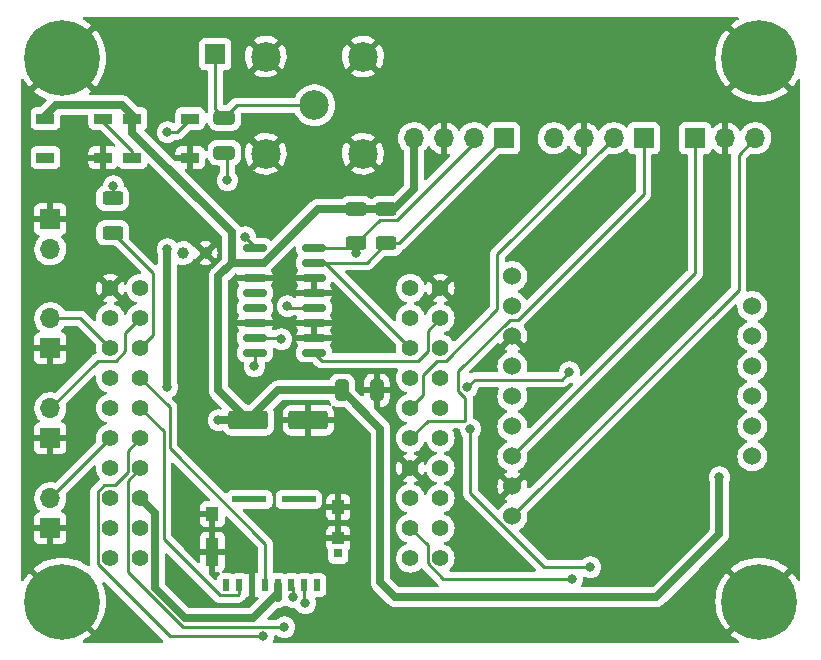
<source format=gbr>
%TF.GenerationSoftware,KiCad,Pcbnew,6.0.10-86aedd382b~118~ubuntu22.04.1*%
%TF.CreationDate,2023-01-08T15:51:37+01:00*%
%TF.ProjectId,mp3alarm,6d703361-6c61-4726-9d2e-6b696361645f,v0.2*%
%TF.SameCoordinates,Original*%
%TF.FileFunction,Copper,L1,Top*%
%TF.FilePolarity,Positive*%
%FSLAX46Y46*%
G04 Gerber Fmt 4.6, Leading zero omitted, Abs format (unit mm)*
G04 Created by KiCad (PCBNEW 6.0.10-86aedd382b~118~ubuntu22.04.1) date 2023-01-08 15:51:37*
%MOMM*%
%LPD*%
G01*
G04 APERTURE LIST*
G04 Aperture macros list*
%AMRoundRect*
0 Rectangle with rounded corners*
0 $1 Rounding radius*
0 $2 $3 $4 $5 $6 $7 $8 $9 X,Y pos of 4 corners*
0 Add a 4 corners polygon primitive as box body*
4,1,4,$2,$3,$4,$5,$6,$7,$8,$9,$2,$3,0*
0 Add four circle primitives for the rounded corners*
1,1,$1+$1,$2,$3*
1,1,$1+$1,$4,$5*
1,1,$1+$1,$6,$7*
1,1,$1+$1,$8,$9*
0 Add four rect primitives between the rounded corners*
20,1,$1+$1,$2,$3,$4,$5,0*
20,1,$1+$1,$4,$5,$6,$7,0*
20,1,$1+$1,$6,$7,$8,$9,0*
20,1,$1+$1,$8,$9,$2,$3,0*%
G04 Aperture macros list end*
%TA.AperFunction,SMDPad,CuDef*%
%ADD10R,1.500000X0.900000*%
%TD*%
%TA.AperFunction,SMDPad,CuDef*%
%ADD11RoundRect,0.250000X-0.650000X0.325000X-0.650000X-0.325000X0.650000X-0.325000X0.650000X0.325000X0*%
%TD*%
%TA.AperFunction,ComponentPad*%
%ADD12R,1.700000X1.700000*%
%TD*%
%TA.AperFunction,ComponentPad*%
%ADD13O,1.700000X1.700000*%
%TD*%
%TA.AperFunction,SMDPad,CuDef*%
%ADD14R,0.500000X1.000000*%
%TD*%
%TA.AperFunction,SMDPad,CuDef*%
%ADD15R,0.720000X0.780000*%
%TD*%
%TA.AperFunction,SMDPad,CuDef*%
%ADD16R,1.050000X1.080000*%
%TD*%
%TA.AperFunction,SMDPad,CuDef*%
%ADD17R,1.050000X1.200000*%
%TD*%
%TA.AperFunction,SMDPad,CuDef*%
%ADD18R,1.050000X2.390000*%
%TD*%
%TA.AperFunction,SMDPad,CuDef*%
%ADD19R,2.910000X0.550000*%
%TD*%
%TA.AperFunction,ComponentPad*%
%ADD20C,1.400000*%
%TD*%
%TA.AperFunction,SMDPad,CuDef*%
%ADD21RoundRect,0.250000X0.625000X-0.312500X0.625000X0.312500X-0.625000X0.312500X-0.625000X-0.312500X0*%
%TD*%
%TA.AperFunction,ComponentPad*%
%ADD22C,1.524000*%
%TD*%
%TA.AperFunction,ComponentPad*%
%ADD23C,6.400000*%
%TD*%
%TA.AperFunction,SMDPad,CuDef*%
%ADD24RoundRect,0.150000X0.850000X0.150000X-0.850000X0.150000X-0.850000X-0.150000X0.850000X-0.150000X0*%
%TD*%
%TA.AperFunction,SMDPad,CuDef*%
%ADD25RoundRect,0.250000X-0.325000X-0.650000X0.325000X-0.650000X0.325000X0.650000X-0.325000X0.650000X0*%
%TD*%
%TA.AperFunction,ComponentPad*%
%ADD26C,2.500000*%
%TD*%
%TA.AperFunction,ComponentPad*%
%ADD27C,1.000000*%
%TD*%
%TA.AperFunction,SMDPad,CuDef*%
%ADD28RoundRect,0.250000X-1.412500X-0.550000X1.412500X-0.550000X1.412500X0.550000X-1.412500X0.550000X0*%
%TD*%
%TA.AperFunction,ViaPad*%
%ADD29C,0.800000*%
%TD*%
%TA.AperFunction,Conductor*%
%ADD30C,0.254000*%
%TD*%
%TA.AperFunction,Conductor*%
%ADD31C,0.635000*%
%TD*%
G04 APERTURE END LIST*
D10*
%TO.P,D1,1,VDD*%
%TO.N,VCC*%
X53938000Y-63120000D03*
%TO.P,D1,2,DOUT*%
%TO.N,Net-(D1-Pad2)*%
X53938000Y-66420000D03*
%TO.P,D1,3,VSS*%
%TO.N,GND*%
X58838000Y-66420000D03*
%TO.P,D1,4,DIN*%
%TO.N,Net-(D1-Pad4)*%
X58838000Y-63120000D03*
%TD*%
D11*
%TO.P,C1,1*%
%TO.N,ANT*%
X61722000Y-63041000D03*
%TO.P,C1,2*%
%TO.N,Net-(C1-Pad2)*%
X61722000Y-65991000D03*
%TD*%
D12*
%TO.P,J3,1,Pin_1*%
%TO.N,GND*%
X46990000Y-90170000D03*
D13*
%TO.P,J3,2,Pin_2*%
%TO.N,SW1*%
X46990000Y-87630000D03*
%TD*%
D12*
%TO.P,J5,1,Pin_1*%
%TO.N,SCL*%
X85399000Y-64770000D03*
D13*
%TO.P,J5,2,Pin_2*%
%TO.N,SDA*%
X82859000Y-64770000D03*
%TO.P,J5,3,Pin_3*%
%TO.N,GND*%
X80319000Y-64770000D03*
%TO.P,J5,4,Pin_4*%
%TO.N,VCC*%
X77779000Y-64770000D03*
%TD*%
D12*
%TO.P,J6,1,Pin_1*%
%TO.N,TM_CLK*%
X97218500Y-64770000D03*
D13*
%TO.P,J6,2,Pin_2*%
%TO.N,TM_DIO*%
X94678500Y-64770000D03*
%TO.P,J6,3,Pin_3*%
%TO.N,GND*%
X92138500Y-64770000D03*
%TO.P,J6,4,Pin_4*%
%TO.N,5V*%
X89598500Y-64770000D03*
%TD*%
D14*
%TO.P,J7,1,DAT2*%
%TO.N,unconnected-(J7-Pad1)*%
X69590000Y-102590000D03*
%TO.P,J7,2,CD/DAT3*%
%TO.N,SD_CD*%
X68490000Y-102590000D03*
%TO.P,J7,3,CMD*%
%TO.N,SD_CMD*%
X67390000Y-102590000D03*
%TO.P,J7,4,VDD*%
%TO.N,VCC*%
X66290000Y-102590000D03*
%TO.P,J7,5,CLK*%
%TO.N,SD_CLK*%
X65190000Y-102590000D03*
%TO.P,J7,6,VSS*%
%TO.N,GND*%
X64090000Y-102590000D03*
%TO.P,J7,7,DAT0*%
%TO.N,SD_DATA0*%
X62990000Y-102590000D03*
%TO.P,J7,8,DAT1*%
%TO.N,unconnected-(J7-Pad8)*%
X61890000Y-102590000D03*
D15*
%TO.P,J7,9,DET*%
%TO.N,unconnected-(J7-Pad9)*%
X71350000Y-99910000D03*
D16*
%TO.P,J7,10,GND_1*%
%TO.N,GND*%
X71365000Y-98640000D03*
D17*
%TO.P,J7,11,GND_2*%
X71365000Y-96030000D03*
%TO.P,J7,12,GND_3*%
X60715000Y-96600000D03*
D18*
%TO.P,J7,13,GND_4*%
X60715000Y-99785000D03*
D19*
%TO.P,J7,14*%
%TO.N,N/C*%
X68026000Y-95355000D03*
%TO.P,J7,15*%
X63836000Y-95355000D03*
%TD*%
D20*
%TO.P,U2,1,GND*%
%TO.N,GND*%
X52070000Y-77470000D03*
%TO.P,U2,2,RST*%
%TO.N,unconnected-(U2-Pad2)*%
X54610000Y-77470000D03*
%TO.P,U2,3,NC*%
%TO.N,unconnected-(U2-Pad3)*%
X52070000Y-80010000D03*
%TO.P,U2,4,IO_36/SVP/A0*%
%TO.N,SW1*%
X54610000Y-80010000D03*
%TO.P,U2,5,IO_39/SVN*%
%TO.N,SW2*%
X52070000Y-82550000D03*
%TO.P,U2,6,IO_26/D0*%
%TO.N,STATUS_DATA*%
X54610000Y-82550000D03*
%TO.P,U2,7,IO_35*%
%TO.N,I2S_RADIO_DOUT*%
X52070000Y-85090000D03*
%TO.P,U2,8,IO_18/D5*%
%TO.N,SD_CLK*%
X54610000Y-85090000D03*
%TO.P,U2,9,IO_33*%
%TO.N,RDA_R*%
X52070000Y-87630000D03*
%TO.P,U2,10,IO_19/D6*%
%TO.N,SD_DATA0*%
X54610000Y-87630000D03*
%TO.P,U2,11,IO_34*%
%TO.N,SW0*%
X52070000Y-90170000D03*
%TO.P,U2,12,IO_23/D7*%
%TO.N,SD_CMD*%
X54610000Y-90170000D03*
%TO.P,U2,13,IO_14/TMS*%
%TO.N,TMS*%
X52070000Y-92710000D03*
%TO.P,U2,14,IO_05/D8*%
%TO.N,SD_CD*%
X54610000Y-92710000D03*
%TO.P,U2,15,NC*%
%TO.N,unconnected-(U2-Pad15)*%
X52070000Y-95250000D03*
%TO.P,U2,16,3V3*%
%TO.N,VCC*%
X54610000Y-95250000D03*
%TO.P,U2,17,IO_09/SD2*%
%TO.N,unconnected-(U2-Pad17)*%
X52070000Y-97790000D03*
%TO.P,U2,18,IO_13/TCK*%
%TO.N,TCK*%
X54610000Y-97790000D03*
%TO.P,U2,19,CMD*%
%TO.N,unconnected-(U2-Pad19)*%
X52070000Y-100330000D03*
%TO.P,U2,20,IO_10/SD3*%
%TO.N,unconnected-(U2-Pad20)*%
X54610000Y-100330000D03*
%TO.P,U2,21,TXD*%
%TO.N,unconnected-(U2-Pad21)*%
X77470000Y-77470000D03*
%TO.P,U2,22,GND*%
%TO.N,GND*%
X80010000Y-77470000D03*
%TO.P,U2,23,RXD*%
%TO.N,unconnected-(U2-Pad23)*%
X77470000Y-80010000D03*
%TO.P,U2,24,IO_27*%
%TO.N,I2S_LRC*%
X80010000Y-80010000D03*
%TO.P,U2,25,IO_22/D1/SCL*%
%TO.N,SCL*%
X77470000Y-82550000D03*
%TO.P,U2,26,IO_25*%
%TO.N,I2S_DIN*%
X80010000Y-82550000D03*
%TO.P,U2,27,IO_21/D2/SDA*%
%TO.N,SDA*%
X77470000Y-85090000D03*
%TO.P,U2,28,IO_32*%
%TO.N,I2S_MUTE*%
X80010000Y-85090000D03*
%TO.P,U2,29,IO_17/D3*%
%TO.N,TM_DIO*%
X77470000Y-87630000D03*
%TO.P,U2,30,IO_12/TDI*%
%TO.N,TDI*%
X80010000Y-87630000D03*
%TO.P,U2,31,IO_16/D4*%
%TO.N,TM_CLK*%
X77470000Y-90170000D03*
%TO.P,U2,32,IO_04*%
%TO.N,I2S_BCLK*%
X80010000Y-90170000D03*
%TO.P,U2,33,GND*%
%TO.N,GND*%
X77470000Y-92710000D03*
%TO.P,U2,34,IO_00*%
%TO.N,unconnected-(U2-Pad34)*%
X80010000Y-92710000D03*
%TO.P,U2,35,VCC_(USB)*%
%TO.N,5V*%
X77470000Y-95250000D03*
%TO.P,U2,36,IO_02*%
%TO.N,unconnected-(U2-Pad36)*%
X80010000Y-95250000D03*
%TO.P,U2,37,TD0*%
%TO.N,TDO*%
X77470000Y-97790000D03*
%TO.P,U2,38,SD1*%
%TO.N,unconnected-(U2-Pad38)*%
X80010000Y-97790000D03*
%TO.P,U2,39,SD0*%
%TO.N,unconnected-(U2-Pad39)*%
X77470000Y-100330000D03*
%TO.P,U2,40,CLK*%
%TO.N,unconnected-(U2-Pad40)*%
X80010000Y-100330000D03*
%TD*%
D12*
%TO.P,J2,1,Pin_1*%
%TO.N,GND*%
X46990000Y-97790000D03*
D13*
%TO.P,J2,2,Pin_2*%
%TO.N,SW0*%
X46990000Y-95250000D03*
%TD*%
D12*
%TO.P,J9,1,Pin_1*%
%TO.N,ANT*%
X60960000Y-57658000D03*
%TD*%
D21*
%TO.P,R1,1*%
%TO.N,STATUS_DATA*%
X52262500Y-72775000D03*
%TO.P,R1,2*%
%TO.N,Net-(D1-Pad4)*%
X52262500Y-69850000D03*
%TD*%
D12*
%TO.P,J4,1,Pin_1*%
%TO.N,GND*%
X46990000Y-82550000D03*
D13*
%TO.P,J4,2,Pin_2*%
%TO.N,SW2*%
X46990000Y-80010000D03*
%TD*%
D12*
%TO.P,J1,1,Pin_1*%
%TO.N,Net-(J1-Pad1)*%
X101600000Y-64770000D03*
D13*
%TO.P,J1,2,Pin_2*%
%TO.N,GND*%
X104140000Y-64770000D03*
%TO.P,J1,3,Pin_3*%
%TO.N,Net-(J1-Pad3)*%
X106680000Y-64770000D03*
%TD*%
D12*
%TO.P,J8,1,Pin_1*%
%TO.N,GND*%
X46990000Y-71628000D03*
D13*
%TO.P,J8,2,Pin_2*%
%TO.N,5V*%
X46990000Y-74168000D03*
%TD*%
D22*
%TO.P,U1,1,VIN*%
%TO.N,5V*%
X86106000Y-76454000D03*
%TO.P,U1,2,3VO*%
%TO.N,unconnected-(U1-Pad2)*%
X86106000Y-78994000D03*
%TO.P,U1,3,GND*%
%TO.N,GND*%
X86106000Y-81534000D03*
%TO.P,U1,4,WSEL*%
%TO.N,I2S_LRC*%
X86106000Y-84074000D03*
%TO.P,U1,5,DIN*%
%TO.N,I2S_DIN*%
X86106000Y-86614000D03*
%TO.P,U1,6,BCLK*%
%TO.N,I2S_BCLK*%
X86106000Y-89154000D03*
%TO.P,U1,7,Lout*%
%TO.N,Net-(J1-Pad1)*%
X86106000Y-91694000D03*
%TO.P,U1,8,AGND*%
%TO.N,GND*%
X86106000Y-94234000D03*
%TO.P,U1,9,Rout*%
%TO.N,Net-(J1-Pad3)*%
X86106000Y-96774000D03*
%TO.P,U1,10,SCLK*%
%TO.N,unconnected-(U1-Pad10)*%
X106426000Y-78994000D03*
%TO.P,U1,11,SF1*%
%TO.N,unconnected-(U1-Pad11)*%
X106426000Y-81534000D03*
%TO.P,U1,12,MUTE*%
%TO.N,I2S_MUTE*%
X106426000Y-84074000D03*
%TO.P,U1,13,SF0*%
%TO.N,unconnected-(U1-Pad13)*%
X106426000Y-86614000D03*
%TO.P,U1,14,PLL*%
%TO.N,unconnected-(U1-Pad14)*%
X106426000Y-89154000D03*
%TO.P,U1,15,DEEM*%
%TO.N,unconnected-(U1-Pad15)*%
X106426000Y-91694000D03*
%TD*%
D23*
%TO.P,H2,1,1*%
%TO.N,GND*%
X48000000Y-104000000D03*
%TD*%
%TO.P,H4,1,1*%
%TO.N,GND*%
X107000000Y-58000000D03*
%TD*%
D21*
%TO.P,R2,1*%
%TO.N,SCL*%
X75438000Y-73660000D03*
%TO.P,R2,2*%
%TO.N,VCC*%
X75438000Y-70735000D03*
%TD*%
D24*
%TO.P,IC1,1,GPIO1*%
%TO.N,I2S_LRC*%
X69302000Y-82931000D03*
%TO.P,IC1,2,GND*%
%TO.N,GND*%
X69302000Y-81661000D03*
%TO.P,IC1,3,RF_GND*%
X69302000Y-80391000D03*
%TO.P,IC1,4,FMIN*%
%TO.N,Net-(C1-Pad2)*%
X69302000Y-79121000D03*
%TO.P,IC1,5,GND*%
%TO.N,GND*%
X69302000Y-77851000D03*
%TO.P,IC1,6,GND*%
X69302000Y-76581000D03*
%TO.P,IC1,7,SCL*%
%TO.N,SCL*%
X69302000Y-75311000D03*
%TO.P,IC1,8,SDA*%
%TO.N,SDA*%
X69302000Y-74041000D03*
%TO.P,IC1,9,RCLK*%
%TO.N,Net-(IC1-Pad9)*%
X64302000Y-74041000D03*
%TO.P,IC1,10,VDD*%
%TO.N,VCC*%
X64302000Y-75311000D03*
%TO.P,IC1,11,GND*%
%TO.N,GND*%
X64302000Y-76581000D03*
%TO.P,IC1,12,ROUT*%
%TO.N,unconnected-(IC1-Pad12)*%
X64302000Y-77851000D03*
%TO.P,IC1,13,LOUT*%
%TO.N,unconnected-(IC1-Pad13)*%
X64302000Y-79121000D03*
%TO.P,IC1,14,GND*%
%TO.N,GND*%
X64302000Y-80391000D03*
%TO.P,IC1,15,GPIO3*%
%TO.N,I2S_BCLK*%
X64302000Y-81661000D03*
%TO.P,IC1,16,GPIO2*%
%TO.N,I2S_RADIO_DOUT*%
X64302000Y-82931000D03*
%TD*%
D25*
%TO.P,C3,1*%
%TO.N,VCC*%
X71677000Y-86106000D03*
%TO.P,C3,2*%
%TO.N,GND*%
X74627000Y-86106000D03*
%TD*%
D21*
%TO.P,R3,1*%
%TO.N,SDA*%
X72898000Y-73660000D03*
%TO.P,R3,2*%
%TO.N,VCC*%
X72898000Y-70735000D03*
%TD*%
D10*
%TO.P,D2,1,VDD*%
%TO.N,VCC*%
X46572000Y-63120000D03*
%TO.P,D2,2,DOUT*%
%TO.N,unconnected-(D2-Pad2)*%
X46572000Y-66420000D03*
%TO.P,D2,3,VSS*%
%TO.N,GND*%
X51472000Y-66420000D03*
%TO.P,D2,4,DIN*%
%TO.N,Net-(D1-Pad2)*%
X51472000Y-63120000D03*
%TD*%
D23*
%TO.P,H3,1,1*%
%TO.N,GND*%
X107000000Y-104000000D03*
%TD*%
D26*
%TO.P,J10,1,In*%
%TO.N,ANT*%
X69342000Y-61976000D03*
%TO.P,J10,2,Ext*%
%TO.N,GND*%
X73457000Y-66091000D03*
X65227000Y-57861000D03*
X65227000Y-66091000D03*
X73457000Y-57861000D03*
%TD*%
D23*
%TO.P,H1,1,1*%
%TO.N,GND*%
X48000000Y-58000000D03*
%TD*%
D27*
%TO.P,Y1,1,1*%
%TO.N,Net-(IC1-Pad9)*%
X58232000Y-74490000D03*
%TO.P,Y1,2,2*%
%TO.N,GND*%
X60132000Y-74490000D03*
%TD*%
D28*
%TO.P,C2,1*%
%TO.N,VCC*%
X63756500Y-88646000D03*
%TO.P,C2,2*%
%TO.N,GND*%
X68831500Y-88646000D03*
%TD*%
D29*
%TO.N,GND*%
X61214000Y-92202000D03*
X89916000Y-86360000D03*
X92456000Y-70358000D03*
X83566000Y-87884000D03*
X64008000Y-103886000D03*
X84582000Y-99568000D03*
%TO.N,VCC*%
X61214000Y-88646000D03*
X103632000Y-93472000D03*
%TO.N,SDA*%
X72898000Y-74530500D03*
%TO.N,5V*%
X56896000Y-85852000D03*
X56896000Y-74168000D03*
%TO.N,SD_CMD*%
X65024000Y-106953000D03*
X67567455Y-103628545D03*
%TO.N,SD_CD*%
X68580000Y-104140000D03*
X66802000Y-106172000D03*
%TO.N,Net-(C1-Pad2)*%
X67056000Y-78994000D03*
X61976000Y-68326000D03*
%TO.N,I2S_BCLK*%
X66548000Y-81788000D03*
%TO.N,Net-(IC1-Pad9)*%
X63500000Y-73152000D03*
%TO.N,I2S_MUTE*%
X90932000Y-84582000D03*
X82296000Y-85852000D03*
%TO.N,I2S_RADIO_DOUT*%
X64262000Y-84074000D03*
%TO.N,Net-(D1-Pad4)*%
X52324000Y-68834000D03*
X56896000Y-64262000D03*
%TO.N,TDI*%
X92710000Y-101092000D03*
X82550000Y-89389500D03*
%TO.N,TDO*%
X91186000Y-102108000D03*
%TD*%
D30*
%TO.N,Net-(J1-Pad1)*%
X101600000Y-64770000D02*
X101600000Y-76200000D01*
X101600000Y-76200000D02*
X86106000Y-91694000D01*
%TO.N,SW0*%
X46990000Y-95250000D02*
X52070000Y-90170000D01*
%TO.N,SW1*%
X53340000Y-82808765D02*
X53340000Y-81280000D01*
X53340000Y-81280000D02*
X54610000Y-80010000D01*
X52517765Y-83631000D02*
X53340000Y-82808765D01*
X46990000Y-87630000D02*
X50989000Y-83631000D01*
X50989000Y-83631000D02*
X52517765Y-83631000D01*
%TO.N,SW2*%
X46990000Y-80010000D02*
X49530000Y-80010000D01*
X49530000Y-80010000D02*
X52070000Y-82550000D01*
D31*
%TO.N,VCC*%
X62728000Y-87620000D02*
X61214000Y-86106000D01*
X61214000Y-76454000D02*
X62357000Y-75311000D01*
X64302000Y-75311000D02*
X65052355Y-75311000D01*
X65052355Y-75311000D02*
X69628355Y-70735000D01*
X76200000Y-103632000D02*
X98298000Y-103632000D01*
X66290000Y-102590000D02*
X66290000Y-103725000D01*
X77779000Y-69033000D02*
X77779000Y-64770000D01*
X61214000Y-86106000D02*
X61214000Y-76454000D01*
X54610000Y-95250000D02*
X55881501Y-96521501D01*
X74930000Y-89359000D02*
X74930000Y-102362000D01*
X53938000Y-62828000D02*
X53086000Y-61976000D01*
X66290000Y-103268702D02*
X66290000Y-102590000D01*
X62357000Y-72724000D02*
X53938000Y-64305000D01*
X76077000Y-70735000D02*
X77779000Y-69033000D01*
X62357000Y-75311000D02*
X62357000Y-72724000D01*
X103632000Y-98298000D02*
X103632000Y-93472000D01*
X53938000Y-64305000D02*
X53938000Y-63170000D01*
X63756500Y-88646000D02*
X62730500Y-87620000D01*
X64148702Y-105410000D02*
X66290000Y-103268702D01*
X75438000Y-70735000D02*
X76077000Y-70735000D01*
X98298000Y-103632000D02*
X103632000Y-98298000D01*
X47462000Y-61976000D02*
X46318000Y-63120000D01*
X62357000Y-75311000D02*
X64302000Y-75311000D01*
X58420000Y-105410000D02*
X64148702Y-105410000D01*
X74930000Y-102362000D02*
X76200000Y-103632000D01*
X62730500Y-87620000D02*
X62728000Y-87620000D01*
X55881501Y-96521501D02*
X55881501Y-102871501D01*
X55881501Y-102871501D02*
X58420000Y-105410000D01*
X53086000Y-61976000D02*
X47462000Y-61976000D01*
X53938000Y-63170000D02*
X53938000Y-62828000D01*
X71677000Y-86106000D02*
X74930000Y-89359000D01*
X63756500Y-88646000D02*
X66296500Y-86106000D01*
X61214000Y-88646000D02*
X63756500Y-88646000D01*
X72898000Y-70735000D02*
X75438000Y-70735000D01*
X66296500Y-86106000D02*
X71677000Y-86106000D01*
X69628355Y-70735000D02*
X72898000Y-70735000D01*
D30*
%TO.N,SDA*%
X72898000Y-73660000D02*
X74879500Y-71678500D01*
X72517000Y-74041000D02*
X72898000Y-73660000D01*
X72898000Y-73660000D02*
X72898000Y-74530500D01*
X76324369Y-71678500D02*
X82859000Y-65143869D01*
X74879500Y-71678500D02*
X76324369Y-71678500D01*
X69302000Y-74041000D02*
X72517000Y-74041000D01*
X82859000Y-65143869D02*
X82859000Y-64770000D01*
%TO.N,SCL*%
X75438000Y-73660000D02*
X76509000Y-73660000D01*
X69302000Y-75311000D02*
X73787000Y-75311000D01*
X73787000Y-75311000D02*
X75438000Y-73660000D01*
X70231000Y-75311000D02*
X69302000Y-75311000D01*
X77470000Y-82550000D02*
X70231000Y-75311000D01*
X76509000Y-73660000D02*
X85399000Y-64770000D01*
%TO.N,TM_CLK*%
X86579447Y-80137000D02*
X97218500Y-69497947D01*
X85886553Y-80137000D02*
X86579447Y-80137000D01*
X78929000Y-88711000D02*
X82104001Y-88711000D01*
X82104001Y-88711000D02*
X82104001Y-86764502D01*
X77470000Y-90170000D02*
X78929000Y-88711000D01*
X97218500Y-69497947D02*
X97218500Y-64770000D01*
X81515000Y-86175501D02*
X81515000Y-84508553D01*
X81515000Y-84508553D02*
X85886553Y-80137000D01*
X82104001Y-86764502D02*
X81515000Y-86175501D01*
%TO.N,TM_DIO*%
X79756000Y-83631000D02*
X80457765Y-83631000D01*
X78551000Y-86549000D02*
X78551000Y-84836000D01*
X84836000Y-74612500D02*
X94678500Y-64770000D01*
X84836000Y-79252765D02*
X84836000Y-74612500D01*
X78551000Y-84836000D02*
X79756000Y-83631000D01*
X77470000Y-87630000D02*
X78551000Y-86549000D01*
X80457765Y-83631000D02*
X84836000Y-79252765D01*
D31*
%TO.N,5V*%
X56896000Y-85852000D02*
X56896000Y-74168000D01*
D30*
%TO.N,SD_DATA0*%
X62862999Y-103471001D02*
X61335199Y-103471001D01*
X62990000Y-102590000D02*
X62990000Y-103344000D01*
X56580011Y-98715813D02*
X56580011Y-89600011D01*
X62990000Y-103344000D02*
X62862999Y-103471001D01*
X56580011Y-89600011D02*
X54610000Y-87630000D01*
X61335199Y-103471001D02*
X56580011Y-98715813D01*
%TO.N,SD_CLK*%
X57088021Y-91022823D02*
X57088021Y-87568021D01*
X65190000Y-99124802D02*
X57088021Y-91022823D01*
X57088021Y-87568021D02*
X54610000Y-85090000D01*
X65190000Y-102590000D02*
X65190000Y-99124802D01*
%TO.N,SD_CMD*%
X50988999Y-100848881D02*
X57093118Y-106953000D01*
X53528999Y-91251001D02*
X53528999Y-93072567D01*
X50988999Y-94731119D02*
X50988999Y-100848881D01*
X51551119Y-94168999D02*
X50988999Y-94731119D01*
X67567455Y-103628545D02*
X67567455Y-102767455D01*
X54610000Y-90170000D02*
X53528999Y-91251001D01*
X57093118Y-106953000D02*
X65024000Y-106953000D01*
X67567455Y-102767455D02*
X67390000Y-102590000D01*
X52432567Y-94168999D02*
X51551119Y-94168999D01*
X53528999Y-93072567D02*
X52432567Y-94168999D01*
%TO.N,SD_CD*%
X53528999Y-101506841D02*
X58194158Y-106172000D01*
X58194158Y-106172000D02*
X66802000Y-106172000D01*
X68490000Y-104050000D02*
X68580000Y-104140000D01*
X68490000Y-102590000D02*
X68490000Y-104050000D01*
X53528999Y-93791001D02*
X53528999Y-101506841D01*
X54610000Y-92710000D02*
X53528999Y-93791001D01*
%TO.N,ANT*%
X61722000Y-63041000D02*
X60960000Y-62279000D01*
X62787000Y-61976000D02*
X69342000Y-61976000D01*
X61722000Y-63041000D02*
X62787000Y-61976000D01*
X60960000Y-62279000D02*
X60960000Y-57658000D01*
%TO.N,STATUS_DATA*%
X54610000Y-82550000D02*
X55691001Y-81468999D01*
X55691001Y-81468999D02*
X55691001Y-76203501D01*
X55691001Y-76203501D02*
X52262500Y-72775000D01*
%TO.N,Net-(C1-Pad2)*%
X67183000Y-79121000D02*
X67056000Y-78994000D01*
X61976000Y-66245000D02*
X61722000Y-65991000D01*
X69302000Y-79121000D02*
X67183000Y-79121000D01*
X61976000Y-68326000D02*
X61976000Y-66245000D01*
%TO.N,I2S_LRC*%
X78929000Y-81091000D02*
X80010000Y-80010000D01*
X78929000Y-82804000D02*
X78929000Y-81091000D01*
X69302000Y-82931000D02*
X70002000Y-83631000D01*
X78102000Y-83631000D02*
X78929000Y-82804000D01*
X70002000Y-83631000D02*
X78102000Y-83631000D01*
%TO.N,I2S_BCLK*%
X64302000Y-81661000D02*
X66421000Y-81661000D01*
X66421000Y-81661000D02*
X66548000Y-81788000D01*
%TO.N,Net-(IC1-Pad9)*%
X64302000Y-74041000D02*
X64302000Y-73954000D01*
X64302000Y-73954000D02*
X63500000Y-73152000D01*
%TO.N,I2S_MUTE*%
X82930999Y-85217001D02*
X90296999Y-85217001D01*
X82296000Y-85852000D02*
X82930999Y-85217001D01*
X90296999Y-85217001D02*
X90932000Y-84582000D01*
%TO.N,I2S_RADIO_DOUT*%
X64302000Y-82931000D02*
X64302000Y-84034000D01*
X64302000Y-84034000D02*
X64262000Y-84074000D01*
%TO.N,Net-(J1-Pad3)*%
X105283000Y-77597000D02*
X86106000Y-96774000D01*
X106680000Y-64770000D02*
X105283000Y-66167000D01*
X105283000Y-66167000D02*
X105283000Y-77597000D01*
%TO.N,Net-(D1-Pad2)*%
X53938000Y-66370000D02*
X53938000Y-65840000D01*
X54040500Y-66472500D02*
X53938000Y-66370000D01*
X53938000Y-65840000D02*
X51218000Y-63120000D01*
%TO.N,Net-(D1-Pad4)*%
X52262500Y-69850000D02*
X52262500Y-68895500D01*
X56896000Y-64262000D02*
X57746000Y-64262000D01*
X52262500Y-68895500D02*
X52324000Y-68834000D01*
X57746000Y-64262000D02*
X58838000Y-63170000D01*
%TO.N,TDI*%
X82550000Y-94834447D02*
X88807553Y-101092000D01*
X82550000Y-89389500D02*
X82550000Y-94834447D01*
X88807553Y-101092000D02*
X92710000Y-101092000D01*
%TO.N,TDO*%
X78929000Y-100777765D02*
X80259235Y-102108000D01*
X78929000Y-99249000D02*
X78929000Y-100777765D01*
X80259235Y-102108000D02*
X91186000Y-102108000D01*
X77470000Y-97790000D02*
X78929000Y-99249000D01*
%TD*%
%TA.AperFunction,Conductor*%
%TO.N,GND*%
G36*
X105228176Y-54528502D02*
G01*
X105274669Y-54582158D01*
X105284773Y-54652432D01*
X105255279Y-54717012D01*
X105217258Y-54746767D01*
X105146397Y-54782872D01*
X105140687Y-54786169D01*
X104820265Y-54994253D01*
X104814939Y-54998123D01*
X104576165Y-55191478D01*
X104567700Y-55203733D01*
X104574034Y-55214824D01*
X109784310Y-60425100D01*
X109797386Y-60432241D01*
X109807753Y-60424784D01*
X110001877Y-60185061D01*
X110005747Y-60179735D01*
X110213831Y-59859313D01*
X110217128Y-59853603D01*
X110253233Y-59782742D01*
X110301981Y-59731127D01*
X110370896Y-59714061D01*
X110438098Y-59736962D01*
X110482250Y-59792559D01*
X110491500Y-59839945D01*
X110491500Y-102160055D01*
X110471498Y-102228176D01*
X110417842Y-102274669D01*
X110347568Y-102284773D01*
X110282988Y-102255279D01*
X110253233Y-102217258D01*
X110217128Y-102146397D01*
X110213831Y-102140687D01*
X110005747Y-101820265D01*
X110001877Y-101814939D01*
X109808522Y-101576165D01*
X109796267Y-101567700D01*
X109785176Y-101574034D01*
X104574900Y-106784310D01*
X104567759Y-106797386D01*
X104575216Y-106807753D01*
X104814935Y-107001874D01*
X104820272Y-107005751D01*
X105140685Y-107213830D01*
X105146394Y-107217126D01*
X105217257Y-107253233D01*
X105268872Y-107301981D01*
X105285938Y-107370896D01*
X105263037Y-107438098D01*
X105207440Y-107482250D01*
X105160054Y-107491500D01*
X65977466Y-107491500D01*
X65909345Y-107471498D01*
X65862852Y-107417842D01*
X65852748Y-107347568D01*
X65859313Y-107324811D01*
X65858527Y-107324556D01*
X65915502Y-107149206D01*
X65917542Y-107142928D01*
X65924104Y-107080500D01*
X65936814Y-106959565D01*
X65937504Y-106953000D01*
X65936814Y-106946435D01*
X65936814Y-106939830D01*
X65938089Y-106939830D01*
X65949614Y-106876827D01*
X65998118Y-106824982D01*
X66062149Y-106807500D01*
X66095601Y-106807500D01*
X66163722Y-106827502D01*
X66180908Y-106842109D01*
X66181420Y-106841540D01*
X66186332Y-106845963D01*
X66190747Y-106850866D01*
X66345248Y-106963118D01*
X66351276Y-106965802D01*
X66351278Y-106965803D01*
X66513681Y-107038109D01*
X66519712Y-107040794D01*
X66613113Y-107060647D01*
X66700056Y-107079128D01*
X66700061Y-107079128D01*
X66706513Y-107080500D01*
X66897487Y-107080500D01*
X66903939Y-107079128D01*
X66903944Y-107079128D01*
X66990888Y-107060647D01*
X67084288Y-107040794D01*
X67090319Y-107038109D01*
X67252722Y-106965803D01*
X67252724Y-106965802D01*
X67258752Y-106963118D01*
X67413253Y-106850866D01*
X67462414Y-106796267D01*
X67536621Y-106713852D01*
X67536622Y-106713851D01*
X67541040Y-106708944D01*
X67636527Y-106543556D01*
X67695542Y-106361928D01*
X67715504Y-106172000D01*
X67695542Y-105982072D01*
X67636527Y-105800444D01*
X67541040Y-105635056D01*
X67506104Y-105596255D01*
X67417675Y-105498045D01*
X67417674Y-105498044D01*
X67413253Y-105493134D01*
X67314157Y-105421136D01*
X67264094Y-105384763D01*
X67264093Y-105384762D01*
X67258752Y-105380882D01*
X67252724Y-105378198D01*
X67252722Y-105378197D01*
X67090319Y-105305891D01*
X67090318Y-105305891D01*
X67084288Y-105303206D01*
X66990888Y-105283353D01*
X66903944Y-105264872D01*
X66903939Y-105264872D01*
X66897487Y-105263500D01*
X66706513Y-105263500D01*
X66700061Y-105264872D01*
X66700056Y-105264872D01*
X66613113Y-105283353D01*
X66519712Y-105303206D01*
X66513682Y-105305891D01*
X66513681Y-105305891D01*
X66351278Y-105378197D01*
X66351276Y-105378198D01*
X66345248Y-105380882D01*
X66339907Y-105384762D01*
X66339906Y-105384763D01*
X66232440Y-105462842D01*
X66190747Y-105493134D01*
X66186332Y-105498037D01*
X66181420Y-105502460D01*
X66179779Y-105500638D01*
X66128790Y-105532050D01*
X66095601Y-105536500D01*
X65494533Y-105536500D01*
X65426412Y-105516498D01*
X65379919Y-105462842D01*
X65369815Y-105392568D01*
X65399309Y-105327988D01*
X65405438Y-105321405D01*
X66136890Y-104589953D01*
X66199202Y-104555927D01*
X66233015Y-104553244D01*
X66236887Y-104553460D01*
X66243620Y-104554575D01*
X66250435Y-104554218D01*
X66250438Y-104554218D01*
X66416029Y-104545540D01*
X66422841Y-104545183D01*
X66452386Y-104537045D01*
X66589282Y-104499337D01*
X66595864Y-104497524D01*
X66754617Y-104413823D01*
X66759830Y-104409418D01*
X66759834Y-104409415D01*
X66803942Y-104372141D01*
X66840057Y-104341620D01*
X66904997Y-104312929D01*
X66975140Y-104323902D01*
X66995445Y-104335923D01*
X67071763Y-104391371D01*
X67110703Y-104419663D01*
X67116731Y-104422347D01*
X67116733Y-104422348D01*
X67207193Y-104462623D01*
X67285167Y-104497339D01*
X67378568Y-104517192D01*
X67465511Y-104535673D01*
X67465516Y-104535673D01*
X67471968Y-104537045D01*
X67662942Y-104537045D01*
X67669393Y-104535674D01*
X67672875Y-104535308D01*
X67742713Y-104548082D01*
X67795160Y-104597617D01*
X67840960Y-104676944D01*
X67845378Y-104681851D01*
X67845379Y-104681852D01*
X67964325Y-104813955D01*
X67968747Y-104818866D01*
X68123248Y-104931118D01*
X68129276Y-104933802D01*
X68129278Y-104933803D01*
X68188985Y-104960386D01*
X68297712Y-105008794D01*
X68391113Y-105028647D01*
X68478056Y-105047128D01*
X68478061Y-105047128D01*
X68484513Y-105048500D01*
X68675487Y-105048500D01*
X68681939Y-105047128D01*
X68681944Y-105047128D01*
X68768888Y-105028647D01*
X68862288Y-105008794D01*
X68971015Y-104960386D01*
X69030722Y-104933803D01*
X69030724Y-104933802D01*
X69036752Y-104931118D01*
X69191253Y-104818866D01*
X69195675Y-104813955D01*
X69314621Y-104681852D01*
X69314622Y-104681851D01*
X69319040Y-104676944D01*
X69414527Y-104511556D01*
X69473542Y-104329928D01*
X69478649Y-104281343D01*
X69492814Y-104146565D01*
X69493504Y-104140000D01*
X69490402Y-104110490D01*
X69474232Y-103956635D01*
X69474232Y-103956633D01*
X69473542Y-103950072D01*
X69414527Y-103768444D01*
X69415982Y-103767971D01*
X69407588Y-103705388D01*
X69437691Y-103641089D01*
X69497778Y-103603273D01*
X69532130Y-103598500D01*
X69888134Y-103598500D01*
X69950316Y-103591745D01*
X70086705Y-103540615D01*
X70203261Y-103453261D01*
X70290615Y-103336705D01*
X70341745Y-103200316D01*
X70348500Y-103138134D01*
X70348500Y-102041866D01*
X70341745Y-101979684D01*
X70290615Y-101843295D01*
X70203261Y-101726739D01*
X70086705Y-101639385D01*
X69950316Y-101588255D01*
X69888134Y-101581500D01*
X69291866Y-101581500D01*
X69229684Y-101588255D01*
X69210230Y-101595548D01*
X69101699Y-101636234D01*
X69101696Y-101636236D01*
X69093295Y-101639385D01*
X69092976Y-101638534D01*
X69031151Y-101652055D01*
X68986834Y-101639042D01*
X68986705Y-101639385D01*
X68982019Y-101637628D01*
X68982015Y-101637627D01*
X68978304Y-101636236D01*
X68978301Y-101636234D01*
X68869770Y-101595548D01*
X68850316Y-101588255D01*
X68788134Y-101581500D01*
X68191866Y-101581500D01*
X68129684Y-101588255D01*
X68110230Y-101595548D01*
X68001699Y-101636234D01*
X68001696Y-101636236D01*
X67993295Y-101639385D01*
X67992976Y-101638534D01*
X67931151Y-101652055D01*
X67886834Y-101639042D01*
X67886705Y-101639385D01*
X67882019Y-101637628D01*
X67882015Y-101637627D01*
X67878304Y-101636236D01*
X67878301Y-101636234D01*
X67769770Y-101595548D01*
X67750316Y-101588255D01*
X67688134Y-101581500D01*
X67091866Y-101581500D01*
X67029684Y-101588255D01*
X67010230Y-101595548D01*
X66901699Y-101636234D01*
X66901696Y-101636236D01*
X66893295Y-101639385D01*
X66892976Y-101638534D01*
X66831151Y-101652055D01*
X66786834Y-101639042D01*
X66786705Y-101639385D01*
X66782019Y-101637628D01*
X66782015Y-101637627D01*
X66778304Y-101636236D01*
X66778301Y-101636234D01*
X66669770Y-101595548D01*
X66650316Y-101588255D01*
X66588134Y-101581500D01*
X65991866Y-101581500D01*
X65965108Y-101584407D01*
X65895226Y-101571879D01*
X65843210Y-101523559D01*
X65825500Y-101459144D01*
X65825500Y-99224669D01*
X70332001Y-99224669D01*
X70332371Y-99231490D01*
X70337895Y-99282352D01*
X70341521Y-99297604D01*
X70386676Y-99418054D01*
X70395211Y-99433644D01*
X70456327Y-99515191D01*
X70481174Y-99581698D01*
X70481500Y-99590756D01*
X70481500Y-100348134D01*
X70488255Y-100410316D01*
X70539385Y-100546705D01*
X70626739Y-100663261D01*
X70743295Y-100750615D01*
X70879684Y-100801745D01*
X70941866Y-100808500D01*
X71758134Y-100808500D01*
X71820316Y-100801745D01*
X71956705Y-100750615D01*
X72073261Y-100663261D01*
X72160615Y-100546705D01*
X72211745Y-100410316D01*
X72218500Y-100348134D01*
X72218500Y-99627699D01*
X72238502Y-99559578D01*
X72255405Y-99538604D01*
X72258285Y-99535724D01*
X72334786Y-99433649D01*
X72343324Y-99418054D01*
X72388478Y-99297606D01*
X72392105Y-99282351D01*
X72397631Y-99231486D01*
X72398000Y-99224672D01*
X72398000Y-98912115D01*
X72393525Y-98896876D01*
X72392135Y-98895671D01*
X72384452Y-98894000D01*
X70350116Y-98894000D01*
X70334877Y-98898475D01*
X70333672Y-98899865D01*
X70332001Y-98907548D01*
X70332001Y-99224669D01*
X65825500Y-99224669D01*
X65825500Y-99203834D01*
X65826030Y-99192595D01*
X65827709Y-99185083D01*
X65826569Y-99148795D01*
X65825562Y-99116772D01*
X65825500Y-99112814D01*
X65825500Y-99084819D01*
X65824992Y-99080796D01*
X65824059Y-99068954D01*
X65822914Y-99032522D01*
X65822665Y-99024597D01*
X65816987Y-99005053D01*
X65812977Y-98985690D01*
X65811420Y-98973362D01*
X65811420Y-98973360D01*
X65810427Y-98965503D01*
X65807511Y-98958139D01*
X65807510Y-98958134D01*
X65794093Y-98924246D01*
X65790248Y-98913017D01*
X65780080Y-98878021D01*
X65777869Y-98870409D01*
X65767510Y-98852893D01*
X65758813Y-98835143D01*
X65751319Y-98816214D01*
X65725238Y-98780316D01*
X65718722Y-98770396D01*
X65700173Y-98739031D01*
X65700171Y-98739028D01*
X65696135Y-98732204D01*
X65681747Y-98717816D01*
X65668906Y-98702782D01*
X65661602Y-98692729D01*
X65656942Y-98686315D01*
X65622750Y-98658029D01*
X65613971Y-98650040D01*
X65331816Y-98367885D01*
X70332000Y-98367885D01*
X70336475Y-98383124D01*
X70337865Y-98384329D01*
X70345548Y-98386000D01*
X71092885Y-98386000D01*
X71108124Y-98381525D01*
X71109329Y-98380135D01*
X71111000Y-98372452D01*
X71111000Y-98367885D01*
X71619000Y-98367885D01*
X71623475Y-98383124D01*
X71624865Y-98384329D01*
X71632548Y-98386000D01*
X72379884Y-98386000D01*
X72395123Y-98381525D01*
X72396328Y-98380135D01*
X72397999Y-98372452D01*
X72397999Y-98055331D01*
X72397629Y-98048510D01*
X72392105Y-97997648D01*
X72388479Y-97982396D01*
X72343324Y-97861946D01*
X72334786Y-97846351D01*
X72258285Y-97744276D01*
X72245724Y-97731715D01*
X72143649Y-97655214D01*
X72128054Y-97646676D01*
X72007606Y-97601522D01*
X71992351Y-97597895D01*
X71941486Y-97592369D01*
X71934672Y-97592000D01*
X71637115Y-97592000D01*
X71621876Y-97596475D01*
X71620671Y-97597865D01*
X71619000Y-97605548D01*
X71619000Y-98367885D01*
X71111000Y-98367885D01*
X71111000Y-97610116D01*
X71106525Y-97594877D01*
X71105135Y-97593672D01*
X71097452Y-97592001D01*
X70795331Y-97592001D01*
X70788510Y-97592371D01*
X70737648Y-97597895D01*
X70722396Y-97601521D01*
X70601946Y-97646676D01*
X70586351Y-97655214D01*
X70484276Y-97731715D01*
X70471715Y-97744276D01*
X70395214Y-97846351D01*
X70386676Y-97861946D01*
X70341522Y-97982394D01*
X70337895Y-97997649D01*
X70332369Y-98048514D01*
X70332000Y-98055328D01*
X70332000Y-98367885D01*
X65331816Y-98367885D01*
X63638600Y-96674669D01*
X70332001Y-96674669D01*
X70332371Y-96681490D01*
X70337895Y-96732352D01*
X70341521Y-96747604D01*
X70386676Y-96868054D01*
X70395214Y-96883649D01*
X70471715Y-96985724D01*
X70484276Y-96998285D01*
X70586351Y-97074786D01*
X70601946Y-97083324D01*
X70722394Y-97128478D01*
X70737649Y-97132105D01*
X70788514Y-97137631D01*
X70795328Y-97138000D01*
X71092885Y-97138000D01*
X71108124Y-97133525D01*
X71109329Y-97132135D01*
X71111000Y-97124452D01*
X71111000Y-97119884D01*
X71619000Y-97119884D01*
X71623475Y-97135123D01*
X71624865Y-97136328D01*
X71632548Y-97137999D01*
X71934669Y-97137999D01*
X71941490Y-97137629D01*
X71992352Y-97132105D01*
X72007604Y-97128479D01*
X72128054Y-97083324D01*
X72143649Y-97074786D01*
X72245724Y-96998285D01*
X72258285Y-96985724D01*
X72334786Y-96883649D01*
X72343324Y-96868054D01*
X72388478Y-96747606D01*
X72392105Y-96732351D01*
X72397631Y-96681486D01*
X72398000Y-96674672D01*
X72398000Y-96302115D01*
X72393525Y-96286876D01*
X72392135Y-96285671D01*
X72384452Y-96284000D01*
X71637115Y-96284000D01*
X71621876Y-96288475D01*
X71620671Y-96289865D01*
X71619000Y-96297548D01*
X71619000Y-97119884D01*
X71111000Y-97119884D01*
X71111000Y-96302115D01*
X71106525Y-96286876D01*
X71105135Y-96285671D01*
X71097452Y-96284000D01*
X70350116Y-96284000D01*
X70334877Y-96288475D01*
X70333672Y-96289865D01*
X70332001Y-96297548D01*
X70332001Y-96674669D01*
X63638600Y-96674669D01*
X63317526Y-96353595D01*
X63283500Y-96291283D01*
X63288565Y-96220468D01*
X63331112Y-96163632D01*
X63397632Y-96138821D01*
X63406621Y-96138500D01*
X65339134Y-96138500D01*
X65401316Y-96131745D01*
X65537705Y-96080615D01*
X65654261Y-95993261D01*
X65741615Y-95876705D01*
X65792745Y-95740316D01*
X65799500Y-95678134D01*
X66062500Y-95678134D01*
X66069255Y-95740316D01*
X66120385Y-95876705D01*
X66207739Y-95993261D01*
X66324295Y-96080615D01*
X66460684Y-96131745D01*
X66522866Y-96138500D01*
X69529134Y-96138500D01*
X69591316Y-96131745D01*
X69727705Y-96080615D01*
X69844261Y-95993261D01*
X69931615Y-95876705D01*
X69976159Y-95757885D01*
X70332000Y-95757885D01*
X70336475Y-95773124D01*
X70337865Y-95774329D01*
X70345548Y-95776000D01*
X71092885Y-95776000D01*
X71108124Y-95771525D01*
X71109329Y-95770135D01*
X71111000Y-95762452D01*
X71111000Y-95757885D01*
X71619000Y-95757885D01*
X71623475Y-95773124D01*
X71624865Y-95774329D01*
X71632548Y-95776000D01*
X72379884Y-95776000D01*
X72395123Y-95771525D01*
X72396328Y-95770135D01*
X72397999Y-95762452D01*
X72397999Y-95385331D01*
X72397629Y-95378510D01*
X72392105Y-95327648D01*
X72388479Y-95312396D01*
X72343324Y-95191946D01*
X72334786Y-95176351D01*
X72258285Y-95074276D01*
X72245724Y-95061715D01*
X72143649Y-94985214D01*
X72128054Y-94976676D01*
X72007606Y-94931522D01*
X71992351Y-94927895D01*
X71941486Y-94922369D01*
X71934672Y-94922000D01*
X71637115Y-94922000D01*
X71621876Y-94926475D01*
X71620671Y-94927865D01*
X71619000Y-94935548D01*
X71619000Y-95757885D01*
X71111000Y-95757885D01*
X71111000Y-94940116D01*
X71106525Y-94924877D01*
X71105135Y-94923672D01*
X71097452Y-94922001D01*
X70795331Y-94922001D01*
X70788510Y-94922371D01*
X70737648Y-94927895D01*
X70722396Y-94931521D01*
X70601946Y-94976676D01*
X70586351Y-94985214D01*
X70484276Y-95061715D01*
X70471715Y-95074276D01*
X70395214Y-95176351D01*
X70386676Y-95191946D01*
X70341522Y-95312394D01*
X70337895Y-95327649D01*
X70332369Y-95378514D01*
X70332000Y-95385328D01*
X70332000Y-95757885D01*
X69976159Y-95757885D01*
X69982745Y-95740316D01*
X69989500Y-95678134D01*
X69989500Y-95031866D01*
X69982745Y-94969684D01*
X69931615Y-94833295D01*
X69844261Y-94716739D01*
X69727705Y-94629385D01*
X69591316Y-94578255D01*
X69529134Y-94571500D01*
X66522866Y-94571500D01*
X66460684Y-94578255D01*
X66324295Y-94629385D01*
X66207739Y-94716739D01*
X66120385Y-94833295D01*
X66069255Y-94969684D01*
X66062500Y-95031866D01*
X66062500Y-95678134D01*
X65799500Y-95678134D01*
X65799500Y-95031866D01*
X65792745Y-94969684D01*
X65741615Y-94833295D01*
X65654261Y-94716739D01*
X65537705Y-94629385D01*
X65401316Y-94578255D01*
X65339134Y-94571500D01*
X62332866Y-94571500D01*
X62270684Y-94578255D01*
X62134295Y-94629385D01*
X62017739Y-94716739D01*
X61970849Y-94779305D01*
X61960498Y-94793116D01*
X61903639Y-94835631D01*
X61832821Y-94840657D01*
X61770577Y-94806646D01*
X57760426Y-90796495D01*
X57726400Y-90734183D01*
X57723521Y-90707400D01*
X57723521Y-87647053D01*
X57724051Y-87635814D01*
X57725730Y-87628302D01*
X57723583Y-87559990D01*
X57723521Y-87556033D01*
X57723521Y-87528038D01*
X57723013Y-87524015D01*
X57722080Y-87512173D01*
X57721876Y-87505664D01*
X57720686Y-87467816D01*
X57715008Y-87448272D01*
X57710998Y-87428909D01*
X57709441Y-87416581D01*
X57709441Y-87416579D01*
X57708448Y-87408722D01*
X57705532Y-87401358D01*
X57705531Y-87401353D01*
X57692114Y-87367465D01*
X57688269Y-87356236D01*
X57682971Y-87338000D01*
X57675890Y-87313628D01*
X57671851Y-87306798D01*
X57665533Y-87296115D01*
X57656833Y-87278357D01*
X57652260Y-87266806D01*
X57652256Y-87266800D01*
X57649340Y-87259433D01*
X57643705Y-87251676D01*
X57630986Y-87234171D01*
X57623255Y-87223530D01*
X57616740Y-87213611D01*
X57598195Y-87182253D01*
X57598192Y-87182249D01*
X57594155Y-87175423D01*
X57579771Y-87161039D01*
X57566930Y-87146005D01*
X57559623Y-87135948D01*
X57554963Y-87129534D01*
X57520765Y-87101243D01*
X57511986Y-87093254D01*
X57281102Y-86862370D01*
X57247076Y-86800058D01*
X57252141Y-86729243D01*
X57294688Y-86672407D01*
X57318950Y-86658168D01*
X57346716Y-86645806D01*
X57346721Y-86645803D01*
X57352752Y-86643118D01*
X57372922Y-86628464D01*
X57454547Y-86569159D01*
X57507253Y-86530866D01*
X57544009Y-86490044D01*
X57630621Y-86393852D01*
X57630622Y-86393851D01*
X57635040Y-86388944D01*
X57703617Y-86270165D01*
X57727223Y-86229279D01*
X57727224Y-86229278D01*
X57730527Y-86223556D01*
X57789542Y-86041928D01*
X57801351Y-85929577D01*
X57808814Y-85858565D01*
X57809504Y-85852000D01*
X57804783Y-85807082D01*
X57790232Y-85668635D01*
X57790232Y-85668633D01*
X57789542Y-85662072D01*
X57730527Y-85480444D01*
X57731346Y-85480178D01*
X57722000Y-85436207D01*
X57722000Y-75558161D01*
X57742002Y-75490040D01*
X57795658Y-75443547D01*
X57865932Y-75433443D01*
X57886935Y-75438328D01*
X57996307Y-75473864D01*
X58014392Y-75479740D01*
X58210777Y-75503158D01*
X58216912Y-75502686D01*
X58216914Y-75502686D01*
X58401830Y-75488457D01*
X58401834Y-75488456D01*
X58407972Y-75487984D01*
X58598463Y-75434798D01*
X58603967Y-75432018D01*
X58603969Y-75432017D01*
X58748257Y-75359132D01*
X59627698Y-75359132D01*
X59632607Y-75365690D01*
X59721118Y-75415157D01*
X59732357Y-75420067D01*
X59908641Y-75477345D01*
X59920615Y-75479978D01*
X60104676Y-75501926D01*
X60116925Y-75502183D01*
X60301742Y-75487962D01*
X60313822Y-75485831D01*
X60492345Y-75435986D01*
X60503778Y-75431552D01*
X60627507Y-75369052D01*
X60637791Y-75359407D01*
X60635553Y-75352763D01*
X60144812Y-74862022D01*
X60130868Y-74854408D01*
X60129035Y-74854539D01*
X60122420Y-74858790D01*
X59634458Y-75346752D01*
X59627698Y-75359132D01*
X58748257Y-75359132D01*
X58769495Y-75348404D01*
X58769497Y-75348403D01*
X58774996Y-75345625D01*
X58930847Y-75223861D01*
X59060078Y-75074145D01*
X59080034Y-75039016D01*
X59131074Y-74989666D01*
X59200693Y-74975744D01*
X59238100Y-74990418D01*
X59261180Y-74996048D01*
X59269666Y-74993124D01*
X59759978Y-74502812D01*
X59766356Y-74491132D01*
X60496408Y-74491132D01*
X60496539Y-74492965D01*
X60500790Y-74499580D01*
X60988661Y-74987451D01*
X61001041Y-74994211D01*
X61007775Y-74989170D01*
X61054262Y-74907337D01*
X61059256Y-74896121D01*
X61117759Y-74720253D01*
X61120479Y-74708281D01*
X61144039Y-74521784D01*
X61144531Y-74514757D01*
X61144828Y-74493523D01*
X61144533Y-74486494D01*
X61126188Y-74299397D01*
X61123805Y-74287362D01*
X61070233Y-74109924D01*
X61065559Y-74098584D01*
X61010562Y-73995148D01*
X61000702Y-73985067D01*
X60993575Y-73987635D01*
X60504022Y-74477188D01*
X60496408Y-74491132D01*
X59766356Y-74491132D01*
X59767592Y-74488868D01*
X59767461Y-74487035D01*
X59763210Y-74480420D01*
X59275121Y-73992331D01*
X59261177Y-73984717D01*
X59258927Y-73984877D01*
X59201853Y-74006164D01*
X59132479Y-73991072D01*
X59081615Y-73939640D01*
X59081099Y-73938669D01*
X59076066Y-73929204D01*
X58990670Y-73824498D01*
X58954960Y-73780713D01*
X58954957Y-73780710D01*
X58951065Y-73775938D01*
X58946316Y-73772009D01*
X58803425Y-73653799D01*
X58803421Y-73653797D01*
X58798675Y-73649870D01*
X58745468Y-73621101D01*
X59626820Y-73621101D01*
X59629274Y-73628064D01*
X60119188Y-74117978D01*
X60133132Y-74125592D01*
X60134965Y-74125461D01*
X60141580Y-74121210D01*
X60629834Y-73632956D01*
X60636594Y-73620576D01*
X60631935Y-73614353D01*
X60529924Y-73559196D01*
X60518619Y-73554444D01*
X60341554Y-73499633D01*
X60329541Y-73497167D01*
X60145199Y-73477792D01*
X60132931Y-73477707D01*
X59948345Y-73494505D01*
X59936296Y-73496803D01*
X59758483Y-73549137D01*
X59747108Y-73553732D01*
X59636969Y-73611312D01*
X59626820Y-73621101D01*
X58745468Y-73621101D01*
X58624701Y-73555802D01*
X58435768Y-73497318D01*
X58429643Y-73496674D01*
X58429642Y-73496674D01*
X58245204Y-73477289D01*
X58245202Y-73477289D01*
X58239075Y-73476645D01*
X58156576Y-73484153D01*
X58048251Y-73494011D01*
X58048248Y-73494012D01*
X58042112Y-73494570D01*
X58036206Y-73496308D01*
X58036202Y-73496309D01*
X57931076Y-73527249D01*
X57852381Y-73550410D01*
X57846920Y-73553265D01*
X57846915Y-73553267D01*
X57741842Y-73608198D01*
X57672207Y-73622032D01*
X57606146Y-73596022D01*
X57589835Y-73580851D01*
X57507253Y-73489134D01*
X57352752Y-73376882D01*
X57346724Y-73374198D01*
X57346722Y-73374197D01*
X57184319Y-73301891D01*
X57184318Y-73301891D01*
X57178288Y-73299206D01*
X57084887Y-73279353D01*
X56997944Y-73260872D01*
X56997939Y-73260872D01*
X56991487Y-73259500D01*
X56800513Y-73259500D01*
X56794061Y-73260872D01*
X56794056Y-73260872D01*
X56707113Y-73279353D01*
X56613712Y-73299206D01*
X56607682Y-73301891D01*
X56607681Y-73301891D01*
X56445278Y-73374197D01*
X56445276Y-73374198D01*
X56439248Y-73376882D01*
X56284747Y-73489134D01*
X56280329Y-73494041D01*
X56280325Y-73494045D01*
X56165924Y-73621101D01*
X56156960Y-73631056D01*
X56127759Y-73681634D01*
X56075581Y-73772009D01*
X56061473Y-73796444D01*
X56002458Y-73978072D01*
X56001768Y-73984633D01*
X56001768Y-73984635D01*
X55989792Y-74098584D01*
X55982496Y-74168000D01*
X55983186Y-74174565D01*
X55996476Y-74301008D01*
X56002458Y-74357928D01*
X56031011Y-74445803D01*
X56061473Y-74539556D01*
X56060654Y-74539822D01*
X56070000Y-74583793D01*
X56070000Y-75379577D01*
X56049998Y-75447698D01*
X55996342Y-75494191D01*
X55926068Y-75504295D01*
X55861488Y-75474801D01*
X55854905Y-75468672D01*
X53677028Y-73290795D01*
X53643002Y-73228483D01*
X53640779Y-73188857D01*
X53645672Y-73141098D01*
X53646000Y-73137900D01*
X53646000Y-72412100D01*
X53642037Y-72373905D01*
X53635738Y-72313192D01*
X53635737Y-72313188D01*
X53635026Y-72306334D01*
X53628207Y-72285893D01*
X53581368Y-72145502D01*
X53579050Y-72138554D01*
X53485978Y-71988152D01*
X53360803Y-71863195D01*
X53250213Y-71795026D01*
X53216468Y-71774225D01*
X53216466Y-71774224D01*
X53210238Y-71770385D01*
X53115765Y-71739050D01*
X53048889Y-71716868D01*
X53048887Y-71716868D01*
X53042361Y-71714703D01*
X53035525Y-71714003D01*
X53035522Y-71714002D01*
X52992469Y-71709591D01*
X52937900Y-71704000D01*
X51587100Y-71704000D01*
X51583854Y-71704337D01*
X51583850Y-71704337D01*
X51488192Y-71714262D01*
X51488188Y-71714263D01*
X51481334Y-71714974D01*
X51474798Y-71717155D01*
X51474796Y-71717155D01*
X51407476Y-71739615D01*
X51313554Y-71770950D01*
X51163152Y-71864022D01*
X51038195Y-71989197D01*
X51034355Y-71995427D01*
X51034354Y-71995428D01*
X50965783Y-72106671D01*
X50945385Y-72139762D01*
X50935273Y-72170250D01*
X50892593Y-72298927D01*
X50889703Y-72307639D01*
X50889003Y-72314475D01*
X50889002Y-72314478D01*
X50888825Y-72316208D01*
X50879000Y-72412100D01*
X50879000Y-73137900D01*
X50879337Y-73141146D01*
X50879337Y-73141150D01*
X50889068Y-73234933D01*
X50889974Y-73243666D01*
X50892155Y-73250202D01*
X50892155Y-73250204D01*
X50934462Y-73377011D01*
X50945950Y-73411446D01*
X51039022Y-73561848D01*
X51164197Y-73686805D01*
X51170427Y-73690645D01*
X51170428Y-73690646D01*
X51302423Y-73772009D01*
X51314762Y-73779615D01*
X51337537Y-73787169D01*
X51476111Y-73833132D01*
X51476113Y-73833132D01*
X51482639Y-73835297D01*
X51489475Y-73835997D01*
X51489478Y-73835998D01*
X51532531Y-73840409D01*
X51587100Y-73846000D01*
X52382578Y-73846000D01*
X52450699Y-73866002D01*
X52471673Y-73882905D01*
X54635627Y-76046860D01*
X54669653Y-76109172D01*
X54664588Y-76179988D01*
X54622041Y-76236823D01*
X54557514Y-76261476D01*
X54399345Y-76275314D01*
X54394032Y-76276738D01*
X54394030Y-76276738D01*
X54200400Y-76328621D01*
X54200398Y-76328622D01*
X54195090Y-76330044D01*
X54190109Y-76332366D01*
X54190108Y-76332367D01*
X54008423Y-76417088D01*
X54008420Y-76417090D01*
X54003442Y-76419411D01*
X53830224Y-76540699D01*
X53680699Y-76690224D01*
X53559411Y-76863442D01*
X53557090Y-76868420D01*
X53557088Y-76868423D01*
X53475915Y-77042500D01*
X53470044Y-77055090D01*
X53468622Y-77060397D01*
X53468618Y-77060408D01*
X53461447Y-77087171D01*
X53424496Y-77147793D01*
X53360635Y-77178815D01*
X53290140Y-77170386D01*
X53235394Y-77125182D01*
X53218034Y-77087170D01*
X53210908Y-77060574D01*
X53207159Y-77050277D01*
X53122479Y-76868677D01*
X53117001Y-76859189D01*
X53095689Y-76828752D01*
X53085212Y-76820377D01*
X53071764Y-76827446D01*
X52442022Y-77457188D01*
X52434408Y-77471132D01*
X52434539Y-77472965D01*
X52438790Y-77479580D01*
X53072486Y-78113276D01*
X53084261Y-78119706D01*
X53096276Y-78110410D01*
X53117001Y-78080811D01*
X53122479Y-78071323D01*
X53207159Y-77889723D01*
X53210908Y-77879426D01*
X53218034Y-77852830D01*
X53254986Y-77792207D01*
X53318846Y-77761186D01*
X53389341Y-77769614D01*
X53444088Y-77814817D01*
X53461447Y-77852829D01*
X53468618Y-77879592D01*
X53468621Y-77879600D01*
X53470044Y-77884910D01*
X53472366Y-77889891D01*
X53472367Y-77889892D01*
X53554037Y-78065033D01*
X53559411Y-78076558D01*
X53680699Y-78249776D01*
X53830224Y-78399301D01*
X54003442Y-78520589D01*
X54008420Y-78522910D01*
X54008423Y-78522912D01*
X54189092Y-78607159D01*
X54195090Y-78609956D01*
X54200398Y-78611378D01*
X54200400Y-78611379D01*
X54226204Y-78618293D01*
X54286827Y-78655245D01*
X54317848Y-78719106D01*
X54309420Y-78789600D01*
X54264217Y-78844347D01*
X54226204Y-78861707D01*
X54200400Y-78868621D01*
X54200398Y-78868622D01*
X54195090Y-78870044D01*
X54190109Y-78872366D01*
X54190108Y-78872367D01*
X54008423Y-78957088D01*
X54008420Y-78957090D01*
X54003442Y-78959411D01*
X53830224Y-79080699D01*
X53680699Y-79230224D01*
X53559411Y-79403442D01*
X53557090Y-79408420D01*
X53557088Y-79408423D01*
X53489403Y-79553574D01*
X53470044Y-79595090D01*
X53468622Y-79600398D01*
X53468621Y-79600400D01*
X53461707Y-79626204D01*
X53424755Y-79686827D01*
X53360894Y-79717848D01*
X53290400Y-79709420D01*
X53235653Y-79664217D01*
X53218293Y-79626204D01*
X53211379Y-79600400D01*
X53211378Y-79600398D01*
X53209956Y-79595090D01*
X53190597Y-79553574D01*
X53122912Y-79408423D01*
X53122910Y-79408420D01*
X53120589Y-79403442D01*
X52999301Y-79230224D01*
X52849776Y-79080699D01*
X52676558Y-78959411D01*
X52671580Y-78957090D01*
X52671577Y-78957088D01*
X52489892Y-78872367D01*
X52489891Y-78872366D01*
X52484910Y-78870044D01*
X52479603Y-78868622D01*
X52479592Y-78868618D01*
X52452829Y-78861447D01*
X52392207Y-78824496D01*
X52361185Y-78760635D01*
X52369614Y-78690140D01*
X52414818Y-78635394D01*
X52452830Y-78618034D01*
X52479426Y-78610908D01*
X52489723Y-78607159D01*
X52671323Y-78522479D01*
X52680811Y-78517001D01*
X52711248Y-78495689D01*
X52719623Y-78485212D01*
X52712554Y-78471764D01*
X52082812Y-77842022D01*
X52068868Y-77834408D01*
X52067035Y-77834539D01*
X52060420Y-77838790D01*
X51426724Y-78472486D01*
X51420294Y-78484261D01*
X51429590Y-78496276D01*
X51459189Y-78517001D01*
X51468677Y-78522479D01*
X51650277Y-78607159D01*
X51660574Y-78610908D01*
X51687170Y-78618034D01*
X51747793Y-78654986D01*
X51778814Y-78718846D01*
X51770386Y-78789341D01*
X51725183Y-78844088D01*
X51687171Y-78861447D01*
X51660408Y-78868618D01*
X51660397Y-78868622D01*
X51655090Y-78870044D01*
X51650109Y-78872366D01*
X51650108Y-78872367D01*
X51468423Y-78957088D01*
X51468420Y-78957090D01*
X51463442Y-78959411D01*
X51290224Y-79080699D01*
X51140699Y-79230224D01*
X51019411Y-79403442D01*
X51017090Y-79408420D01*
X51017088Y-79408423D01*
X50949403Y-79553574D01*
X50930044Y-79595090D01*
X50928622Y-79600398D01*
X50928621Y-79600400D01*
X50880846Y-79778698D01*
X50875314Y-79799345D01*
X50856884Y-80010000D01*
X50857363Y-80015475D01*
X50867762Y-80134336D01*
X50853773Y-80203941D01*
X50804373Y-80254934D01*
X50735247Y-80271124D01*
X50668342Y-80247372D01*
X50653146Y-80234413D01*
X50035250Y-79616517D01*
X50027674Y-79608191D01*
X50023553Y-79601697D01*
X49973734Y-79554914D01*
X49970893Y-79552160D01*
X49951094Y-79532361D01*
X49947969Y-79529937D01*
X49947960Y-79529929D01*
X49947874Y-79529863D01*
X49938849Y-79522155D01*
X49912285Y-79497210D01*
X49906506Y-79491783D01*
X49888669Y-79481977D01*
X49872153Y-79471127D01*
X49856067Y-79458650D01*
X49815334Y-79441024D01*
X49804686Y-79435807D01*
X49793058Y-79429415D01*
X49765803Y-79414431D01*
X49758128Y-79412460D01*
X49758122Y-79412458D01*
X49746089Y-79409369D01*
X49727387Y-79402966D01*
X49708708Y-79394883D01*
X49674872Y-79389524D01*
X49664873Y-79387940D01*
X49653260Y-79385535D01*
X49610282Y-79374500D01*
X49589935Y-79374500D01*
X49570224Y-79372949D01*
X49557950Y-79371005D01*
X49550121Y-79369765D01*
X49542229Y-79370511D01*
X49505944Y-79373941D01*
X49494086Y-79374500D01*
X48265511Y-79374500D01*
X48197390Y-79354498D01*
X48159719Y-79316940D01*
X48072822Y-79182617D01*
X48072820Y-79182614D01*
X48070014Y-79178277D01*
X47919670Y-79013051D01*
X47915619Y-79009852D01*
X47915615Y-79009848D01*
X47748414Y-78877800D01*
X47748410Y-78877798D01*
X47744359Y-78874598D01*
X47736110Y-78870044D01*
X47653599Y-78824496D01*
X47548789Y-78766638D01*
X47543920Y-78764914D01*
X47543916Y-78764912D01*
X47343087Y-78693795D01*
X47343083Y-78693794D01*
X47338212Y-78692069D01*
X47333119Y-78691162D01*
X47333116Y-78691161D01*
X47123373Y-78653800D01*
X47123367Y-78653799D01*
X47118284Y-78652894D01*
X47044452Y-78651992D01*
X46900081Y-78650228D01*
X46900079Y-78650228D01*
X46894911Y-78650165D01*
X46674091Y-78683955D01*
X46461756Y-78753357D01*
X46392134Y-78789600D01*
X46273464Y-78851376D01*
X46263607Y-78856507D01*
X46259474Y-78859610D01*
X46259471Y-78859612D01*
X46122349Y-78962566D01*
X46084965Y-78990635D01*
X45930629Y-79152138D01*
X45804743Y-79336680D01*
X45759022Y-79435178D01*
X45712872Y-79534601D01*
X45710688Y-79539305D01*
X45650989Y-79754570D01*
X45627251Y-79976695D01*
X45627548Y-79981848D01*
X45627548Y-79981851D01*
X45635491Y-80119605D01*
X45640110Y-80199715D01*
X45641247Y-80204761D01*
X45641248Y-80204767D01*
X45656203Y-80271124D01*
X45689222Y-80417639D01*
X45773266Y-80624616D01*
X45796417Y-80662395D01*
X45876863Y-80793671D01*
X45889987Y-80815088D01*
X46036250Y-80983938D01*
X46040225Y-80987238D01*
X46040231Y-80987244D01*
X46045425Y-80991556D01*
X46085059Y-81050460D01*
X46086555Y-81121441D01*
X46049439Y-81181962D01*
X46009168Y-81206480D01*
X45901946Y-81246676D01*
X45886351Y-81255214D01*
X45784276Y-81331715D01*
X45771715Y-81344276D01*
X45695214Y-81446351D01*
X45686676Y-81461946D01*
X45641522Y-81582394D01*
X45637895Y-81597649D01*
X45632369Y-81648514D01*
X45632000Y-81655328D01*
X45632000Y-82277885D01*
X45636475Y-82293124D01*
X45637865Y-82294329D01*
X45645548Y-82296000D01*
X48329884Y-82296000D01*
X48345123Y-82291525D01*
X48346328Y-82290135D01*
X48347999Y-82282452D01*
X48347999Y-81655331D01*
X48347629Y-81648510D01*
X48342105Y-81597648D01*
X48338479Y-81582396D01*
X48293324Y-81461946D01*
X48284786Y-81446351D01*
X48208285Y-81344276D01*
X48195724Y-81331715D01*
X48093649Y-81255214D01*
X48078054Y-81246676D01*
X47967813Y-81205348D01*
X47911049Y-81162706D01*
X47886349Y-81096145D01*
X47901557Y-81026796D01*
X47923104Y-80998115D01*
X48024430Y-80897144D01*
X48024440Y-80897132D01*
X48028096Y-80893489D01*
X48055178Y-80855801D01*
X48155438Y-80716273D01*
X48155439Y-80716272D01*
X48158453Y-80712077D01*
X48160742Y-80707445D01*
X48161247Y-80706605D01*
X48213477Y-80658516D01*
X48269250Y-80645500D01*
X49214578Y-80645500D01*
X49282699Y-80665502D01*
X49303673Y-80682405D01*
X50842133Y-82220865D01*
X50876159Y-82283177D01*
X50877124Y-82331840D01*
X50876737Y-82334033D01*
X50875314Y-82339345D01*
X50856884Y-82550000D01*
X50875314Y-82760655D01*
X50876738Y-82765968D01*
X50876738Y-82765970D01*
X50902426Y-82861839D01*
X50900736Y-82932815D01*
X50860942Y-82991611D01*
X50827104Y-83011601D01*
X50805351Y-83020214D01*
X50788443Y-83026908D01*
X50777215Y-83030752D01*
X50760535Y-83035598D01*
X50734607Y-83043131D01*
X50727780Y-83047169D01*
X50727777Y-83047170D01*
X50717094Y-83053488D01*
X50699336Y-83062188D01*
X50687785Y-83066761D01*
X50687779Y-83066765D01*
X50680412Y-83069681D01*
X50674001Y-83074339D01*
X50673999Y-83074340D01*
X50644512Y-83095764D01*
X50634590Y-83102281D01*
X50603232Y-83120826D01*
X50603228Y-83120829D01*
X50596402Y-83124866D01*
X50582018Y-83139250D01*
X50566984Y-83152091D01*
X50550513Y-83164058D01*
X50545460Y-83170166D01*
X50522223Y-83198255D01*
X50514233Y-83207035D01*
X47444944Y-86276323D01*
X47382632Y-86310349D01*
X47333754Y-86311275D01*
X47232467Y-86293233D01*
X47123373Y-86273800D01*
X47123367Y-86273799D01*
X47118284Y-86272894D01*
X47044452Y-86271992D01*
X46900081Y-86270228D01*
X46900079Y-86270228D01*
X46894911Y-86270165D01*
X46674091Y-86303955D01*
X46461756Y-86373357D01*
X46457164Y-86375747D01*
X46457165Y-86375747D01*
X46289068Y-86463253D01*
X46263607Y-86476507D01*
X46259474Y-86479610D01*
X46259471Y-86479612D01*
X46100440Y-86599016D01*
X46084965Y-86610635D01*
X46051355Y-86645806D01*
X45945583Y-86756490D01*
X45930629Y-86772138D01*
X45927715Y-86776410D01*
X45927714Y-86776411D01*
X45918741Y-86789565D01*
X45804743Y-86956680D01*
X45759022Y-87055178D01*
X45716862Y-87146005D01*
X45710688Y-87159305D01*
X45650989Y-87374570D01*
X45627251Y-87596695D01*
X45627548Y-87601848D01*
X45627548Y-87601851D01*
X45638647Y-87794350D01*
X45640110Y-87819715D01*
X45641247Y-87824761D01*
X45641248Y-87824767D01*
X45663392Y-87923023D01*
X45689222Y-88037639D01*
X45773266Y-88244616D01*
X45775965Y-88249020D01*
X45876863Y-88413671D01*
X45889987Y-88435088D01*
X46036250Y-88603938D01*
X46040225Y-88607238D01*
X46040231Y-88607244D01*
X46045425Y-88611556D01*
X46085059Y-88670460D01*
X46086555Y-88741441D01*
X46049439Y-88801962D01*
X46009168Y-88826480D01*
X45901946Y-88866676D01*
X45886351Y-88875214D01*
X45784276Y-88951715D01*
X45771715Y-88964276D01*
X45695214Y-89066351D01*
X45686676Y-89081946D01*
X45641522Y-89202394D01*
X45637895Y-89217649D01*
X45632369Y-89268514D01*
X45632000Y-89275328D01*
X45632000Y-89897885D01*
X45636475Y-89913124D01*
X45637865Y-89914329D01*
X45645548Y-89916000D01*
X48329884Y-89916000D01*
X48345123Y-89911525D01*
X48346328Y-89910135D01*
X48347999Y-89902452D01*
X48347999Y-89275331D01*
X48347629Y-89268510D01*
X48342105Y-89217648D01*
X48338479Y-89202396D01*
X48293324Y-89081946D01*
X48284786Y-89066351D01*
X48208285Y-88964276D01*
X48195724Y-88951715D01*
X48093649Y-88875214D01*
X48078054Y-88866676D01*
X47967813Y-88825348D01*
X47911049Y-88782706D01*
X47886349Y-88716145D01*
X47901557Y-88646796D01*
X47923104Y-88618115D01*
X48024430Y-88517144D01*
X48024440Y-88517132D01*
X48028096Y-88513489D01*
X48037083Y-88500983D01*
X48155435Y-88336277D01*
X48158453Y-88332077D01*
X48189766Y-88268721D01*
X48255136Y-88136453D01*
X48255137Y-88136451D01*
X48257430Y-88131811D01*
X48322370Y-87918069D01*
X48351529Y-87696590D01*
X48352483Y-87657549D01*
X48353074Y-87633365D01*
X48353074Y-87633361D01*
X48353156Y-87630000D01*
X48334852Y-87407361D01*
X48318554Y-87342475D01*
X48307389Y-87298024D01*
X48310194Y-87227083D01*
X48340498Y-87178234D01*
X50653146Y-84865587D01*
X50715458Y-84831561D01*
X50786274Y-84836626D01*
X50843109Y-84879173D01*
X50867920Y-84945693D01*
X50867762Y-84965664D01*
X50856884Y-85090000D01*
X50875314Y-85300655D01*
X50876738Y-85305968D01*
X50876738Y-85305970D01*
X50915595Y-85450984D01*
X50930044Y-85504910D01*
X50932366Y-85509891D01*
X50932367Y-85509892D01*
X51015702Y-85688603D01*
X51019411Y-85696558D01*
X51140699Y-85869776D01*
X51290224Y-86019301D01*
X51463442Y-86140589D01*
X51468420Y-86142910D01*
X51468423Y-86142912D01*
X51641365Y-86223556D01*
X51655090Y-86229956D01*
X51660398Y-86231378D01*
X51660400Y-86231379D01*
X51686204Y-86238293D01*
X51746827Y-86275245D01*
X51777848Y-86339106D01*
X51769420Y-86409600D01*
X51724217Y-86464347D01*
X51686204Y-86481707D01*
X51660400Y-86488621D01*
X51660398Y-86488622D01*
X51655090Y-86490044D01*
X51650109Y-86492366D01*
X51650108Y-86492367D01*
X51468423Y-86577088D01*
X51468420Y-86577090D01*
X51463442Y-86579411D01*
X51290224Y-86700699D01*
X51140699Y-86850224D01*
X51019411Y-87023442D01*
X51017090Y-87028420D01*
X51017088Y-87028423D01*
X50958246Y-87154610D01*
X50930044Y-87215090D01*
X50928622Y-87220398D01*
X50928621Y-87220400D01*
X50877145Y-87412512D01*
X50875314Y-87419345D01*
X50856884Y-87630000D01*
X50875314Y-87840655D01*
X50876738Y-87845968D01*
X50876738Y-87845970D01*
X50908164Y-87963251D01*
X50930044Y-88044910D01*
X50932366Y-88049891D01*
X50932367Y-88049892D01*
X50993467Y-88180920D01*
X51019411Y-88236558D01*
X51140699Y-88409776D01*
X51290224Y-88559301D01*
X51463442Y-88680589D01*
X51468420Y-88682910D01*
X51468423Y-88682912D01*
X51650108Y-88767633D01*
X51655090Y-88769956D01*
X51660398Y-88771378D01*
X51660400Y-88771379D01*
X51686204Y-88778293D01*
X51746827Y-88815245D01*
X51777848Y-88879106D01*
X51769420Y-88949600D01*
X51724217Y-89004347D01*
X51686204Y-89021707D01*
X51660400Y-89028621D01*
X51660398Y-89028622D01*
X51655090Y-89030044D01*
X51650109Y-89032366D01*
X51650108Y-89032367D01*
X51468423Y-89117088D01*
X51468420Y-89117090D01*
X51463442Y-89119411D01*
X51290224Y-89240699D01*
X51140699Y-89390224D01*
X51019411Y-89563442D01*
X51017090Y-89568420D01*
X51017088Y-89568423D01*
X50955201Y-89701140D01*
X50930044Y-89755090D01*
X50928622Y-89760398D01*
X50928621Y-89760400D01*
X50879480Y-89943797D01*
X50875314Y-89959345D01*
X50856884Y-90170000D01*
X50875314Y-90380655D01*
X50876737Y-90385967D01*
X50877124Y-90388160D01*
X50869255Y-90458719D01*
X50842133Y-90499135D01*
X47444944Y-93896323D01*
X47382632Y-93930349D01*
X47333754Y-93931275D01*
X47259308Y-93918014D01*
X47123373Y-93893800D01*
X47123367Y-93893799D01*
X47118284Y-93892894D01*
X47044452Y-93891992D01*
X46900081Y-93890228D01*
X46900079Y-93890228D01*
X46894911Y-93890165D01*
X46674091Y-93923955D01*
X46461756Y-93993357D01*
X46392134Y-94029600D01*
X46287464Y-94084088D01*
X46263607Y-94096507D01*
X46259474Y-94099610D01*
X46259471Y-94099612D01*
X46091307Y-94225873D01*
X46084965Y-94230635D01*
X46081393Y-94234373D01*
X45941146Y-94381133D01*
X45930629Y-94392138D01*
X45804743Y-94576680D01*
X45773883Y-94643163D01*
X45717659Y-94764288D01*
X45710688Y-94779305D01*
X45650989Y-94994570D01*
X45627251Y-95216695D01*
X45627548Y-95221848D01*
X45627548Y-95221851D01*
X45633011Y-95316590D01*
X45640110Y-95439715D01*
X45641247Y-95444761D01*
X45641248Y-95444767D01*
X45663392Y-95543023D01*
X45689222Y-95657639D01*
X45773266Y-95864616D01*
X45785078Y-95883891D01*
X45876863Y-96033671D01*
X45889987Y-96055088D01*
X46036250Y-96223938D01*
X46040225Y-96227238D01*
X46040231Y-96227244D01*
X46045425Y-96231556D01*
X46085059Y-96290460D01*
X46086555Y-96361441D01*
X46049439Y-96421962D01*
X46009168Y-96446480D01*
X45901946Y-96486676D01*
X45886351Y-96495214D01*
X45784276Y-96571715D01*
X45771715Y-96584276D01*
X45695214Y-96686351D01*
X45686676Y-96701946D01*
X45641522Y-96822394D01*
X45637895Y-96837649D01*
X45632369Y-96888514D01*
X45632000Y-96895328D01*
X45632000Y-97517885D01*
X45636475Y-97533124D01*
X45637865Y-97534329D01*
X45645548Y-97536000D01*
X48329884Y-97536000D01*
X48345123Y-97531525D01*
X48346328Y-97530135D01*
X48347999Y-97522452D01*
X48347999Y-96895331D01*
X48347629Y-96888510D01*
X48342105Y-96837648D01*
X48338479Y-96822396D01*
X48293324Y-96701946D01*
X48284786Y-96686351D01*
X48208285Y-96584276D01*
X48195724Y-96571715D01*
X48093649Y-96495214D01*
X48078054Y-96486676D01*
X47967813Y-96445348D01*
X47911049Y-96402706D01*
X47886349Y-96336145D01*
X47901557Y-96266796D01*
X47923104Y-96238115D01*
X48024430Y-96137144D01*
X48024440Y-96137132D01*
X48028096Y-96133489D01*
X48031343Y-96128971D01*
X48155435Y-95956277D01*
X48158453Y-95952077D01*
X48192153Y-95883891D01*
X48255136Y-95756453D01*
X48255137Y-95756451D01*
X48257430Y-95751811D01*
X48311705Y-95573173D01*
X48320865Y-95543023D01*
X48320865Y-95543021D01*
X48322370Y-95538069D01*
X48351529Y-95316590D01*
X48351611Y-95313240D01*
X48353074Y-95253365D01*
X48353074Y-95253361D01*
X48353156Y-95250000D01*
X48334852Y-95027361D01*
X48312938Y-94940116D01*
X48307389Y-94918024D01*
X48310194Y-94847083D01*
X48340498Y-94798234D01*
X50653146Y-92485586D01*
X50715458Y-92451560D01*
X50786273Y-92456625D01*
X50843109Y-92499172D01*
X50867920Y-92565692D01*
X50867762Y-92585663D01*
X50859092Y-92684763D01*
X50856884Y-92710000D01*
X50875314Y-92920655D01*
X50876738Y-92925968D01*
X50876738Y-92925970D01*
X50928575Y-93119426D01*
X50930044Y-93124910D01*
X50932366Y-93129891D01*
X50932367Y-93129892D01*
X50958996Y-93186997D01*
X51019411Y-93316558D01*
X51140699Y-93489776D01*
X51147060Y-93496137D01*
X51147799Y-93497491D01*
X51148125Y-93497879D01*
X51148047Y-93497944D01*
X51181086Y-93558449D01*
X51176021Y-93629264D01*
X51147049Y-93674337D01*
X51144115Y-93677271D01*
X51129103Y-93690090D01*
X51112632Y-93702057D01*
X51107578Y-93708166D01*
X51084347Y-93736247D01*
X51076359Y-93745026D01*
X50595513Y-94225873D01*
X50587191Y-94233445D01*
X50580696Y-94237566D01*
X50575271Y-94243344D01*
X50575270Y-94243344D01*
X50533913Y-94287385D01*
X50531158Y-94290227D01*
X50511360Y-94310025D01*
X50508936Y-94313150D01*
X50508928Y-94313159D01*
X50508862Y-94313245D01*
X50501154Y-94322270D01*
X50470782Y-94354613D01*
X50466964Y-94361557D01*
X50466963Y-94361559D01*
X50460977Y-94372448D01*
X50450126Y-94388966D01*
X50437649Y-94405052D01*
X50420023Y-94445785D01*
X50414806Y-94456433D01*
X50393430Y-94495316D01*
X50391459Y-94502991D01*
X50391457Y-94502997D01*
X50388368Y-94515030D01*
X50381965Y-94533732D01*
X50373882Y-94552411D01*
X50372643Y-94560236D01*
X50366939Y-94596246D01*
X50364534Y-94607859D01*
X50353499Y-94650837D01*
X50353499Y-94671184D01*
X50351948Y-94690895D01*
X50348764Y-94710998D01*
X50349510Y-94718890D01*
X50352940Y-94755175D01*
X50353499Y-94767033D01*
X50353499Y-100769861D01*
X50352969Y-100781095D01*
X50351291Y-100788600D01*
X50351540Y-100796519D01*
X50353437Y-100856893D01*
X50353499Y-100860850D01*
X50353499Y-100875034D01*
X50333497Y-100943155D01*
X50279841Y-100989648D01*
X50209567Y-100999752D01*
X50158874Y-100980706D01*
X49859315Y-100786170D01*
X49853606Y-100782873D01*
X49513189Y-100609422D01*
X49507164Y-100606740D01*
X49150498Y-100469829D01*
X49144216Y-100467788D01*
X48775184Y-100368906D01*
X48768734Y-100367535D01*
X48391371Y-100307766D01*
X48384833Y-100307080D01*
X48003301Y-100287084D01*
X47996699Y-100287084D01*
X47615167Y-100307080D01*
X47608629Y-100307766D01*
X47231266Y-100367535D01*
X47224816Y-100368906D01*
X46855784Y-100467788D01*
X46849502Y-100469829D01*
X46492836Y-100606740D01*
X46486811Y-100609422D01*
X46146397Y-100782872D01*
X46140687Y-100786169D01*
X45820265Y-100994253D01*
X45814939Y-100998123D01*
X45576165Y-101191478D01*
X45567700Y-101203733D01*
X45574034Y-101214824D01*
X50784310Y-106425100D01*
X50797386Y-106432241D01*
X50807753Y-106424784D01*
X51001877Y-106185061D01*
X51005747Y-106179735D01*
X51213831Y-105859313D01*
X51217128Y-105853603D01*
X51390578Y-105513189D01*
X51393260Y-105507164D01*
X51530171Y-105150498D01*
X51532212Y-105144216D01*
X51631094Y-104775184D01*
X51632465Y-104768734D01*
X51692234Y-104391371D01*
X51692920Y-104384833D01*
X51712916Y-104003301D01*
X51712916Y-103996699D01*
X51692920Y-103615167D01*
X51692234Y-103608629D01*
X51632465Y-103231266D01*
X51631094Y-103224816D01*
X51532212Y-102855784D01*
X51530171Y-102849502D01*
X51393269Y-102492858D01*
X51387530Y-102422094D01*
X51420961Y-102359461D01*
X51482946Y-102324844D01*
X51553807Y-102329235D01*
X51599995Y-102358609D01*
X54060251Y-104818866D01*
X56517790Y-107276405D01*
X56551816Y-107338717D01*
X56546751Y-107409532D01*
X56504204Y-107466368D01*
X56437684Y-107491179D01*
X56428695Y-107491500D01*
X49839946Y-107491500D01*
X49771825Y-107471498D01*
X49725332Y-107417842D01*
X49715228Y-107347568D01*
X49744722Y-107282988D01*
X49782743Y-107253233D01*
X49853606Y-107217126D01*
X49859315Y-107213830D01*
X50179728Y-107005751D01*
X50185065Y-107001874D01*
X50423835Y-106808522D01*
X50432300Y-106796267D01*
X50425966Y-106785176D01*
X45215690Y-101574900D01*
X45202614Y-101567759D01*
X45192247Y-101575216D01*
X44998123Y-101814939D01*
X44994253Y-101820265D01*
X44786169Y-102140687D01*
X44782872Y-102146397D01*
X44746767Y-102217258D01*
X44698019Y-102268873D01*
X44629104Y-102285939D01*
X44561902Y-102263038D01*
X44517750Y-102207441D01*
X44508500Y-102160055D01*
X44508500Y-98684669D01*
X45632001Y-98684669D01*
X45632371Y-98691490D01*
X45637895Y-98742352D01*
X45641521Y-98757604D01*
X45686676Y-98878054D01*
X45695214Y-98893649D01*
X45771715Y-98995724D01*
X45784276Y-99008285D01*
X45886351Y-99084786D01*
X45901946Y-99093324D01*
X46022394Y-99138478D01*
X46037649Y-99142105D01*
X46088514Y-99147631D01*
X46095328Y-99148000D01*
X46717885Y-99148000D01*
X46733124Y-99143525D01*
X46734329Y-99142135D01*
X46736000Y-99134452D01*
X46736000Y-99129884D01*
X47244000Y-99129884D01*
X47248475Y-99145123D01*
X47249865Y-99146328D01*
X47257548Y-99147999D01*
X47884669Y-99147999D01*
X47891490Y-99147629D01*
X47942352Y-99142105D01*
X47957604Y-99138479D01*
X48078054Y-99093324D01*
X48093649Y-99084786D01*
X48195724Y-99008285D01*
X48208285Y-98995724D01*
X48284786Y-98893649D01*
X48293324Y-98878054D01*
X48338478Y-98757606D01*
X48342105Y-98742351D01*
X48347631Y-98691486D01*
X48348000Y-98684672D01*
X48348000Y-98062115D01*
X48343525Y-98046876D01*
X48342135Y-98045671D01*
X48334452Y-98044000D01*
X47262115Y-98044000D01*
X47246876Y-98048475D01*
X47245671Y-98049865D01*
X47244000Y-98057548D01*
X47244000Y-99129884D01*
X46736000Y-99129884D01*
X46736000Y-98062115D01*
X46731525Y-98046876D01*
X46730135Y-98045671D01*
X46722452Y-98044000D01*
X45650116Y-98044000D01*
X45634877Y-98048475D01*
X45633672Y-98049865D01*
X45632001Y-98057548D01*
X45632001Y-98684669D01*
X44508500Y-98684669D01*
X44508500Y-91064669D01*
X45632001Y-91064669D01*
X45632371Y-91071490D01*
X45637895Y-91122352D01*
X45641521Y-91137604D01*
X45686676Y-91258054D01*
X45695214Y-91273649D01*
X45771715Y-91375724D01*
X45784276Y-91388285D01*
X45886351Y-91464786D01*
X45901946Y-91473324D01*
X46022394Y-91518478D01*
X46037649Y-91522105D01*
X46088514Y-91527631D01*
X46095328Y-91528000D01*
X46717885Y-91528000D01*
X46733124Y-91523525D01*
X46734329Y-91522135D01*
X46736000Y-91514452D01*
X46736000Y-91509884D01*
X47244000Y-91509884D01*
X47248475Y-91525123D01*
X47249865Y-91526328D01*
X47257548Y-91527999D01*
X47884669Y-91527999D01*
X47891490Y-91527629D01*
X47942352Y-91522105D01*
X47957604Y-91518479D01*
X48078054Y-91473324D01*
X48093649Y-91464786D01*
X48195724Y-91388285D01*
X48208285Y-91375724D01*
X48284786Y-91273649D01*
X48293324Y-91258054D01*
X48338478Y-91137606D01*
X48342105Y-91122351D01*
X48347631Y-91071486D01*
X48348000Y-91064672D01*
X48348000Y-90442115D01*
X48343525Y-90426876D01*
X48342135Y-90425671D01*
X48334452Y-90424000D01*
X47262115Y-90424000D01*
X47246876Y-90428475D01*
X47245671Y-90429865D01*
X47244000Y-90437548D01*
X47244000Y-91509884D01*
X46736000Y-91509884D01*
X46736000Y-90442115D01*
X46731525Y-90426876D01*
X46730135Y-90425671D01*
X46722452Y-90424000D01*
X45650116Y-90424000D01*
X45634877Y-90428475D01*
X45633672Y-90429865D01*
X45632001Y-90437548D01*
X45632001Y-91064669D01*
X44508500Y-91064669D01*
X44508500Y-83444669D01*
X45632001Y-83444669D01*
X45632371Y-83451490D01*
X45637895Y-83502352D01*
X45641521Y-83517604D01*
X45686676Y-83638054D01*
X45695214Y-83653649D01*
X45771715Y-83755724D01*
X45784276Y-83768285D01*
X45886351Y-83844786D01*
X45901946Y-83853324D01*
X46022394Y-83898478D01*
X46037649Y-83902105D01*
X46088514Y-83907631D01*
X46095328Y-83908000D01*
X46717885Y-83908000D01*
X46733124Y-83903525D01*
X46734329Y-83902135D01*
X46736000Y-83894452D01*
X46736000Y-83889884D01*
X47244000Y-83889884D01*
X47248475Y-83905123D01*
X47249865Y-83906328D01*
X47257548Y-83907999D01*
X47884669Y-83907999D01*
X47891490Y-83907629D01*
X47942352Y-83902105D01*
X47957604Y-83898479D01*
X48078054Y-83853324D01*
X48093649Y-83844786D01*
X48195724Y-83768285D01*
X48208285Y-83755724D01*
X48284786Y-83653649D01*
X48293324Y-83638054D01*
X48338478Y-83517606D01*
X48342105Y-83502351D01*
X48347631Y-83451486D01*
X48348000Y-83444672D01*
X48348000Y-82822115D01*
X48343525Y-82806876D01*
X48342135Y-82805671D01*
X48334452Y-82804000D01*
X47262115Y-82804000D01*
X47246876Y-82808475D01*
X47245671Y-82809865D01*
X47244000Y-82817548D01*
X47244000Y-83889884D01*
X46736000Y-83889884D01*
X46736000Y-82822115D01*
X46731525Y-82806876D01*
X46730135Y-82805671D01*
X46722452Y-82804000D01*
X45650116Y-82804000D01*
X45634877Y-82808475D01*
X45633672Y-82809865D01*
X45632001Y-82817548D01*
X45632001Y-83444669D01*
X44508500Y-83444669D01*
X44508500Y-77475475D01*
X50857865Y-77475475D01*
X50875329Y-77675091D01*
X50877231Y-77685878D01*
X50929093Y-77879429D01*
X50932841Y-77889723D01*
X51017521Y-78071323D01*
X51022999Y-78080811D01*
X51044311Y-78111248D01*
X51054788Y-78119623D01*
X51068236Y-78112554D01*
X51697978Y-77482812D01*
X51705592Y-77468868D01*
X51705461Y-77467035D01*
X51701210Y-77460420D01*
X51067514Y-76826724D01*
X51055739Y-76820294D01*
X51043724Y-76829590D01*
X51022999Y-76859189D01*
X51017521Y-76868677D01*
X50932841Y-77050277D01*
X50929093Y-77060571D01*
X50877231Y-77254122D01*
X50875329Y-77264909D01*
X50857865Y-77464525D01*
X50857865Y-77475475D01*
X44508500Y-77475475D01*
X44508500Y-76454788D01*
X51420377Y-76454788D01*
X51427446Y-76468236D01*
X52057188Y-77097978D01*
X52071132Y-77105592D01*
X52072965Y-77105461D01*
X52079580Y-77101210D01*
X52713276Y-76467514D01*
X52719706Y-76455739D01*
X52710410Y-76443724D01*
X52680811Y-76422999D01*
X52671323Y-76417521D01*
X52489723Y-76332841D01*
X52479429Y-76329093D01*
X52285878Y-76277231D01*
X52275091Y-76275329D01*
X52075475Y-76257865D01*
X52064525Y-76257865D01*
X51864909Y-76275329D01*
X51854122Y-76277231D01*
X51660571Y-76329093D01*
X51650277Y-76332841D01*
X51468677Y-76417521D01*
X51459189Y-76422999D01*
X51428752Y-76444311D01*
X51420377Y-76454788D01*
X44508500Y-76454788D01*
X44508500Y-74134695D01*
X45627251Y-74134695D01*
X45627548Y-74139848D01*
X45627548Y-74139851D01*
X45639744Y-74351365D01*
X45640110Y-74357715D01*
X45641247Y-74362761D01*
X45641248Y-74362767D01*
X45662275Y-74456069D01*
X45689222Y-74575639D01*
X45773266Y-74782616D01*
X45889987Y-74973088D01*
X46036250Y-75141938D01*
X46208126Y-75284632D01*
X46401000Y-75397338D01*
X46609692Y-75477030D01*
X46614760Y-75478061D01*
X46614763Y-75478062D01*
X46694040Y-75494191D01*
X46828597Y-75521567D01*
X46833772Y-75521757D01*
X46833774Y-75521757D01*
X47046673Y-75529564D01*
X47046677Y-75529564D01*
X47051837Y-75529753D01*
X47056957Y-75529097D01*
X47056959Y-75529097D01*
X47268288Y-75502025D01*
X47268289Y-75502025D01*
X47273416Y-75501368D01*
X47311174Y-75490040D01*
X47482429Y-75438661D01*
X47482434Y-75438659D01*
X47487384Y-75437174D01*
X47687994Y-75338896D01*
X47869860Y-75209173D01*
X48028096Y-75051489D01*
X48072877Y-74989170D01*
X48155435Y-74874277D01*
X48158453Y-74870077D01*
X48164032Y-74858790D01*
X48255136Y-74674453D01*
X48255137Y-74674451D01*
X48257430Y-74669811D01*
X48322370Y-74456069D01*
X48351529Y-74234590D01*
X48352491Y-74195236D01*
X48353074Y-74171365D01*
X48353074Y-74171361D01*
X48353156Y-74168000D01*
X48334852Y-73945361D01*
X48280431Y-73728702D01*
X48191354Y-73523840D01*
X48137984Y-73441343D01*
X48072822Y-73340617D01*
X48072820Y-73340614D01*
X48070014Y-73336277D01*
X48066540Y-73332459D01*
X48066533Y-73332450D01*
X47922435Y-73174088D01*
X47891383Y-73110242D01*
X47899779Y-73039744D01*
X47944956Y-72984976D01*
X47971400Y-72971307D01*
X48078052Y-72931325D01*
X48093649Y-72922786D01*
X48195724Y-72846285D01*
X48208285Y-72833724D01*
X48284786Y-72731649D01*
X48293324Y-72716054D01*
X48338478Y-72595606D01*
X48342105Y-72580351D01*
X48347631Y-72529486D01*
X48348000Y-72522672D01*
X48348000Y-71900115D01*
X48343525Y-71884876D01*
X48342135Y-71883671D01*
X48334452Y-71882000D01*
X45650116Y-71882000D01*
X45634877Y-71886475D01*
X45633672Y-71887865D01*
X45632001Y-71895548D01*
X45632001Y-72522669D01*
X45632371Y-72529490D01*
X45637895Y-72580352D01*
X45641521Y-72595604D01*
X45686676Y-72716054D01*
X45695214Y-72731649D01*
X45771715Y-72833724D01*
X45784276Y-72846285D01*
X45886351Y-72922786D01*
X45901946Y-72931324D01*
X46010827Y-72972142D01*
X46067591Y-73014784D01*
X46092291Y-73081345D01*
X46077083Y-73150694D01*
X46057691Y-73177175D01*
X45947634Y-73292343D01*
X45930629Y-73310138D01*
X45804743Y-73494680D01*
X45789003Y-73528590D01*
X45732707Y-73649870D01*
X45710688Y-73697305D01*
X45650989Y-73912570D01*
X45627251Y-74134695D01*
X44508500Y-74134695D01*
X44508500Y-71355885D01*
X45632000Y-71355885D01*
X45636475Y-71371124D01*
X45637865Y-71372329D01*
X45645548Y-71374000D01*
X46717885Y-71374000D01*
X46733124Y-71369525D01*
X46734329Y-71368135D01*
X46736000Y-71360452D01*
X46736000Y-71355885D01*
X47244000Y-71355885D01*
X47248475Y-71371124D01*
X47249865Y-71372329D01*
X47257548Y-71374000D01*
X48329884Y-71374000D01*
X48345123Y-71369525D01*
X48346328Y-71368135D01*
X48347999Y-71360452D01*
X48347999Y-70733331D01*
X48347629Y-70726510D01*
X48342105Y-70675648D01*
X48338479Y-70660396D01*
X48293324Y-70539946D01*
X48284786Y-70524351D01*
X48208285Y-70422276D01*
X48195724Y-70409715D01*
X48093649Y-70333214D01*
X48078054Y-70324676D01*
X47957606Y-70279522D01*
X47942351Y-70275895D01*
X47891486Y-70270369D01*
X47884672Y-70270000D01*
X47262115Y-70270000D01*
X47246876Y-70274475D01*
X47245671Y-70275865D01*
X47244000Y-70283548D01*
X47244000Y-71355885D01*
X46736000Y-71355885D01*
X46736000Y-70288116D01*
X46731525Y-70272877D01*
X46730135Y-70271672D01*
X46722452Y-70270001D01*
X46095331Y-70270001D01*
X46088510Y-70270371D01*
X46037648Y-70275895D01*
X46022396Y-70279521D01*
X45901946Y-70324676D01*
X45886351Y-70333214D01*
X45784276Y-70409715D01*
X45771715Y-70422276D01*
X45695214Y-70524351D01*
X45686676Y-70539946D01*
X45641522Y-70660394D01*
X45637895Y-70675649D01*
X45632369Y-70726514D01*
X45632000Y-70733328D01*
X45632000Y-71355885D01*
X44508500Y-71355885D01*
X44508500Y-70212900D01*
X50879000Y-70212900D01*
X50879337Y-70216146D01*
X50879337Y-70216150D01*
X50885913Y-70279522D01*
X50889974Y-70318666D01*
X50892155Y-70325202D01*
X50892155Y-70325204D01*
X50920350Y-70409715D01*
X50945950Y-70486446D01*
X51039022Y-70636848D01*
X51164197Y-70761805D01*
X51170427Y-70765645D01*
X51170428Y-70765646D01*
X51307590Y-70850194D01*
X51314762Y-70854615D01*
X51394505Y-70881064D01*
X51476111Y-70908132D01*
X51476113Y-70908132D01*
X51482639Y-70910297D01*
X51489475Y-70910997D01*
X51489478Y-70910998D01*
X51532531Y-70915409D01*
X51587100Y-70921000D01*
X52937900Y-70921000D01*
X52941146Y-70920663D01*
X52941150Y-70920663D01*
X53036808Y-70910738D01*
X53036812Y-70910737D01*
X53043666Y-70910026D01*
X53050202Y-70907845D01*
X53050204Y-70907845D01*
X53182306Y-70863772D01*
X53211446Y-70854050D01*
X53361848Y-70760978D01*
X53486805Y-70635803D01*
X53490646Y-70629572D01*
X53575775Y-70491468D01*
X53575776Y-70491466D01*
X53579615Y-70485238D01*
X53635297Y-70317361D01*
X53638294Y-70288116D01*
X53645672Y-70216098D01*
X53646000Y-70212900D01*
X53646000Y-69487100D01*
X53645663Y-69483850D01*
X53635738Y-69388192D01*
X53635737Y-69388188D01*
X53635026Y-69381334D01*
X53579050Y-69213554D01*
X53485978Y-69063152D01*
X53360803Y-68938195D01*
X53293393Y-68896643D01*
X53245900Y-68843871D01*
X53234199Y-68802554D01*
X53218232Y-68650634D01*
X53218231Y-68650631D01*
X53217542Y-68644072D01*
X53158527Y-68462444D01*
X53063040Y-68297056D01*
X53039089Y-68270455D01*
X52939675Y-68160045D01*
X52939674Y-68160044D01*
X52935253Y-68155134D01*
X52780752Y-68042882D01*
X52774724Y-68040198D01*
X52774722Y-68040197D01*
X52612319Y-67967891D01*
X52612318Y-67967891D01*
X52606288Y-67965206D01*
X52512888Y-67945353D01*
X52425944Y-67926872D01*
X52425939Y-67926872D01*
X52419487Y-67925500D01*
X52228513Y-67925500D01*
X52222061Y-67926872D01*
X52222056Y-67926872D01*
X52135112Y-67945353D01*
X52041712Y-67965206D01*
X52035682Y-67967891D01*
X52035681Y-67967891D01*
X51873278Y-68040197D01*
X51873276Y-68040198D01*
X51867248Y-68042882D01*
X51712747Y-68155134D01*
X51708326Y-68160044D01*
X51708325Y-68160045D01*
X51608912Y-68270455D01*
X51584960Y-68297056D01*
X51489473Y-68462444D01*
X51430458Y-68644072D01*
X51425541Y-68690859D01*
X51421197Y-68732187D01*
X51394184Y-68797844D01*
X51335764Y-68838540D01*
X51320498Y-68843633D01*
X51320496Y-68843634D01*
X51313554Y-68845950D01*
X51163152Y-68939022D01*
X51038195Y-69064197D01*
X51034355Y-69070427D01*
X51034354Y-69070428D01*
X50957694Y-69194794D01*
X50945385Y-69214762D01*
X50889703Y-69382639D01*
X50879000Y-69487100D01*
X50879000Y-70212900D01*
X44508500Y-70212900D01*
X44508500Y-66918134D01*
X45313500Y-66918134D01*
X45320255Y-66980316D01*
X45371385Y-67116705D01*
X45458739Y-67233261D01*
X45575295Y-67320615D01*
X45711684Y-67371745D01*
X45773866Y-67378500D01*
X47370134Y-67378500D01*
X47432316Y-67371745D01*
X47568705Y-67320615D01*
X47685261Y-67233261D01*
X47772615Y-67116705D01*
X47823745Y-66980316D01*
X47830500Y-66918134D01*
X47830500Y-66914669D01*
X50214001Y-66914669D01*
X50214371Y-66921490D01*
X50219895Y-66972352D01*
X50223521Y-66987604D01*
X50268676Y-67108054D01*
X50277214Y-67123649D01*
X50353715Y-67225724D01*
X50366276Y-67238285D01*
X50468351Y-67314786D01*
X50483946Y-67323324D01*
X50604394Y-67368478D01*
X50619649Y-67372105D01*
X50670514Y-67377631D01*
X50677328Y-67378000D01*
X51199885Y-67378000D01*
X51215124Y-67373525D01*
X51216329Y-67372135D01*
X51218000Y-67364452D01*
X51218000Y-66692115D01*
X51213525Y-66676876D01*
X51212135Y-66675671D01*
X51204452Y-66674000D01*
X50232116Y-66674000D01*
X50216877Y-66678475D01*
X50215672Y-66679865D01*
X50214001Y-66687548D01*
X50214001Y-66914669D01*
X47830500Y-66914669D01*
X47830500Y-66147885D01*
X50214000Y-66147885D01*
X50218475Y-66163124D01*
X50219865Y-66164329D01*
X50227548Y-66166000D01*
X51199885Y-66166000D01*
X51215124Y-66161525D01*
X51216329Y-66160135D01*
X51218000Y-66152452D01*
X51218000Y-65480116D01*
X51213525Y-65464877D01*
X51212135Y-65463672D01*
X51204452Y-65462001D01*
X50677331Y-65462001D01*
X50670510Y-65462371D01*
X50619648Y-65467895D01*
X50604396Y-65471521D01*
X50483946Y-65516676D01*
X50468351Y-65525214D01*
X50366276Y-65601715D01*
X50353715Y-65614276D01*
X50277214Y-65716351D01*
X50268676Y-65731946D01*
X50223522Y-65852394D01*
X50219895Y-65867649D01*
X50214369Y-65918514D01*
X50214000Y-65925328D01*
X50214000Y-66147885D01*
X47830500Y-66147885D01*
X47830500Y-65921866D01*
X47823745Y-65859684D01*
X47772615Y-65723295D01*
X47685261Y-65606739D01*
X47568705Y-65519385D01*
X47432316Y-65468255D01*
X47370134Y-65461500D01*
X45773866Y-65461500D01*
X45711684Y-65468255D01*
X45575295Y-65519385D01*
X45458739Y-65606739D01*
X45371385Y-65723295D01*
X45320255Y-65859684D01*
X45313500Y-65921866D01*
X45313500Y-66918134D01*
X44508500Y-66918134D01*
X44508500Y-63618134D01*
X45313500Y-63618134D01*
X45320255Y-63680316D01*
X45371385Y-63816705D01*
X45458739Y-63933261D01*
X45575295Y-64020615D01*
X45711684Y-64071745D01*
X45773866Y-64078500D01*
X47370134Y-64078500D01*
X47432316Y-64071745D01*
X47568705Y-64020615D01*
X47685261Y-63933261D01*
X47772615Y-63816705D01*
X47823745Y-63680316D01*
X47830500Y-63618134D01*
X47830500Y-62928000D01*
X47850502Y-62859879D01*
X47904158Y-62813386D01*
X47956500Y-62802000D01*
X50087500Y-62802000D01*
X50155621Y-62822002D01*
X50202114Y-62875658D01*
X50213500Y-62928000D01*
X50213500Y-63618134D01*
X50220255Y-63680316D01*
X50271385Y-63816705D01*
X50358739Y-63933261D01*
X50475295Y-64020615D01*
X50611684Y-64071745D01*
X50673866Y-64078500D01*
X51225578Y-64078500D01*
X51293699Y-64098502D01*
X51314673Y-64115405D01*
X52459505Y-65260238D01*
X52493531Y-65322550D01*
X52488466Y-65393366D01*
X52445919Y-65450201D01*
X52379399Y-65475012D01*
X52341263Y-65471916D01*
X52324349Y-65467894D01*
X52273486Y-65462369D01*
X52266672Y-65462000D01*
X51744115Y-65462000D01*
X51728876Y-65466475D01*
X51727671Y-65467865D01*
X51726000Y-65475548D01*
X51726000Y-67359884D01*
X51730475Y-67375123D01*
X51731865Y-67376328D01*
X51739548Y-67377999D01*
X52266669Y-67377999D01*
X52273490Y-67377629D01*
X52324352Y-67372105D01*
X52339604Y-67368479D01*
X52460054Y-67323324D01*
X52475649Y-67314786D01*
X52577724Y-67238285D01*
X52590287Y-67225722D01*
X52603863Y-67207608D01*
X52660722Y-67165093D01*
X52731541Y-67160069D01*
X52793834Y-67194129D01*
X52805513Y-67207608D01*
X52824739Y-67233261D01*
X52941295Y-67320615D01*
X53077684Y-67371745D01*
X53139866Y-67378500D01*
X54736134Y-67378500D01*
X54798316Y-67371745D01*
X54934705Y-67320615D01*
X55051261Y-67233261D01*
X55138615Y-67116705D01*
X55189745Y-66980316D01*
X55192279Y-66981266D01*
X55221031Y-66930936D01*
X55283985Y-66898115D01*
X55354691Y-66904541D01*
X55397492Y-66932633D01*
X61494095Y-73029235D01*
X61528121Y-73091547D01*
X61531000Y-73118330D01*
X61531000Y-74916668D01*
X61510998Y-74984789D01*
X61494096Y-75005763D01*
X60658239Y-75841621D01*
X60650471Y-75848764D01*
X60612307Y-75881015D01*
X60608164Y-75886434D01*
X60608163Y-75886435D01*
X60589192Y-75911248D01*
X60573765Y-75931427D01*
X60564869Y-75943062D01*
X60562971Y-75945482D01*
X60514031Y-76006350D01*
X60510998Y-76012460D01*
X60509696Y-76014496D01*
X60509377Y-76014952D01*
X60508967Y-76015610D01*
X60508698Y-76016100D01*
X60507447Y-76018166D01*
X60503303Y-76023586D01*
X60470305Y-76094351D01*
X60468971Y-76097122D01*
X60434233Y-76167102D01*
X60432581Y-76173727D01*
X60431747Y-76175994D01*
X60431528Y-76176519D01*
X60431279Y-76177223D01*
X60431117Y-76177773D01*
X60430339Y-76180057D01*
X60427457Y-76186239D01*
X60425969Y-76192897D01*
X60425966Y-76192905D01*
X60410419Y-76262458D01*
X60409711Y-76265454D01*
X60392467Y-76334615D01*
X60390816Y-76341238D01*
X60390625Y-76348059D01*
X60390297Y-76350456D01*
X60390096Y-76351570D01*
X60389434Y-76356344D01*
X60388307Y-76361384D01*
X60388000Y-76366875D01*
X60388000Y-76440289D01*
X60387951Y-76443807D01*
X60385805Y-76520635D01*
X60387084Y-76527342D01*
X60387594Y-76533677D01*
X60388000Y-76543784D01*
X60388000Y-86065967D01*
X60387558Y-86076511D01*
X60383377Y-86126300D01*
X60384279Y-86133060D01*
X60393706Y-86203704D01*
X60394073Y-86206743D01*
X60402511Y-86284417D01*
X60404687Y-86290883D01*
X60405204Y-86293233D01*
X60405301Y-86293783D01*
X60405480Y-86294550D01*
X60405635Y-86295085D01*
X60406211Y-86297432D01*
X60407113Y-86304190D01*
X60432357Y-86373548D01*
X60433810Y-86377540D01*
X60434826Y-86380443D01*
X60457575Y-86448039D01*
X60457578Y-86448046D01*
X60459754Y-86454511D01*
X60463269Y-86460360D01*
X60464282Y-86462553D01*
X60464494Y-86463068D01*
X60464827Y-86463766D01*
X60465100Y-86464267D01*
X60466160Y-86466421D01*
X60468494Y-86472834D01*
X60507787Y-86534749D01*
X60510342Y-86538775D01*
X60511956Y-86541390D01*
X60552186Y-86608344D01*
X60556867Y-86613295D01*
X60558337Y-86615231D01*
X60558985Y-86616162D01*
X60561885Y-86619996D01*
X60564657Y-86624364D01*
X60568323Y-86628464D01*
X60620245Y-86680386D01*
X60622698Y-86682908D01*
X60662048Y-86724519D01*
X60675496Y-86738740D01*
X60681137Y-86742574D01*
X60685989Y-86746703D01*
X60693419Y-86753560D01*
X61475879Y-87536020D01*
X61509905Y-87598332D01*
X61504840Y-87669147D01*
X61462293Y-87725983D01*
X61395773Y-87750794D01*
X61360586Y-87748361D01*
X61315951Y-87738873D01*
X61315942Y-87738872D01*
X61309487Y-87737500D01*
X61118513Y-87737500D01*
X61112061Y-87738872D01*
X61112056Y-87738872D01*
X61025113Y-87757353D01*
X60931712Y-87777206D01*
X60925682Y-87779891D01*
X60925681Y-87779891D01*
X60763278Y-87852197D01*
X60763276Y-87852198D01*
X60757248Y-87854882D01*
X60751907Y-87858762D01*
X60751906Y-87858763D01*
X60717171Y-87884000D01*
X60602747Y-87967134D01*
X60598326Y-87972044D01*
X60598325Y-87972045D01*
X60528574Y-88049512D01*
X60474960Y-88109056D01*
X60457938Y-88138539D01*
X60394152Y-88249020D01*
X60379473Y-88274444D01*
X60320458Y-88456072D01*
X60319768Y-88462633D01*
X60319768Y-88462635D01*
X60315738Y-88500983D01*
X60300496Y-88646000D01*
X60301186Y-88652565D01*
X60315067Y-88784632D01*
X60320458Y-88835928D01*
X60379473Y-89017556D01*
X60382776Y-89023278D01*
X60382777Y-89023279D01*
X60385861Y-89028621D01*
X60474960Y-89182944D01*
X60479378Y-89187851D01*
X60479379Y-89187852D01*
X60577317Y-89296623D01*
X60602747Y-89324866D01*
X60672388Y-89375463D01*
X60733905Y-89420158D01*
X60757248Y-89437118D01*
X60763276Y-89439802D01*
X60763278Y-89439803D01*
X60925681Y-89512109D01*
X60931712Y-89514794D01*
X61025113Y-89534647D01*
X61112056Y-89553128D01*
X61112061Y-89553128D01*
X61118513Y-89554500D01*
X61309487Y-89554500D01*
X61315939Y-89553128D01*
X61315944Y-89553128D01*
X61402887Y-89534647D01*
X61496288Y-89514794D01*
X61502321Y-89512108D01*
X61502327Y-89512106D01*
X61515719Y-89506144D01*
X61586086Y-89496710D01*
X61650383Y-89526818D01*
X61674110Y-89554948D01*
X61745522Y-89670348D01*
X61870697Y-89795305D01*
X61876927Y-89799145D01*
X61876928Y-89799146D01*
X62014288Y-89883816D01*
X62021262Y-89888115D01*
X62050718Y-89897885D01*
X62182611Y-89941632D01*
X62182613Y-89941632D01*
X62189139Y-89943797D01*
X62195975Y-89944497D01*
X62195978Y-89944498D01*
X62239031Y-89948909D01*
X62293600Y-89954500D01*
X65219400Y-89954500D01*
X65222646Y-89954163D01*
X65222650Y-89954163D01*
X65318308Y-89944238D01*
X65318312Y-89944237D01*
X65325166Y-89943526D01*
X65331702Y-89941345D01*
X65331704Y-89941345D01*
X65479392Y-89892072D01*
X65492946Y-89887550D01*
X65643348Y-89794478D01*
X65768305Y-89669303D01*
X65815219Y-89593195D01*
X65857275Y-89524968D01*
X65857276Y-89524966D01*
X65861115Y-89518738D01*
X65901804Y-89396065D01*
X65914632Y-89357389D01*
X65914632Y-89357387D01*
X65916797Y-89350861D01*
X65919461Y-89324866D01*
X65925234Y-89268514D01*
X65927500Y-89246400D01*
X65927500Y-89243095D01*
X66661001Y-89243095D01*
X66661338Y-89249614D01*
X66671257Y-89345206D01*
X66674149Y-89358600D01*
X66725588Y-89512784D01*
X66731761Y-89525962D01*
X66817063Y-89663807D01*
X66826099Y-89675208D01*
X66940829Y-89789739D01*
X66952240Y-89798751D01*
X67090243Y-89883816D01*
X67103424Y-89889963D01*
X67257710Y-89941138D01*
X67271086Y-89944005D01*
X67365438Y-89953672D01*
X67371854Y-89954000D01*
X68559385Y-89954000D01*
X68574624Y-89949525D01*
X68575829Y-89948135D01*
X68577500Y-89940452D01*
X68577500Y-89935884D01*
X69085500Y-89935884D01*
X69089975Y-89951123D01*
X69091365Y-89952328D01*
X69099048Y-89953999D01*
X70291095Y-89953999D01*
X70297614Y-89953662D01*
X70393206Y-89943743D01*
X70406600Y-89940851D01*
X70560784Y-89889412D01*
X70573962Y-89883239D01*
X70711807Y-89797937D01*
X70723208Y-89788901D01*
X70837739Y-89674171D01*
X70846751Y-89662760D01*
X70931816Y-89524757D01*
X70937963Y-89511576D01*
X70989138Y-89357290D01*
X70992005Y-89343914D01*
X71001672Y-89249562D01*
X71002000Y-89243146D01*
X71002000Y-88918115D01*
X70997525Y-88902876D01*
X70996135Y-88901671D01*
X70988452Y-88900000D01*
X69103615Y-88900000D01*
X69088376Y-88904475D01*
X69087171Y-88905865D01*
X69085500Y-88913548D01*
X69085500Y-89935884D01*
X68577500Y-89935884D01*
X68577500Y-88918115D01*
X68573025Y-88902876D01*
X68571635Y-88901671D01*
X68563952Y-88900000D01*
X66679116Y-88900000D01*
X66663877Y-88904475D01*
X66662672Y-88905865D01*
X66661001Y-88913548D01*
X66661001Y-89243095D01*
X65927500Y-89243095D01*
X65927500Y-88373885D01*
X66661000Y-88373885D01*
X66665475Y-88389124D01*
X66666865Y-88390329D01*
X66674548Y-88392000D01*
X68559385Y-88392000D01*
X68574624Y-88387525D01*
X68575829Y-88386135D01*
X68577500Y-88378452D01*
X68577500Y-87356116D01*
X68573025Y-87340877D01*
X68571635Y-87339672D01*
X68563952Y-87338001D01*
X67371905Y-87338001D01*
X67365386Y-87338338D01*
X67269794Y-87348257D01*
X67256400Y-87351149D01*
X67102216Y-87402588D01*
X67089038Y-87408761D01*
X66951193Y-87494063D01*
X66939792Y-87503099D01*
X66825261Y-87617829D01*
X66816249Y-87629240D01*
X66731184Y-87767243D01*
X66725037Y-87780424D01*
X66673862Y-87934710D01*
X66670995Y-87948086D01*
X66661328Y-88042438D01*
X66661000Y-88048855D01*
X66661000Y-88373885D01*
X65927500Y-88373885D01*
X65927500Y-88045600D01*
X65927163Y-88042350D01*
X65917238Y-87946692D01*
X65917237Y-87946688D01*
X65916526Y-87939834D01*
X65913439Y-87930580D01*
X65869701Y-87799482D01*
X65867117Y-87728533D01*
X65900130Y-87670511D01*
X66601736Y-86968905D01*
X66664048Y-86934879D01*
X66690831Y-86932000D01*
X70520300Y-86932000D01*
X70588421Y-86952002D01*
X70634914Y-87005658D01*
X70639823Y-87018123D01*
X70658129Y-87072993D01*
X70658133Y-87073002D01*
X70660450Y-87079946D01*
X70753522Y-87230348D01*
X70758704Y-87235521D01*
X70758914Y-87235786D01*
X70785550Y-87301597D01*
X70772378Y-87371361D01*
X70723580Y-87422929D01*
X70654649Y-87439928D01*
X70594052Y-87421309D01*
X70572762Y-87408186D01*
X70559576Y-87402037D01*
X70405290Y-87350862D01*
X70391914Y-87347995D01*
X70297562Y-87338328D01*
X70291145Y-87338000D01*
X69103615Y-87338000D01*
X69088376Y-87342475D01*
X69087171Y-87343865D01*
X69085500Y-87351548D01*
X69085500Y-88373885D01*
X69089975Y-88389124D01*
X69091365Y-88390329D01*
X69099048Y-88392000D01*
X70983884Y-88392000D01*
X70999123Y-88387525D01*
X71000328Y-88386135D01*
X71001999Y-88378452D01*
X71001999Y-88048905D01*
X71001662Y-88042386D01*
X70991743Y-87946794D01*
X70988851Y-87933400D01*
X70937412Y-87779216D01*
X70931239Y-87766038D01*
X70845938Y-87628194D01*
X70836738Y-87616586D01*
X70810104Y-87550775D01*
X70823277Y-87481011D01*
X70872076Y-87429444D01*
X70941008Y-87412446D01*
X71001602Y-87431065D01*
X71029262Y-87448115D01*
X71088659Y-87467816D01*
X71190611Y-87501632D01*
X71190613Y-87501632D01*
X71197139Y-87503797D01*
X71203975Y-87504497D01*
X71203978Y-87504498D01*
X71247031Y-87508909D01*
X71301600Y-87514500D01*
X71865169Y-87514500D01*
X71933290Y-87534502D01*
X71954264Y-87551405D01*
X74067095Y-89664235D01*
X74101120Y-89726547D01*
X74104000Y-89753330D01*
X74104000Y-102321967D01*
X74103558Y-102332511D01*
X74099377Y-102382300D01*
X74100279Y-102389060D01*
X74109706Y-102459704D01*
X74110073Y-102462743D01*
X74112688Y-102486811D01*
X74115892Y-102516303D01*
X74118511Y-102540417D01*
X74120687Y-102546883D01*
X74121204Y-102549233D01*
X74121301Y-102549783D01*
X74121480Y-102550550D01*
X74121635Y-102551085D01*
X74122211Y-102553432D01*
X74123113Y-102560190D01*
X74143790Y-102617000D01*
X74149810Y-102633540D01*
X74150826Y-102636443D01*
X74173575Y-102704039D01*
X74173578Y-102704046D01*
X74175754Y-102710511D01*
X74179269Y-102716360D01*
X74180282Y-102718553D01*
X74180494Y-102719068D01*
X74180827Y-102719766D01*
X74181100Y-102720267D01*
X74182160Y-102722421D01*
X74184494Y-102728834D01*
X74226342Y-102794775D01*
X74227956Y-102797390D01*
X74268186Y-102864344D01*
X74272867Y-102869295D01*
X74274337Y-102871231D01*
X74274985Y-102872162D01*
X74277885Y-102875996D01*
X74280657Y-102880364D01*
X74284323Y-102884464D01*
X74336245Y-102936386D01*
X74338698Y-102938907D01*
X74391496Y-102994740D01*
X74397137Y-102998574D01*
X74401989Y-103002703D01*
X74409419Y-103009560D01*
X75587615Y-104187755D01*
X75594758Y-104195522D01*
X75627015Y-104233693D01*
X75632434Y-104237836D01*
X75632435Y-104237837D01*
X75689062Y-104281131D01*
X75691482Y-104283029D01*
X75752350Y-104331969D01*
X75758460Y-104335002D01*
X75760496Y-104336304D01*
X75760952Y-104336623D01*
X75761610Y-104337033D01*
X75762100Y-104337302D01*
X75764166Y-104338553D01*
X75769586Y-104342697D01*
X75840351Y-104375695D01*
X75843122Y-104377029D01*
X75913102Y-104411767D01*
X75919727Y-104413419D01*
X75921994Y-104414253D01*
X75922519Y-104414472D01*
X75923223Y-104414721D01*
X75923773Y-104414883D01*
X75926057Y-104415661D01*
X75932239Y-104418543D01*
X75938897Y-104420031D01*
X75938905Y-104420034D01*
X76008458Y-104435581D01*
X76011454Y-104436289D01*
X76080615Y-104453533D01*
X76080618Y-104453533D01*
X76087238Y-104455184D01*
X76094059Y-104455375D01*
X76096463Y-104455704D01*
X76097559Y-104455901D01*
X76102328Y-104456563D01*
X76107384Y-104457693D01*
X76112875Y-104458000D01*
X76186311Y-104458000D01*
X76189828Y-104458049D01*
X76259814Y-104460004D01*
X76259819Y-104460004D01*
X76266635Y-104460194D01*
X76273339Y-104458915D01*
X76279665Y-104458406D01*
X76289772Y-104458000D01*
X98257967Y-104458000D01*
X98268512Y-104458442D01*
X98318300Y-104462623D01*
X98395743Y-104452289D01*
X98398743Y-104451927D01*
X98440498Y-104447391D01*
X98469634Y-104444226D01*
X98469636Y-104444226D01*
X98476417Y-104443489D01*
X98482883Y-104441313D01*
X98485233Y-104440796D01*
X98485783Y-104440699D01*
X98486550Y-104440520D01*
X98487085Y-104440365D01*
X98489432Y-104439789D01*
X98496190Y-104438887D01*
X98569542Y-104412189D01*
X98572443Y-104411174D01*
X98640039Y-104388425D01*
X98640046Y-104388422D01*
X98646511Y-104386246D01*
X98652360Y-104382731D01*
X98654553Y-104381718D01*
X98655068Y-104381506D01*
X98655766Y-104381173D01*
X98656267Y-104380900D01*
X98658421Y-104379840D01*
X98664834Y-104377506D01*
X98730802Y-104335641D01*
X98733394Y-104334041D01*
X98800344Y-104293814D01*
X98805295Y-104289133D01*
X98807231Y-104287663D01*
X98808162Y-104287015D01*
X98811996Y-104284115D01*
X98816364Y-104281343D01*
X98820464Y-104277677D01*
X98872387Y-104225754D01*
X98874909Y-104223301D01*
X98925782Y-104175193D01*
X98925784Y-104175191D01*
X98930740Y-104170504D01*
X98934574Y-104164863D01*
X98938703Y-104160011D01*
X98945560Y-104152581D01*
X99094840Y-104003301D01*
X103287084Y-104003301D01*
X103307080Y-104384833D01*
X103307766Y-104391371D01*
X103367535Y-104768734D01*
X103368906Y-104775184D01*
X103467788Y-105144216D01*
X103469829Y-105150498D01*
X103606740Y-105507164D01*
X103609422Y-105513189D01*
X103782872Y-105853603D01*
X103786169Y-105859313D01*
X103994253Y-106179735D01*
X103998123Y-106185061D01*
X104191478Y-106423835D01*
X104203733Y-106432300D01*
X104214824Y-106425966D01*
X106627978Y-104012812D01*
X106635592Y-103998868D01*
X106635461Y-103997035D01*
X106631210Y-103990420D01*
X104215690Y-101574900D01*
X104202614Y-101567759D01*
X104192247Y-101575216D01*
X103998123Y-101814939D01*
X103994253Y-101820265D01*
X103786169Y-102140687D01*
X103782872Y-102146397D01*
X103609422Y-102486811D01*
X103606740Y-102492836D01*
X103469829Y-102849502D01*
X103467788Y-102855784D01*
X103368906Y-103224816D01*
X103367535Y-103231266D01*
X103307766Y-103608629D01*
X103307080Y-103615167D01*
X103287084Y-103996699D01*
X103287084Y-104003301D01*
X99094840Y-104003301D01*
X101894407Y-101203733D01*
X104567700Y-101203733D01*
X104574034Y-101214824D01*
X106987188Y-103627978D01*
X107001132Y-103635592D01*
X107002965Y-103635461D01*
X107009580Y-103631210D01*
X109425100Y-101215690D01*
X109432241Y-101202614D01*
X109424784Y-101192247D01*
X109185065Y-100998126D01*
X109179728Y-100994249D01*
X108859315Y-100786170D01*
X108853606Y-100782873D01*
X108513189Y-100609422D01*
X108507164Y-100606740D01*
X108150498Y-100469829D01*
X108144216Y-100467788D01*
X107775184Y-100368906D01*
X107768734Y-100367535D01*
X107391371Y-100307766D01*
X107384833Y-100307080D01*
X107003301Y-100287084D01*
X106996699Y-100287084D01*
X106615167Y-100307080D01*
X106608629Y-100307766D01*
X106231266Y-100367535D01*
X106224816Y-100368906D01*
X105855784Y-100467788D01*
X105849502Y-100469829D01*
X105492836Y-100606740D01*
X105486811Y-100609422D01*
X105146397Y-100782872D01*
X105140687Y-100786169D01*
X104820265Y-100994253D01*
X104814939Y-100998123D01*
X104576165Y-101191478D01*
X104567700Y-101203733D01*
X101894407Y-101203733D01*
X104187755Y-98910385D01*
X104195522Y-98903242D01*
X104228480Y-98875390D01*
X104233693Y-98870985D01*
X104244843Y-98856402D01*
X104281131Y-98808938D01*
X104283032Y-98806514D01*
X104322356Y-98757606D01*
X104331969Y-98745650D01*
X104335002Y-98739540D01*
X104336304Y-98737504D01*
X104336623Y-98737048D01*
X104337033Y-98736390D01*
X104337302Y-98735900D01*
X104338553Y-98733834D01*
X104342697Y-98728414D01*
X104375696Y-98657646D01*
X104377030Y-98654875D01*
X104408732Y-98591011D01*
X104411767Y-98584898D01*
X104413419Y-98578273D01*
X104414253Y-98576006D01*
X104414472Y-98575481D01*
X104414721Y-98574777D01*
X104414883Y-98574227D01*
X104415661Y-98571943D01*
X104418543Y-98565761D01*
X104420031Y-98559103D01*
X104420034Y-98559095D01*
X104435581Y-98489542D01*
X104436289Y-98486546D01*
X104453533Y-98417385D01*
X104453533Y-98417382D01*
X104455184Y-98410762D01*
X104455375Y-98403941D01*
X104455704Y-98401537D01*
X104455901Y-98400441D01*
X104456563Y-98395672D01*
X104457693Y-98390616D01*
X104458000Y-98385125D01*
X104458000Y-98311689D01*
X104458049Y-98308172D01*
X104460004Y-98238186D01*
X104460004Y-98238181D01*
X104460194Y-98231365D01*
X104458915Y-98224661D01*
X104458406Y-98218335D01*
X104458000Y-98208228D01*
X104458000Y-93887793D01*
X104467346Y-93843822D01*
X104466527Y-93843556D01*
X104505289Y-93724261D01*
X104525542Y-93661928D01*
X104532885Y-93592068D01*
X104544814Y-93478565D01*
X104545504Y-93472000D01*
X104528643Y-93311577D01*
X104526232Y-93288635D01*
X104526232Y-93288633D01*
X104525542Y-93282072D01*
X104466527Y-93100444D01*
X104462131Y-93092829D01*
X104374341Y-92940774D01*
X104371040Y-92935056D01*
X104353064Y-92915091D01*
X104247675Y-92798045D01*
X104247674Y-92798044D01*
X104243253Y-92793134D01*
X104088752Y-92680882D01*
X104082724Y-92678198D01*
X104082722Y-92678197D01*
X103920319Y-92605891D01*
X103920318Y-92605891D01*
X103914288Y-92603206D01*
X103820887Y-92583353D01*
X103733944Y-92564872D01*
X103733939Y-92564872D01*
X103727487Y-92563500D01*
X103536513Y-92563500D01*
X103530061Y-92564872D01*
X103530056Y-92564872D01*
X103443113Y-92583353D01*
X103349712Y-92603206D01*
X103343682Y-92605891D01*
X103343681Y-92605891D01*
X103181278Y-92678197D01*
X103181276Y-92678198D01*
X103175248Y-92680882D01*
X103020747Y-92793134D01*
X103016326Y-92798044D01*
X103016325Y-92798045D01*
X102910937Y-92915091D01*
X102892960Y-92935056D01*
X102889659Y-92940774D01*
X102801870Y-93092829D01*
X102797473Y-93100444D01*
X102738458Y-93282072D01*
X102737768Y-93288633D01*
X102737768Y-93288635D01*
X102735357Y-93311577D01*
X102718496Y-93472000D01*
X102719186Y-93478565D01*
X102731116Y-93592068D01*
X102738458Y-93661928D01*
X102758711Y-93724261D01*
X102797473Y-93843556D01*
X102796654Y-93843822D01*
X102806000Y-93887793D01*
X102806000Y-97903669D01*
X102785998Y-97971790D01*
X102769095Y-97992764D01*
X97992765Y-102769095D01*
X97930453Y-102803121D01*
X97903670Y-102806000D01*
X92050293Y-102806000D01*
X91982172Y-102785998D01*
X91935679Y-102732342D01*
X91925575Y-102662068D01*
X91941174Y-102617000D01*
X92017223Y-102485279D01*
X92017224Y-102485278D01*
X92020527Y-102479556D01*
X92079542Y-102297928D01*
X92089053Y-102207441D01*
X92098814Y-102114565D01*
X92099504Y-102108000D01*
X92089972Y-102017309D01*
X92102744Y-101947471D01*
X92151246Y-101895624D01*
X92220079Y-101878230D01*
X92266531Y-101889032D01*
X92392975Y-101945328D01*
X92427712Y-101960794D01*
X92505846Y-101977402D01*
X92608056Y-101999128D01*
X92608061Y-101999128D01*
X92614513Y-102000500D01*
X92805487Y-102000500D01*
X92811939Y-101999128D01*
X92811944Y-101999128D01*
X92914154Y-101977402D01*
X92992288Y-101960794D01*
X93022212Y-101947471D01*
X93160722Y-101885803D01*
X93160724Y-101885802D01*
X93166752Y-101883118D01*
X93321253Y-101770866D01*
X93329926Y-101761234D01*
X93444621Y-101633852D01*
X93444622Y-101633851D01*
X93449040Y-101628944D01*
X93510056Y-101523262D01*
X93541223Y-101469279D01*
X93541224Y-101469278D01*
X93544527Y-101463556D01*
X93603542Y-101281928D01*
X93606120Y-101257405D01*
X93622814Y-101098565D01*
X93623504Y-101092000D01*
X93614694Y-101008180D01*
X93604232Y-100908635D01*
X93604232Y-100908633D01*
X93603542Y-100902072D01*
X93544527Y-100720444D01*
X93449040Y-100555056D01*
X93321253Y-100413134D01*
X93166752Y-100300882D01*
X93160724Y-100298198D01*
X93160722Y-100298197D01*
X92998319Y-100225891D01*
X92998318Y-100225891D01*
X92992288Y-100223206D01*
X92898888Y-100203353D01*
X92811944Y-100184872D01*
X92811939Y-100184872D01*
X92805487Y-100183500D01*
X92614513Y-100183500D01*
X92608061Y-100184872D01*
X92608056Y-100184872D01*
X92521112Y-100203353D01*
X92427712Y-100223206D01*
X92421682Y-100225891D01*
X92421681Y-100225891D01*
X92259278Y-100298197D01*
X92259276Y-100298198D01*
X92253248Y-100300882D01*
X92247907Y-100304762D01*
X92247906Y-100304763D01*
X92188211Y-100348134D01*
X92098747Y-100413134D01*
X92094332Y-100418037D01*
X92089420Y-100422460D01*
X92087779Y-100420638D01*
X92036790Y-100452050D01*
X92003601Y-100456500D01*
X89122976Y-100456500D01*
X89054855Y-100436498D01*
X89033881Y-100419595D01*
X86699806Y-98085520D01*
X86665780Y-98023208D01*
X86670845Y-97952393D01*
X86713392Y-97895557D01*
X86735656Y-97882228D01*
X86743677Y-97878488D01*
X86845505Y-97807187D01*
X86921270Y-97754136D01*
X86921273Y-97754134D01*
X86925781Y-97750977D01*
X87082977Y-97593781D01*
X87093086Y-97579345D01*
X87207331Y-97416185D01*
X87207332Y-97416183D01*
X87210488Y-97411676D01*
X87212811Y-97406694D01*
X87212814Y-97406689D01*
X87302117Y-97215178D01*
X87302118Y-97215177D01*
X87304440Y-97210196D01*
X87361978Y-96995463D01*
X87381353Y-96774000D01*
X87361978Y-96552537D01*
X87352111Y-96515714D01*
X87353801Y-96444738D01*
X87384723Y-96394009D01*
X104940942Y-78837790D01*
X105003254Y-78803764D01*
X105074069Y-78808829D01*
X105130905Y-78851376D01*
X105155716Y-78917896D01*
X105155558Y-78937866D01*
X105150647Y-78994000D01*
X105170022Y-79215463D01*
X105227560Y-79430196D01*
X105229882Y-79435177D01*
X105229883Y-79435178D01*
X105319186Y-79626689D01*
X105319189Y-79626694D01*
X105321512Y-79631676D01*
X105324668Y-79636183D01*
X105324669Y-79636185D01*
X105438915Y-79799345D01*
X105449023Y-79813781D01*
X105606219Y-79970977D01*
X105610727Y-79974134D01*
X105610730Y-79974136D01*
X105686495Y-80027187D01*
X105788323Y-80098488D01*
X105793305Y-80100811D01*
X105793310Y-80100814D01*
X105898373Y-80149805D01*
X105951658Y-80196722D01*
X105971119Y-80264999D01*
X105950577Y-80332959D01*
X105898373Y-80378195D01*
X105793311Y-80427186D01*
X105793306Y-80427189D01*
X105788324Y-80429512D01*
X105783817Y-80432668D01*
X105783815Y-80432669D01*
X105610730Y-80553864D01*
X105610727Y-80553866D01*
X105606219Y-80557023D01*
X105449023Y-80714219D01*
X105445866Y-80718727D01*
X105445864Y-80718730D01*
X105331844Y-80881568D01*
X105321512Y-80896324D01*
X105319189Y-80901306D01*
X105319186Y-80901311D01*
X105229883Y-81092822D01*
X105227560Y-81097804D01*
X105226138Y-81103112D01*
X105226137Y-81103114D01*
X105211352Y-81158293D01*
X105170022Y-81312537D01*
X105150647Y-81534000D01*
X105170022Y-81755463D01*
X105227560Y-81970196D01*
X105229882Y-81975177D01*
X105229883Y-81975178D01*
X105319186Y-82166689D01*
X105319189Y-82166694D01*
X105321512Y-82171676D01*
X105324668Y-82176183D01*
X105324669Y-82176185D01*
X105442751Y-82344823D01*
X105449023Y-82353781D01*
X105606219Y-82510977D01*
X105610727Y-82514134D01*
X105610730Y-82514136D01*
X105686495Y-82567187D01*
X105788323Y-82638488D01*
X105793305Y-82640811D01*
X105793310Y-82640814D01*
X105898373Y-82689805D01*
X105951658Y-82736722D01*
X105971119Y-82804999D01*
X105950577Y-82872959D01*
X105898373Y-82918195D01*
X105793311Y-82967186D01*
X105793306Y-82967189D01*
X105788324Y-82969512D01*
X105783817Y-82972668D01*
X105783815Y-82972669D01*
X105610730Y-83093864D01*
X105610727Y-83093866D01*
X105606219Y-83097023D01*
X105449023Y-83254219D01*
X105445866Y-83258727D01*
X105445864Y-83258730D01*
X105385737Y-83344601D01*
X105321512Y-83436324D01*
X105319189Y-83441306D01*
X105319186Y-83441311D01*
X105229883Y-83632822D01*
X105227560Y-83637804D01*
X105226138Y-83643112D01*
X105226137Y-83643114D01*
X105212942Y-83692357D01*
X105170022Y-83852537D01*
X105150647Y-84074000D01*
X105170022Y-84295463D01*
X105227560Y-84510196D01*
X105229882Y-84515177D01*
X105229883Y-84515178D01*
X105319186Y-84706689D01*
X105319189Y-84706694D01*
X105321512Y-84711676D01*
X105324668Y-84716183D01*
X105324669Y-84716185D01*
X105445514Y-84888769D01*
X105449023Y-84893781D01*
X105606219Y-85050977D01*
X105610727Y-85054134D01*
X105610730Y-85054136D01*
X105686495Y-85107187D01*
X105788323Y-85178488D01*
X105793305Y-85180811D01*
X105793310Y-85180814D01*
X105898373Y-85229805D01*
X105951658Y-85276722D01*
X105971119Y-85344999D01*
X105950577Y-85412959D01*
X105898373Y-85458195D01*
X105793311Y-85507186D01*
X105793306Y-85507189D01*
X105788324Y-85509512D01*
X105783817Y-85512668D01*
X105783815Y-85512669D01*
X105610730Y-85633864D01*
X105610727Y-85633866D01*
X105606219Y-85637023D01*
X105449023Y-85794219D01*
X105445866Y-85798727D01*
X105445864Y-85798730D01*
X105331850Y-85961560D01*
X105321512Y-85976324D01*
X105319189Y-85981306D01*
X105319186Y-85981311D01*
X105229883Y-86172822D01*
X105227560Y-86177804D01*
X105226138Y-86183112D01*
X105226137Y-86183114D01*
X105211352Y-86238293D01*
X105170022Y-86392537D01*
X105150647Y-86614000D01*
X105170022Y-86835463D01*
X105175750Y-86856839D01*
X105211653Y-86990829D01*
X105227560Y-87050196D01*
X105229882Y-87055177D01*
X105229883Y-87055178D01*
X105319186Y-87246689D01*
X105319189Y-87246694D01*
X105321512Y-87251676D01*
X105324668Y-87256183D01*
X105324669Y-87256185D01*
X105445612Y-87428909D01*
X105449023Y-87433781D01*
X105606219Y-87590977D01*
X105610727Y-87594134D01*
X105610730Y-87594136D01*
X105673637Y-87638184D01*
X105788323Y-87718488D01*
X105793305Y-87720811D01*
X105793310Y-87720814D01*
X105883783Y-87763002D01*
X105890295Y-87766038D01*
X105898373Y-87769805D01*
X105951658Y-87816722D01*
X105971119Y-87884999D01*
X105950577Y-87952959D01*
X105898373Y-87998195D01*
X105793311Y-88047186D01*
X105793306Y-88047189D01*
X105788324Y-88049512D01*
X105783817Y-88052668D01*
X105783815Y-88052669D01*
X105610730Y-88173864D01*
X105610727Y-88173866D01*
X105606219Y-88177023D01*
X105449023Y-88334219D01*
X105445866Y-88338727D01*
X105445864Y-88338730D01*
X105363701Y-88456072D01*
X105321512Y-88516324D01*
X105319189Y-88521306D01*
X105319186Y-88521311D01*
X105232714Y-88706751D01*
X105227560Y-88717804D01*
X105226138Y-88723112D01*
X105226137Y-88723114D01*
X105211352Y-88778293D01*
X105170022Y-88932537D01*
X105150647Y-89154000D01*
X105170022Y-89375463D01*
X105206817Y-89512784D01*
X105217628Y-89553128D01*
X105227560Y-89590196D01*
X105229882Y-89595177D01*
X105229883Y-89595178D01*
X105319186Y-89786689D01*
X105319189Y-89786694D01*
X105321512Y-89791676D01*
X105324668Y-89796183D01*
X105324669Y-89796185D01*
X105438915Y-89959345D01*
X105449023Y-89973781D01*
X105606219Y-90130977D01*
X105610727Y-90134134D01*
X105610730Y-90134136D01*
X105686495Y-90187187D01*
X105788323Y-90258488D01*
X105793305Y-90260811D01*
X105793310Y-90260814D01*
X105898373Y-90309805D01*
X105951658Y-90356722D01*
X105971119Y-90424999D01*
X105950577Y-90492959D01*
X105898373Y-90538195D01*
X105793311Y-90587186D01*
X105793306Y-90587189D01*
X105788324Y-90589512D01*
X105783817Y-90592668D01*
X105783815Y-90592669D01*
X105610730Y-90713864D01*
X105610727Y-90713866D01*
X105606219Y-90717023D01*
X105449023Y-90874219D01*
X105445866Y-90878727D01*
X105445864Y-90878730D01*
X105329781Y-91044514D01*
X105321512Y-91056324D01*
X105319189Y-91061306D01*
X105319186Y-91061311D01*
X105243830Y-91222912D01*
X105227560Y-91257804D01*
X105226138Y-91263112D01*
X105226137Y-91263114D01*
X105213204Y-91311382D01*
X105170022Y-91472537D01*
X105150647Y-91694000D01*
X105170022Y-91915463D01*
X105227560Y-92130196D01*
X105229882Y-92135177D01*
X105229883Y-92135178D01*
X105319186Y-92326689D01*
X105319189Y-92326694D01*
X105321512Y-92331676D01*
X105324668Y-92336183D01*
X105324669Y-92336185D01*
X105442811Y-92504909D01*
X105449023Y-92513781D01*
X105606219Y-92670977D01*
X105610727Y-92674134D01*
X105610730Y-92674136D01*
X105675631Y-92719580D01*
X105788323Y-92798488D01*
X105793305Y-92800811D01*
X105793310Y-92800814D01*
X105984822Y-92890117D01*
X105989804Y-92892440D01*
X105995112Y-92893862D01*
X105995114Y-92893863D01*
X106060949Y-92911503D01*
X106204537Y-92949978D01*
X106426000Y-92969353D01*
X106647463Y-92949978D01*
X106791051Y-92911503D01*
X106856886Y-92893863D01*
X106856888Y-92893862D01*
X106862196Y-92892440D01*
X106867178Y-92890117D01*
X107058690Y-92800814D01*
X107058695Y-92800811D01*
X107063677Y-92798488D01*
X107176369Y-92719580D01*
X107241270Y-92674136D01*
X107241273Y-92674134D01*
X107245781Y-92670977D01*
X107402977Y-92513781D01*
X107409190Y-92504909D01*
X107527331Y-92336185D01*
X107527332Y-92336183D01*
X107530488Y-92331676D01*
X107532811Y-92326694D01*
X107532814Y-92326689D01*
X107622117Y-92135178D01*
X107622118Y-92135177D01*
X107624440Y-92130196D01*
X107681978Y-91915463D01*
X107701353Y-91694000D01*
X107681978Y-91472537D01*
X107638796Y-91311382D01*
X107625863Y-91263114D01*
X107625862Y-91263112D01*
X107624440Y-91257804D01*
X107608170Y-91222912D01*
X107532814Y-91061311D01*
X107532811Y-91061306D01*
X107530488Y-91056324D01*
X107522219Y-91044514D01*
X107406136Y-90878730D01*
X107406134Y-90878727D01*
X107402977Y-90874219D01*
X107245781Y-90717023D01*
X107241273Y-90713866D01*
X107241270Y-90713864D01*
X107122329Y-90630581D01*
X107063677Y-90589512D01*
X107058695Y-90587189D01*
X107058690Y-90587186D01*
X106953627Y-90538195D01*
X106900342Y-90491278D01*
X106880881Y-90423001D01*
X106901423Y-90355041D01*
X106953627Y-90309805D01*
X107058690Y-90260814D01*
X107058695Y-90260811D01*
X107063677Y-90258488D01*
X107165505Y-90187187D01*
X107241270Y-90134136D01*
X107241273Y-90134134D01*
X107245781Y-90130977D01*
X107402977Y-89973781D01*
X107413086Y-89959345D01*
X107527331Y-89796185D01*
X107527332Y-89796183D01*
X107530488Y-89791676D01*
X107532811Y-89786694D01*
X107532814Y-89786689D01*
X107622117Y-89595178D01*
X107622118Y-89595177D01*
X107624440Y-89590196D01*
X107634373Y-89553128D01*
X107645183Y-89512784D01*
X107681978Y-89375463D01*
X107701353Y-89154000D01*
X107681978Y-88932537D01*
X107640648Y-88778293D01*
X107625863Y-88723114D01*
X107625862Y-88723112D01*
X107624440Y-88717804D01*
X107619286Y-88706751D01*
X107532814Y-88521311D01*
X107532811Y-88521306D01*
X107530488Y-88516324D01*
X107488299Y-88456072D01*
X107406136Y-88338730D01*
X107406134Y-88338727D01*
X107402977Y-88334219D01*
X107245781Y-88177023D01*
X107241273Y-88173866D01*
X107241270Y-88173864D01*
X107101594Y-88076062D01*
X107063677Y-88049512D01*
X107058695Y-88047189D01*
X107058690Y-88047186D01*
X106953627Y-87998195D01*
X106900342Y-87951278D01*
X106880881Y-87883001D01*
X106901423Y-87815041D01*
X106953627Y-87769805D01*
X106961706Y-87766038D01*
X106968217Y-87763002D01*
X107058690Y-87720814D01*
X107058695Y-87720811D01*
X107063677Y-87718488D01*
X107178363Y-87638184D01*
X107241270Y-87594136D01*
X107241273Y-87594134D01*
X107245781Y-87590977D01*
X107402977Y-87433781D01*
X107406389Y-87428909D01*
X107527331Y-87256185D01*
X107527332Y-87256183D01*
X107530488Y-87251676D01*
X107532811Y-87246694D01*
X107532814Y-87246689D01*
X107622117Y-87055178D01*
X107622118Y-87055177D01*
X107624440Y-87050196D01*
X107640348Y-86990829D01*
X107676250Y-86856839D01*
X107681978Y-86835463D01*
X107701353Y-86614000D01*
X107681978Y-86392537D01*
X107640648Y-86238293D01*
X107625863Y-86183114D01*
X107625862Y-86183112D01*
X107624440Y-86177804D01*
X107622117Y-86172822D01*
X107532814Y-85981311D01*
X107532811Y-85981306D01*
X107530488Y-85976324D01*
X107520150Y-85961560D01*
X107406136Y-85798730D01*
X107406134Y-85798727D01*
X107402977Y-85794219D01*
X107245781Y-85637023D01*
X107241273Y-85633866D01*
X107241270Y-85633864D01*
X107139790Y-85562807D01*
X107063677Y-85509512D01*
X107058695Y-85507189D01*
X107058690Y-85507186D01*
X106953627Y-85458195D01*
X106900342Y-85411278D01*
X106880881Y-85343001D01*
X106901423Y-85275041D01*
X106953627Y-85229805D01*
X107058690Y-85180814D01*
X107058695Y-85180811D01*
X107063677Y-85178488D01*
X107165505Y-85107187D01*
X107241270Y-85054136D01*
X107241273Y-85054134D01*
X107245781Y-85050977D01*
X107402977Y-84893781D01*
X107406487Y-84888769D01*
X107527331Y-84716185D01*
X107527332Y-84716183D01*
X107530488Y-84711676D01*
X107532811Y-84706694D01*
X107532814Y-84706689D01*
X107622117Y-84515178D01*
X107622118Y-84515177D01*
X107624440Y-84510196D01*
X107681978Y-84295463D01*
X107701353Y-84074000D01*
X107681978Y-83852537D01*
X107639058Y-83692357D01*
X107625863Y-83643114D01*
X107625862Y-83643112D01*
X107624440Y-83637804D01*
X107622117Y-83632822D01*
X107532814Y-83441311D01*
X107532811Y-83441306D01*
X107530488Y-83436324D01*
X107466263Y-83344601D01*
X107406136Y-83258730D01*
X107406134Y-83258727D01*
X107402977Y-83254219D01*
X107245781Y-83097023D01*
X107241273Y-83093866D01*
X107241270Y-83093864D01*
X107165505Y-83040813D01*
X107063677Y-82969512D01*
X107058695Y-82967189D01*
X107058690Y-82967186D01*
X106953627Y-82918195D01*
X106900342Y-82871278D01*
X106880881Y-82803001D01*
X106901423Y-82735041D01*
X106953627Y-82689805D01*
X107058690Y-82640814D01*
X107058695Y-82640811D01*
X107063677Y-82638488D01*
X107165505Y-82567187D01*
X107241270Y-82514136D01*
X107241273Y-82514134D01*
X107245781Y-82510977D01*
X107402977Y-82353781D01*
X107409250Y-82344823D01*
X107527331Y-82176185D01*
X107527332Y-82176183D01*
X107530488Y-82171676D01*
X107532811Y-82166694D01*
X107532814Y-82166689D01*
X107622117Y-81975178D01*
X107622118Y-81975177D01*
X107624440Y-81970196D01*
X107681978Y-81755463D01*
X107701353Y-81534000D01*
X107681978Y-81312537D01*
X107640648Y-81158293D01*
X107625863Y-81103114D01*
X107625862Y-81103112D01*
X107624440Y-81097804D01*
X107622117Y-81092822D01*
X107532814Y-80901311D01*
X107532811Y-80901306D01*
X107530488Y-80896324D01*
X107520156Y-80881568D01*
X107406136Y-80718730D01*
X107406134Y-80718727D01*
X107402977Y-80714219D01*
X107245781Y-80557023D01*
X107241273Y-80553866D01*
X107241270Y-80553864D01*
X107165505Y-80500813D01*
X107063677Y-80429512D01*
X107058695Y-80427189D01*
X107058690Y-80427186D01*
X106953627Y-80378195D01*
X106900342Y-80331278D01*
X106880881Y-80263001D01*
X106901423Y-80195041D01*
X106953627Y-80149805D01*
X107058690Y-80100814D01*
X107058695Y-80100811D01*
X107063677Y-80098488D01*
X107165505Y-80027187D01*
X107241270Y-79974136D01*
X107241273Y-79974134D01*
X107245781Y-79970977D01*
X107402977Y-79813781D01*
X107413086Y-79799345D01*
X107527331Y-79636185D01*
X107527332Y-79636183D01*
X107530488Y-79631676D01*
X107532811Y-79626694D01*
X107532814Y-79626689D01*
X107622117Y-79435178D01*
X107622118Y-79435177D01*
X107624440Y-79430196D01*
X107681978Y-79215463D01*
X107701353Y-78994000D01*
X107681978Y-78772537D01*
X107640227Y-78616721D01*
X107625863Y-78563114D01*
X107625862Y-78563112D01*
X107624440Y-78557804D01*
X107607968Y-78522479D01*
X107532814Y-78361311D01*
X107532811Y-78361306D01*
X107530488Y-78356324D01*
X107505085Y-78320045D01*
X107406136Y-78178730D01*
X107406134Y-78178727D01*
X107402977Y-78174219D01*
X107245781Y-78017023D01*
X107241273Y-78013866D01*
X107241270Y-78013864D01*
X107165505Y-77960813D01*
X107063677Y-77889512D01*
X107058695Y-77887189D01*
X107058690Y-77887186D01*
X106867178Y-77797883D01*
X106867177Y-77797882D01*
X106862196Y-77795560D01*
X106856888Y-77794138D01*
X106856886Y-77794137D01*
X106765365Y-77769614D01*
X106647463Y-77738022D01*
X106426000Y-77718647D01*
X106204537Y-77738022D01*
X106078182Y-77771879D01*
X106007206Y-77770189D01*
X105948410Y-77730395D01*
X105920462Y-77665131D01*
X105921122Y-77630460D01*
X105921995Y-77624948D01*
X105923235Y-77617121D01*
X105919059Y-77572944D01*
X105918500Y-77561086D01*
X105918500Y-66482422D01*
X105938502Y-66414301D01*
X105955405Y-66393327D01*
X106226899Y-66121833D01*
X106289211Y-66087807D01*
X106341112Y-66087457D01*
X106518597Y-66123567D01*
X106523772Y-66123757D01*
X106523774Y-66123757D01*
X106736673Y-66131564D01*
X106736677Y-66131564D01*
X106741837Y-66131753D01*
X106746957Y-66131097D01*
X106746959Y-66131097D01*
X106958288Y-66104025D01*
X106958289Y-66104025D01*
X106963416Y-66103368D01*
X106968366Y-66101883D01*
X107172429Y-66040661D01*
X107172434Y-66040659D01*
X107177384Y-66039174D01*
X107377994Y-65940896D01*
X107559860Y-65811173D01*
X107580612Y-65790494D01*
X107660805Y-65710580D01*
X107718096Y-65653489D01*
X107777594Y-65570689D01*
X107845435Y-65476277D01*
X107848453Y-65472077D01*
X107852012Y-65464877D01*
X107945136Y-65276453D01*
X107945137Y-65276451D01*
X107947430Y-65271811D01*
X108010669Y-65063668D01*
X108010865Y-65063023D01*
X108010865Y-65063021D01*
X108012370Y-65058069D01*
X108041529Y-64836590D01*
X108043156Y-64770000D01*
X108024852Y-64547361D01*
X107970431Y-64330702D01*
X107881354Y-64125840D01*
X107809797Y-64015229D01*
X107762822Y-63942617D01*
X107762820Y-63942614D01*
X107760014Y-63938277D01*
X107609670Y-63773051D01*
X107605619Y-63769852D01*
X107605615Y-63769848D01*
X107438414Y-63637800D01*
X107438410Y-63637798D01*
X107434359Y-63634598D01*
X107404535Y-63618134D01*
X107362114Y-63594717D01*
X107238789Y-63526638D01*
X107233920Y-63524914D01*
X107233916Y-63524912D01*
X107033087Y-63453795D01*
X107033083Y-63453794D01*
X107028212Y-63452069D01*
X107023119Y-63451162D01*
X107023116Y-63451161D01*
X106813373Y-63413800D01*
X106813367Y-63413799D01*
X106808284Y-63412894D01*
X106734452Y-63411992D01*
X106590081Y-63410228D01*
X106590079Y-63410228D01*
X106584911Y-63410165D01*
X106364091Y-63443955D01*
X106151756Y-63513357D01*
X106120233Y-63529767D01*
X106002627Y-63590989D01*
X105953607Y-63616507D01*
X105949474Y-63619610D01*
X105949471Y-63619612D01*
X105779100Y-63747530D01*
X105774965Y-63750635D01*
X105749541Y-63777240D01*
X105681280Y-63848671D01*
X105620629Y-63912138D01*
X105617715Y-63916410D01*
X105617714Y-63916411D01*
X105599838Y-63942617D01*
X105519855Y-64059868D01*
X105512898Y-64070066D01*
X105457987Y-64115069D01*
X105387462Y-64123240D01*
X105323715Y-64091986D01*
X105303018Y-64067502D01*
X105222426Y-63942926D01*
X105216136Y-63934757D01*
X105072806Y-63777240D01*
X105065273Y-63770215D01*
X104898139Y-63638222D01*
X104889552Y-63632517D01*
X104703117Y-63529599D01*
X104693705Y-63525369D01*
X104492959Y-63454280D01*
X104482988Y-63451646D01*
X104411837Y-63438972D01*
X104398540Y-63440432D01*
X104394000Y-63454989D01*
X104394000Y-66088517D01*
X104398064Y-66102359D01*
X104411478Y-66104393D01*
X104418184Y-66103534D01*
X104428262Y-66101392D01*
X104485292Y-66084282D01*
X104556288Y-66083866D01*
X104616238Y-66121898D01*
X104646110Y-66186304D01*
X104647500Y-66204968D01*
X104647500Y-77281577D01*
X104627498Y-77349698D01*
X104610595Y-77370672D01*
X87590508Y-94390759D01*
X87528196Y-94424785D01*
X87457381Y-94419720D01*
X87400545Y-94377173D01*
X87375734Y-94310653D01*
X87375892Y-94290682D01*
X87380372Y-94239475D01*
X87380372Y-94228525D01*
X87361962Y-94018104D01*
X87360059Y-94007309D01*
X87305391Y-93803285D01*
X87301645Y-93792993D01*
X87212377Y-93601559D01*
X87206897Y-93592068D01*
X87176206Y-93548235D01*
X87165729Y-93539860D01*
X87152282Y-93546928D01*
X85418207Y-95281003D01*
X85411777Y-95292777D01*
X85421074Y-95304793D01*
X85464069Y-95334898D01*
X85473555Y-95340376D01*
X85578965Y-95389529D01*
X85632250Y-95436446D01*
X85651711Y-95504723D01*
X85631169Y-95572683D01*
X85578965Y-95617919D01*
X85473311Y-95667186D01*
X85473306Y-95667189D01*
X85468324Y-95669512D01*
X85463817Y-95672668D01*
X85463815Y-95672669D01*
X85290730Y-95793864D01*
X85290727Y-95793866D01*
X85286219Y-95797023D01*
X85129023Y-95954219D01*
X85125866Y-95958727D01*
X85125864Y-95958730D01*
X85006436Y-96129292D01*
X85001512Y-96136324D01*
X84999187Y-96141309D01*
X84999184Y-96141315D01*
X84997770Y-96144348D01*
X84996791Y-96145459D01*
X84996436Y-96146075D01*
X84996312Y-96146004D01*
X84950854Y-96197633D01*
X84882577Y-96217095D01*
X84814617Y-96196554D01*
X84794480Y-96180194D01*
X83222405Y-94608119D01*
X83188379Y-94545807D01*
X83185500Y-94519024D01*
X83185500Y-94239475D01*
X84831628Y-94239475D01*
X84850038Y-94449896D01*
X84851941Y-94460691D01*
X84906609Y-94664715D01*
X84910355Y-94675007D01*
X84999623Y-94866441D01*
X85005103Y-94875932D01*
X85035794Y-94919765D01*
X85046271Y-94928140D01*
X85059718Y-94921072D01*
X85733978Y-94246812D01*
X85741592Y-94232868D01*
X85741461Y-94231035D01*
X85737210Y-94224420D01*
X85058997Y-93546207D01*
X85047223Y-93539777D01*
X85035207Y-93549074D01*
X85005103Y-93592068D01*
X84999623Y-93601559D01*
X84910355Y-93792993D01*
X84906609Y-93803285D01*
X84851941Y-94007309D01*
X84850038Y-94018104D01*
X84831628Y-94228525D01*
X84831628Y-94239475D01*
X83185500Y-94239475D01*
X83185500Y-90089803D01*
X83205502Y-90021682D01*
X83217864Y-90005493D01*
X83284621Y-89931352D01*
X83284622Y-89931351D01*
X83289040Y-89926444D01*
X83365231Y-89794478D01*
X83381223Y-89766779D01*
X83381224Y-89766778D01*
X83384527Y-89761056D01*
X83443542Y-89579428D01*
X83449072Y-89526818D01*
X83462814Y-89396065D01*
X83463504Y-89389500D01*
X83453742Y-89296623D01*
X83444232Y-89206135D01*
X83444232Y-89206133D01*
X83443542Y-89199572D01*
X83384527Y-89017944D01*
X83380675Y-89011271D01*
X83328495Y-88920894D01*
X83289040Y-88852556D01*
X83274617Y-88836537D01*
X83165675Y-88715545D01*
X83165674Y-88715544D01*
X83161253Y-88710634D01*
X83033912Y-88618115D01*
X83012094Y-88602263D01*
X83012093Y-88602262D01*
X83006752Y-88598382D01*
X83000724Y-88595698D01*
X83000722Y-88595697D01*
X82838323Y-88523393D01*
X82832288Y-88520706D01*
X82826389Y-88519452D01*
X82767960Y-88479500D01*
X82740322Y-88414103D01*
X82739501Y-88399739D01*
X82739501Y-86843522D01*
X82740031Y-86832288D01*
X82741709Y-86824783D01*
X82739563Y-86756490D01*
X82739501Y-86752533D01*
X82739501Y-86724519D01*
X82739482Y-86724366D01*
X82754976Y-86655952D01*
X82790984Y-86615341D01*
X82854600Y-86569121D01*
X82907253Y-86530866D01*
X82944009Y-86490044D01*
X83030621Y-86393852D01*
X83030622Y-86393851D01*
X83035040Y-86388944D01*
X83103617Y-86270165D01*
X83127223Y-86229279D01*
X83127224Y-86229278D01*
X83130527Y-86223556D01*
X83189542Y-86041928D01*
X83192330Y-86015406D01*
X83192713Y-86011757D01*
X83197593Y-85965330D01*
X83224605Y-85899674D01*
X83282826Y-85859044D01*
X83322902Y-85852501D01*
X84861471Y-85852501D01*
X84929592Y-85872503D01*
X84976085Y-85926159D01*
X84986189Y-85996433D01*
X84975666Y-86031751D01*
X84914647Y-86162607D01*
X84907560Y-86177804D01*
X84906138Y-86183112D01*
X84906137Y-86183114D01*
X84891352Y-86238293D01*
X84850022Y-86392537D01*
X84830647Y-86614000D01*
X84850022Y-86835463D01*
X84855750Y-86856839D01*
X84891653Y-86990829D01*
X84907560Y-87050196D01*
X84909882Y-87055177D01*
X84909883Y-87055178D01*
X84999186Y-87246689D01*
X84999189Y-87246694D01*
X85001512Y-87251676D01*
X85004668Y-87256183D01*
X85004669Y-87256185D01*
X85125612Y-87428909D01*
X85129023Y-87433781D01*
X85286219Y-87590977D01*
X85290727Y-87594134D01*
X85290730Y-87594136D01*
X85353637Y-87638184D01*
X85468323Y-87718488D01*
X85473305Y-87720811D01*
X85473310Y-87720814D01*
X85563783Y-87763002D01*
X85570295Y-87766038D01*
X85578373Y-87769805D01*
X85631658Y-87816722D01*
X85651119Y-87884999D01*
X85630577Y-87952959D01*
X85578373Y-87998195D01*
X85473311Y-88047186D01*
X85473306Y-88047189D01*
X85468324Y-88049512D01*
X85463817Y-88052668D01*
X85463815Y-88052669D01*
X85290730Y-88173864D01*
X85290727Y-88173866D01*
X85286219Y-88177023D01*
X85129023Y-88334219D01*
X85125866Y-88338727D01*
X85125864Y-88338730D01*
X85043701Y-88456072D01*
X85001512Y-88516324D01*
X84999189Y-88521306D01*
X84999186Y-88521311D01*
X84912714Y-88706751D01*
X84907560Y-88717804D01*
X84906138Y-88723112D01*
X84906137Y-88723114D01*
X84891352Y-88778293D01*
X84850022Y-88932537D01*
X84830647Y-89154000D01*
X84850022Y-89375463D01*
X84886817Y-89512784D01*
X84897628Y-89553128D01*
X84907560Y-89590196D01*
X84909882Y-89595177D01*
X84909883Y-89595178D01*
X84999186Y-89786689D01*
X84999189Y-89786694D01*
X85001512Y-89791676D01*
X85004668Y-89796183D01*
X85004669Y-89796185D01*
X85118915Y-89959345D01*
X85129023Y-89973781D01*
X85286219Y-90130977D01*
X85290727Y-90134134D01*
X85290730Y-90134136D01*
X85366495Y-90187187D01*
X85468323Y-90258488D01*
X85473305Y-90260811D01*
X85473310Y-90260814D01*
X85578373Y-90309805D01*
X85631658Y-90356722D01*
X85651119Y-90424999D01*
X85630577Y-90492959D01*
X85578373Y-90538195D01*
X85473311Y-90587186D01*
X85473306Y-90587189D01*
X85468324Y-90589512D01*
X85463817Y-90592668D01*
X85463815Y-90592669D01*
X85290730Y-90713864D01*
X85290727Y-90713866D01*
X85286219Y-90717023D01*
X85129023Y-90874219D01*
X85125866Y-90878727D01*
X85125864Y-90878730D01*
X85009781Y-91044514D01*
X85001512Y-91056324D01*
X84999189Y-91061306D01*
X84999186Y-91061311D01*
X84923830Y-91222912D01*
X84907560Y-91257804D01*
X84906138Y-91263112D01*
X84906137Y-91263114D01*
X84893204Y-91311382D01*
X84850022Y-91472537D01*
X84830647Y-91694000D01*
X84850022Y-91915463D01*
X84907560Y-92130196D01*
X84909882Y-92135177D01*
X84909883Y-92135178D01*
X84999186Y-92326689D01*
X84999189Y-92326694D01*
X85001512Y-92331676D01*
X85004668Y-92336183D01*
X85004669Y-92336185D01*
X85122811Y-92504909D01*
X85129023Y-92513781D01*
X85286219Y-92670977D01*
X85290727Y-92674134D01*
X85290730Y-92674136D01*
X85355631Y-92719580D01*
X85468323Y-92798488D01*
X85473305Y-92800811D01*
X85473310Y-92800814D01*
X85578965Y-92850081D01*
X85632250Y-92896998D01*
X85651711Y-92965275D01*
X85631169Y-93033235D01*
X85578965Y-93078471D01*
X85473559Y-93127623D01*
X85464068Y-93133103D01*
X85420235Y-93163794D01*
X85411860Y-93174271D01*
X85418928Y-93187718D01*
X86093188Y-93861978D01*
X86107132Y-93869592D01*
X86108965Y-93869461D01*
X86115580Y-93865210D01*
X86793793Y-93186997D01*
X86800223Y-93175223D01*
X86790926Y-93163207D01*
X86747931Y-93133102D01*
X86738445Y-93127624D01*
X86633035Y-93078471D01*
X86579750Y-93031554D01*
X86560289Y-92963277D01*
X86580831Y-92895317D01*
X86633035Y-92850081D01*
X86738690Y-92800814D01*
X86738695Y-92800811D01*
X86743677Y-92798488D01*
X86856369Y-92719580D01*
X86921270Y-92674136D01*
X86921273Y-92674134D01*
X86925781Y-92670977D01*
X87082977Y-92513781D01*
X87089190Y-92504909D01*
X87207331Y-92336185D01*
X87207332Y-92336183D01*
X87210488Y-92331676D01*
X87212811Y-92326694D01*
X87212814Y-92326689D01*
X87302117Y-92135178D01*
X87302118Y-92135177D01*
X87304440Y-92130196D01*
X87361978Y-91915463D01*
X87381353Y-91694000D01*
X87361978Y-91472537D01*
X87360555Y-91467227D01*
X87360554Y-91467220D01*
X87352112Y-91435714D01*
X87353802Y-91364737D01*
X87384724Y-91314009D01*
X101993483Y-76705250D01*
X102001809Y-76697674D01*
X102008303Y-76693553D01*
X102055086Y-76643734D01*
X102057840Y-76640893D01*
X102077639Y-76621094D01*
X102080063Y-76617969D01*
X102080071Y-76617960D01*
X102080137Y-76617874D01*
X102087845Y-76608849D01*
X102112790Y-76582285D01*
X102118217Y-76576506D01*
X102128023Y-76558669D01*
X102138873Y-76542153D01*
X102151350Y-76526067D01*
X102168976Y-76485334D01*
X102174193Y-76474686D01*
X102188575Y-76448525D01*
X102195569Y-76435803D01*
X102197540Y-76428128D01*
X102197542Y-76428122D01*
X102200631Y-76416089D01*
X102207034Y-76397387D01*
X102215117Y-76378708D01*
X102222060Y-76334873D01*
X102224467Y-76323251D01*
X102224539Y-76322971D01*
X102235500Y-76280282D01*
X102235500Y-76259935D01*
X102237051Y-76240224D01*
X102238995Y-76227950D01*
X102240235Y-76220121D01*
X102236059Y-76175944D01*
X102235500Y-76164086D01*
X102235500Y-66254500D01*
X102255502Y-66186379D01*
X102309158Y-66139886D01*
X102361500Y-66128500D01*
X102498134Y-66128500D01*
X102560316Y-66121745D01*
X102696705Y-66070615D01*
X102813261Y-65983261D01*
X102900615Y-65866705D01*
X102929185Y-65790494D01*
X102944798Y-65748848D01*
X102987440Y-65692084D01*
X103054001Y-65667384D01*
X103123350Y-65682592D01*
X103158017Y-65710580D01*
X103183218Y-65739673D01*
X103190580Y-65746883D01*
X103354434Y-65882916D01*
X103362881Y-65888831D01*
X103546756Y-65996279D01*
X103556042Y-66000729D01*
X103755001Y-66076703D01*
X103764899Y-66079579D01*
X103868250Y-66100606D01*
X103882299Y-66099410D01*
X103886000Y-66089065D01*
X103886000Y-63453102D01*
X103882082Y-63439758D01*
X103867806Y-63437771D01*
X103829324Y-63443660D01*
X103819288Y-63446051D01*
X103616868Y-63512212D01*
X103607359Y-63516209D01*
X103418463Y-63614542D01*
X103409738Y-63620036D01*
X103239433Y-63747905D01*
X103231726Y-63754748D01*
X103154478Y-63835584D01*
X103092954Y-63871014D01*
X103022042Y-63867557D01*
X102964255Y-63826311D01*
X102945402Y-63792763D01*
X102903767Y-63681703D01*
X102900615Y-63673295D01*
X102813261Y-63556739D01*
X102696705Y-63469385D01*
X102560316Y-63418255D01*
X102498134Y-63411500D01*
X100701866Y-63411500D01*
X100639684Y-63418255D01*
X100503295Y-63469385D01*
X100386739Y-63556739D01*
X100299385Y-63673295D01*
X100248255Y-63809684D01*
X100241500Y-63871866D01*
X100241500Y-65668134D01*
X100248255Y-65730316D01*
X100299385Y-65866705D01*
X100386739Y-65983261D01*
X100503295Y-66070615D01*
X100639684Y-66121745D01*
X100701866Y-66128500D01*
X100838500Y-66128500D01*
X100906621Y-66148502D01*
X100953114Y-66202158D01*
X100964500Y-66254500D01*
X100964500Y-75884578D01*
X100944498Y-75952699D01*
X100927595Y-75973673D01*
X92041459Y-84859808D01*
X91979147Y-84893834D01*
X91908332Y-84888769D01*
X91851496Y-84846222D01*
X91826685Y-84779702D01*
X91827054Y-84757543D01*
X91844814Y-84588565D01*
X91845504Y-84582000D01*
X91843349Y-84561499D01*
X91826232Y-84398635D01*
X91826232Y-84398633D01*
X91825542Y-84392072D01*
X91766527Y-84210444D01*
X91761843Y-84202330D01*
X91684590Y-84068525D01*
X91671040Y-84045056D01*
X91643978Y-84015000D01*
X91547675Y-83908045D01*
X91547674Y-83908044D01*
X91543253Y-83903134D01*
X91422292Y-83815250D01*
X91394094Y-83794763D01*
X91394093Y-83794762D01*
X91388752Y-83790882D01*
X91382724Y-83788198D01*
X91382722Y-83788197D01*
X91220319Y-83715891D01*
X91220318Y-83715891D01*
X91214288Y-83713206D01*
X91111601Y-83691379D01*
X91033944Y-83674872D01*
X91033939Y-83674872D01*
X91027487Y-83673500D01*
X90836513Y-83673500D01*
X90830061Y-83674872D01*
X90830056Y-83674872D01*
X90752399Y-83691379D01*
X90649712Y-83713206D01*
X90643682Y-83715891D01*
X90643681Y-83715891D01*
X90481278Y-83788197D01*
X90481276Y-83788198D01*
X90475248Y-83790882D01*
X90469907Y-83794762D01*
X90469906Y-83794763D01*
X90441708Y-83815250D01*
X90320747Y-83903134D01*
X90316326Y-83908044D01*
X90316325Y-83908045D01*
X90220023Y-84015000D01*
X90192960Y-84045056D01*
X90179410Y-84068525D01*
X90102158Y-84202330D01*
X90097473Y-84210444D01*
X90038458Y-84392072D01*
X90037768Y-84398635D01*
X90037768Y-84398636D01*
X90030407Y-84468672D01*
X90003394Y-84534328D01*
X89945172Y-84574958D01*
X89905097Y-84581501D01*
X87449541Y-84581501D01*
X87381420Y-84561499D01*
X87334927Y-84507843D01*
X87324823Y-84437569D01*
X87327834Y-84422890D01*
X87350002Y-84340158D01*
X87361978Y-84295463D01*
X87381353Y-84074000D01*
X87361978Y-83852537D01*
X87319058Y-83692357D01*
X87305863Y-83643114D01*
X87305862Y-83643112D01*
X87304440Y-83637804D01*
X87302117Y-83632822D01*
X87212814Y-83441311D01*
X87212811Y-83441306D01*
X87210488Y-83436324D01*
X87146263Y-83344601D01*
X87086136Y-83258730D01*
X87086134Y-83258727D01*
X87082977Y-83254219D01*
X86925781Y-83097023D01*
X86921273Y-83093866D01*
X86921270Y-83093864D01*
X86845505Y-83040813D01*
X86743677Y-82969512D01*
X86738695Y-82967189D01*
X86738690Y-82967186D01*
X86633035Y-82917919D01*
X86579750Y-82871002D01*
X86560289Y-82802725D01*
X86580831Y-82734765D01*
X86633035Y-82689529D01*
X86738445Y-82640376D01*
X86747931Y-82634898D01*
X86791764Y-82604207D01*
X86800139Y-82593729D01*
X86793071Y-82580281D01*
X86118812Y-81906022D01*
X86104868Y-81898408D01*
X86103035Y-81898539D01*
X86096420Y-81902790D01*
X85418207Y-82581003D01*
X85411777Y-82592777D01*
X85421074Y-82604793D01*
X85464069Y-82634898D01*
X85473555Y-82640376D01*
X85578965Y-82689529D01*
X85632250Y-82736446D01*
X85651711Y-82804723D01*
X85631169Y-82872683D01*
X85578965Y-82917919D01*
X85473311Y-82967186D01*
X85473306Y-82967189D01*
X85468324Y-82969512D01*
X85463817Y-82972668D01*
X85463815Y-82972669D01*
X85290730Y-83093864D01*
X85290727Y-83093866D01*
X85286219Y-83097023D01*
X85129023Y-83254219D01*
X85125866Y-83258727D01*
X85125864Y-83258730D01*
X85065737Y-83344601D01*
X85001512Y-83436324D01*
X84999189Y-83441306D01*
X84999186Y-83441311D01*
X84909883Y-83632822D01*
X84907560Y-83637804D01*
X84906138Y-83643112D01*
X84906137Y-83643114D01*
X84892942Y-83692357D01*
X84850022Y-83852537D01*
X84830647Y-84074000D01*
X84850022Y-84295463D01*
X84861998Y-84340158D01*
X84884166Y-84422890D01*
X84882476Y-84493866D01*
X84842682Y-84552662D01*
X84777418Y-84580610D01*
X84762459Y-84581501D01*
X83010019Y-84581501D01*
X82998785Y-84580971D01*
X82991280Y-84579293D01*
X82923570Y-84581421D01*
X82922987Y-84581439D01*
X82919030Y-84581501D01*
X82891016Y-84581501D01*
X82887091Y-84581997D01*
X82887090Y-84581997D01*
X82886995Y-84582009D01*
X82875150Y-84582942D01*
X82845329Y-84583879D01*
X82838717Y-84584087D01*
X82838716Y-84584087D01*
X82830794Y-84584336D01*
X82811251Y-84590014D01*
X82791887Y-84594024D01*
X82779559Y-84595581D01*
X82779557Y-84595581D01*
X82771700Y-84596574D01*
X82764336Y-84599490D01*
X82764331Y-84599491D01*
X82730443Y-84612908D01*
X82719214Y-84616753D01*
X82705240Y-84620813D01*
X82676606Y-84629132D01*
X82669780Y-84633169D01*
X82659090Y-84639491D01*
X82641340Y-84648188D01*
X82622411Y-84655682D01*
X82615995Y-84660343D01*
X82609051Y-84664161D01*
X82608352Y-84662890D01*
X82549616Y-84683847D01*
X82480464Y-84667767D01*
X82430984Y-84616854D01*
X82416884Y-84547271D01*
X82442642Y-84481112D01*
X82453327Y-84468958D01*
X84794857Y-82127428D01*
X84857168Y-82093403D01*
X84927983Y-82098468D01*
X84984819Y-82141015D01*
X84998145Y-82163273D01*
X84999620Y-82166436D01*
X85005103Y-82175932D01*
X85035794Y-82219765D01*
X85046271Y-82228140D01*
X85059718Y-82221072D01*
X86016905Y-81263885D01*
X86079217Y-81229859D01*
X86150032Y-81234924D01*
X86195095Y-81263885D01*
X87153003Y-82221793D01*
X87164777Y-82228223D01*
X87176793Y-82218926D01*
X87206897Y-82175932D01*
X87212377Y-82166441D01*
X87301645Y-81975007D01*
X87305391Y-81964715D01*
X87360059Y-81760691D01*
X87361962Y-81749896D01*
X87380372Y-81539475D01*
X87380372Y-81528525D01*
X87361962Y-81318104D01*
X87360059Y-81307309D01*
X87305391Y-81103285D01*
X87301645Y-81092993D01*
X87212376Y-80901556D01*
X87206898Y-80892070D01*
X87085752Y-80719054D01*
X87075167Y-80706439D01*
X87076639Y-80705204D01*
X87046684Y-80650347D01*
X87051749Y-80579532D01*
X87080710Y-80534469D01*
X92340074Y-75275106D01*
X97611983Y-70003197D01*
X97620309Y-69995621D01*
X97626803Y-69991500D01*
X97673586Y-69941681D01*
X97676340Y-69938840D01*
X97696139Y-69919041D01*
X97698563Y-69915916D01*
X97698571Y-69915907D01*
X97698637Y-69915821D01*
X97706345Y-69906796D01*
X97731290Y-69880232D01*
X97736717Y-69874453D01*
X97746523Y-69856616D01*
X97757373Y-69840100D01*
X97769850Y-69824014D01*
X97787476Y-69783281D01*
X97792693Y-69772633D01*
X97810249Y-69740698D01*
X97814069Y-69733750D01*
X97816040Y-69726075D01*
X97816042Y-69726069D01*
X97819131Y-69714036D01*
X97825534Y-69695334D01*
X97833617Y-69676655D01*
X97840560Y-69632820D01*
X97842967Y-69621198D01*
X97854000Y-69578229D01*
X97854000Y-69557882D01*
X97855551Y-69538171D01*
X97857495Y-69525897D01*
X97858735Y-69518068D01*
X97854559Y-69473891D01*
X97854000Y-69462033D01*
X97854000Y-66254500D01*
X97874002Y-66186379D01*
X97927658Y-66139886D01*
X97980000Y-66128500D01*
X98116634Y-66128500D01*
X98178816Y-66121745D01*
X98315205Y-66070615D01*
X98431761Y-65983261D01*
X98519115Y-65866705D01*
X98570245Y-65730316D01*
X98577000Y-65668134D01*
X98577000Y-63871866D01*
X98570245Y-63809684D01*
X98519115Y-63673295D01*
X98431761Y-63556739D01*
X98315205Y-63469385D01*
X98178816Y-63418255D01*
X98116634Y-63411500D01*
X96320366Y-63411500D01*
X96258184Y-63418255D01*
X96121795Y-63469385D01*
X96005239Y-63556739D01*
X95917885Y-63673295D01*
X95914733Y-63681703D01*
X95873419Y-63791907D01*
X95830777Y-63848671D01*
X95764216Y-63873371D01*
X95694867Y-63858163D01*
X95662243Y-63832476D01*
X95611651Y-63776875D01*
X95611642Y-63776866D01*
X95608170Y-63773051D01*
X95604119Y-63769852D01*
X95604115Y-63769848D01*
X95436914Y-63637800D01*
X95436910Y-63637798D01*
X95432859Y-63634598D01*
X95403035Y-63618134D01*
X95360614Y-63594717D01*
X95237289Y-63526638D01*
X95232420Y-63524914D01*
X95232416Y-63524912D01*
X95031587Y-63453795D01*
X95031583Y-63453794D01*
X95026712Y-63452069D01*
X95021619Y-63451162D01*
X95021616Y-63451161D01*
X94811873Y-63413800D01*
X94811867Y-63413799D01*
X94806784Y-63412894D01*
X94732952Y-63411992D01*
X94588581Y-63410228D01*
X94588579Y-63410228D01*
X94583411Y-63410165D01*
X94362591Y-63443955D01*
X94150256Y-63513357D01*
X94118733Y-63529767D01*
X94001127Y-63590989D01*
X93952107Y-63616507D01*
X93947974Y-63619610D01*
X93947971Y-63619612D01*
X93777600Y-63747530D01*
X93773465Y-63750635D01*
X93748041Y-63777240D01*
X93679780Y-63848671D01*
X93619129Y-63912138D01*
X93616215Y-63916410D01*
X93616214Y-63916411D01*
X93598338Y-63942617D01*
X93518355Y-64059868D01*
X93511398Y-64070066D01*
X93456487Y-64115069D01*
X93385962Y-64123240D01*
X93322215Y-64091986D01*
X93301518Y-64067502D01*
X93220926Y-63942926D01*
X93214636Y-63934757D01*
X93071306Y-63777240D01*
X93063773Y-63770215D01*
X92896639Y-63638222D01*
X92888052Y-63632517D01*
X92701617Y-63529599D01*
X92692205Y-63525369D01*
X92491459Y-63454280D01*
X92481488Y-63451646D01*
X92410337Y-63438972D01*
X92397040Y-63440432D01*
X92392500Y-63454989D01*
X92392500Y-66105078D01*
X92372498Y-66173199D01*
X92355595Y-66194172D01*
X84442517Y-74107250D01*
X84434191Y-74114826D01*
X84427697Y-74118947D01*
X84422274Y-74124722D01*
X84380915Y-74168765D01*
X84378160Y-74171607D01*
X84358361Y-74191406D01*
X84355937Y-74194531D01*
X84355929Y-74194540D01*
X84355863Y-74194626D01*
X84348155Y-74203651D01*
X84317783Y-74235994D01*
X84313965Y-74242938D01*
X84313964Y-74242940D01*
X84307978Y-74253829D01*
X84297127Y-74270347D01*
X84284650Y-74286433D01*
X84267024Y-74327166D01*
X84261807Y-74337814D01*
X84240431Y-74376697D01*
X84238460Y-74384372D01*
X84238458Y-74384378D01*
X84235369Y-74396411D01*
X84228966Y-74415113D01*
X84220883Y-74433792D01*
X84219644Y-74441617D01*
X84213940Y-74477627D01*
X84211535Y-74489240D01*
X84200500Y-74532218D01*
X84200500Y-74552565D01*
X84198949Y-74572276D01*
X84195765Y-74592379D01*
X84196511Y-74600271D01*
X84199941Y-74636556D01*
X84200500Y-74648414D01*
X84200500Y-78937342D01*
X84180498Y-79005463D01*
X84163595Y-79026437D01*
X81243370Y-81946662D01*
X81181058Y-81980688D01*
X81110243Y-81975623D01*
X81051065Y-81929840D01*
X80939301Y-81770224D01*
X80789776Y-81620699D01*
X80616558Y-81499411D01*
X80611580Y-81497090D01*
X80611577Y-81497088D01*
X80429892Y-81412367D01*
X80429891Y-81412366D01*
X80424910Y-81410044D01*
X80419602Y-81408622D01*
X80419600Y-81408621D01*
X80393796Y-81401707D01*
X80333173Y-81364755D01*
X80302152Y-81300894D01*
X80310580Y-81230400D01*
X80355783Y-81175653D01*
X80393796Y-81158293D01*
X80419600Y-81151379D01*
X80419602Y-81151378D01*
X80424910Y-81149956D01*
X80429892Y-81147633D01*
X80611577Y-81062912D01*
X80611580Y-81062910D01*
X80616558Y-81060589D01*
X80789776Y-80939301D01*
X80939301Y-80789776D01*
X81060589Y-80616558D01*
X81086534Y-80560920D01*
X81147633Y-80429892D01*
X81147634Y-80429891D01*
X81149956Y-80424910D01*
X81193340Y-80263001D01*
X81203262Y-80225970D01*
X81203262Y-80225968D01*
X81204686Y-80220655D01*
X81223116Y-80010000D01*
X81204686Y-79799345D01*
X81199154Y-79778698D01*
X81151379Y-79600400D01*
X81151378Y-79600398D01*
X81149956Y-79595090D01*
X81130597Y-79553574D01*
X81062912Y-79408423D01*
X81062910Y-79408420D01*
X81060589Y-79403442D01*
X80939301Y-79230224D01*
X80789776Y-79080699D01*
X80616558Y-78959411D01*
X80611580Y-78957090D01*
X80611577Y-78957088D01*
X80429892Y-78872367D01*
X80429891Y-78872366D01*
X80424910Y-78870044D01*
X80419603Y-78868622D01*
X80419592Y-78868618D01*
X80392829Y-78861447D01*
X80332207Y-78824496D01*
X80301185Y-78760635D01*
X80309614Y-78690140D01*
X80354818Y-78635394D01*
X80392830Y-78618034D01*
X80419426Y-78610908D01*
X80429723Y-78607159D01*
X80611323Y-78522479D01*
X80620811Y-78517001D01*
X80651248Y-78495689D01*
X80659623Y-78485212D01*
X80652554Y-78471764D01*
X80022812Y-77842022D01*
X80008868Y-77834408D01*
X80007035Y-77834539D01*
X80000420Y-77838790D01*
X79366724Y-78472486D01*
X79360294Y-78484261D01*
X79369590Y-78496276D01*
X79399189Y-78517001D01*
X79408677Y-78522479D01*
X79590277Y-78607159D01*
X79600574Y-78610908D01*
X79627170Y-78618034D01*
X79687793Y-78654986D01*
X79718814Y-78718846D01*
X79710386Y-78789341D01*
X79665183Y-78844088D01*
X79627171Y-78861447D01*
X79600408Y-78868618D01*
X79600397Y-78868622D01*
X79595090Y-78870044D01*
X79590109Y-78872366D01*
X79590108Y-78872367D01*
X79408423Y-78957088D01*
X79408420Y-78957090D01*
X79403442Y-78959411D01*
X79230224Y-79080699D01*
X79080699Y-79230224D01*
X78959411Y-79403442D01*
X78957090Y-79408420D01*
X78957088Y-79408423D01*
X78889403Y-79553574D01*
X78870044Y-79595090D01*
X78868622Y-79600398D01*
X78868621Y-79600400D01*
X78861707Y-79626204D01*
X78824755Y-79686827D01*
X78760894Y-79717848D01*
X78690400Y-79709420D01*
X78635653Y-79664217D01*
X78618293Y-79626204D01*
X78611379Y-79600400D01*
X78611378Y-79600398D01*
X78609956Y-79595090D01*
X78590597Y-79553574D01*
X78522912Y-79408423D01*
X78522910Y-79408420D01*
X78520589Y-79403442D01*
X78399301Y-79230224D01*
X78249776Y-79080699D01*
X78076558Y-78959411D01*
X78071580Y-78957090D01*
X78071577Y-78957088D01*
X77889892Y-78872367D01*
X77889891Y-78872366D01*
X77884910Y-78870044D01*
X77879602Y-78868622D01*
X77879600Y-78868621D01*
X77853796Y-78861707D01*
X77793173Y-78824755D01*
X77762152Y-78760894D01*
X77770580Y-78690400D01*
X77815783Y-78635653D01*
X77853796Y-78618293D01*
X77879600Y-78611379D01*
X77879602Y-78611378D01*
X77884910Y-78609956D01*
X77890908Y-78607159D01*
X78071577Y-78522912D01*
X78071580Y-78522910D01*
X78076558Y-78520589D01*
X78249776Y-78399301D01*
X78399301Y-78249776D01*
X78520589Y-78076558D01*
X78525964Y-78065033D01*
X78607633Y-77889892D01*
X78607634Y-77889891D01*
X78609956Y-77884910D01*
X78611379Y-77879600D01*
X78611382Y-77879592D01*
X78618553Y-77852829D01*
X78655504Y-77792207D01*
X78719365Y-77761185D01*
X78789860Y-77769614D01*
X78844606Y-77814818D01*
X78861966Y-77852830D01*
X78869092Y-77879426D01*
X78872841Y-77889723D01*
X78957521Y-78071323D01*
X78962999Y-78080811D01*
X78984311Y-78111248D01*
X78994788Y-78119623D01*
X79008236Y-78112554D01*
X79637978Y-77482812D01*
X79644356Y-77471132D01*
X80374408Y-77471132D01*
X80374539Y-77472965D01*
X80378790Y-77479580D01*
X81012486Y-78113276D01*
X81024261Y-78119706D01*
X81036276Y-78110410D01*
X81057001Y-78080811D01*
X81062479Y-78071323D01*
X81147159Y-77889723D01*
X81150907Y-77879429D01*
X81202769Y-77685878D01*
X81204671Y-77675091D01*
X81222135Y-77475475D01*
X81222135Y-77464525D01*
X81204671Y-77264909D01*
X81202769Y-77254122D01*
X81150907Y-77060571D01*
X81147159Y-77050277D01*
X81062479Y-76868677D01*
X81057001Y-76859189D01*
X81035689Y-76828752D01*
X81025212Y-76820377D01*
X81011764Y-76827446D01*
X80382022Y-77457188D01*
X80374408Y-77471132D01*
X79644356Y-77471132D01*
X79645592Y-77468868D01*
X79645461Y-77467035D01*
X79641210Y-77460420D01*
X79007514Y-76826724D01*
X78995739Y-76820294D01*
X78983724Y-76829590D01*
X78962999Y-76859189D01*
X78957521Y-76868677D01*
X78872841Y-77050277D01*
X78869092Y-77060574D01*
X78861966Y-77087170D01*
X78825014Y-77147793D01*
X78761154Y-77178814D01*
X78690659Y-77170386D01*
X78635912Y-77125183D01*
X78618553Y-77087171D01*
X78611382Y-77060408D01*
X78611378Y-77060397D01*
X78609956Y-77055090D01*
X78604085Y-77042500D01*
X78522912Y-76868423D01*
X78522910Y-76868420D01*
X78520589Y-76863442D01*
X78399301Y-76690224D01*
X78249776Y-76540699D01*
X78127082Y-76454788D01*
X79360377Y-76454788D01*
X79367446Y-76468236D01*
X79997188Y-77097978D01*
X80011132Y-77105592D01*
X80012965Y-77105461D01*
X80019580Y-77101210D01*
X80653276Y-76467514D01*
X80659706Y-76455739D01*
X80650410Y-76443724D01*
X80620811Y-76422999D01*
X80611323Y-76417521D01*
X80429723Y-76332841D01*
X80419429Y-76329093D01*
X80225878Y-76277231D01*
X80215091Y-76275329D01*
X80015475Y-76257865D01*
X80004525Y-76257865D01*
X79804909Y-76275329D01*
X79794122Y-76277231D01*
X79600571Y-76329093D01*
X79590277Y-76332841D01*
X79408677Y-76417521D01*
X79399189Y-76422999D01*
X79368752Y-76444311D01*
X79360377Y-76454788D01*
X78127082Y-76454788D01*
X78076558Y-76419411D01*
X78071580Y-76417090D01*
X78071577Y-76417088D01*
X77889892Y-76332367D01*
X77889891Y-76332366D01*
X77884910Y-76330044D01*
X77879602Y-76328622D01*
X77879600Y-76328621D01*
X77685970Y-76276738D01*
X77685968Y-76276738D01*
X77680655Y-76275314D01*
X77470000Y-76256884D01*
X77259345Y-76275314D01*
X77254032Y-76276738D01*
X77254030Y-76276738D01*
X77060400Y-76328621D01*
X77060398Y-76328622D01*
X77055090Y-76330044D01*
X77050109Y-76332366D01*
X77050108Y-76332367D01*
X76868423Y-76417088D01*
X76868420Y-76417090D01*
X76863442Y-76419411D01*
X76690224Y-76540699D01*
X76540699Y-76690224D01*
X76419411Y-76863442D01*
X76417090Y-76868420D01*
X76417088Y-76868423D01*
X76335915Y-77042500D01*
X76330044Y-77055090D01*
X76328622Y-77060398D01*
X76328621Y-77060400D01*
X76297500Y-77176547D01*
X76275314Y-77259345D01*
X76256884Y-77470000D01*
X76275314Y-77680655D01*
X76276738Y-77685968D01*
X76276738Y-77685970D01*
X76328575Y-77879426D01*
X76330044Y-77884910D01*
X76332366Y-77889891D01*
X76332367Y-77889892D01*
X76414037Y-78065033D01*
X76419411Y-78076558D01*
X76540699Y-78249776D01*
X76690224Y-78399301D01*
X76863442Y-78520589D01*
X76868420Y-78522910D01*
X76868423Y-78522912D01*
X77049092Y-78607159D01*
X77055090Y-78609956D01*
X77060398Y-78611378D01*
X77060400Y-78611379D01*
X77086204Y-78618293D01*
X77146827Y-78655245D01*
X77177848Y-78719106D01*
X77169420Y-78789600D01*
X77124217Y-78844347D01*
X77086204Y-78861707D01*
X77060400Y-78868621D01*
X77060398Y-78868622D01*
X77055090Y-78870044D01*
X77050109Y-78872366D01*
X77050108Y-78872367D01*
X76868423Y-78957088D01*
X76868420Y-78957090D01*
X76863442Y-78959411D01*
X76690224Y-79080699D01*
X76540699Y-79230224D01*
X76419411Y-79403442D01*
X76417090Y-79408420D01*
X76417088Y-79408423D01*
X76349403Y-79553574D01*
X76330044Y-79595090D01*
X76328622Y-79600398D01*
X76328621Y-79600400D01*
X76280846Y-79778698D01*
X76275314Y-79799345D01*
X76256884Y-80010000D01*
X76257363Y-80015475D01*
X76267762Y-80134336D01*
X76253773Y-80203941D01*
X76204373Y-80254934D01*
X76135247Y-80271124D01*
X76068342Y-80247372D01*
X76053146Y-80234413D01*
X71980328Y-76161595D01*
X71946302Y-76099283D01*
X71951367Y-76028468D01*
X71993914Y-75971632D01*
X72060434Y-75946821D01*
X72069423Y-75946500D01*
X73707980Y-75946500D01*
X73719214Y-75947030D01*
X73726719Y-75948708D01*
X73795012Y-75946562D01*
X73798969Y-75946500D01*
X73826983Y-75946500D01*
X73830908Y-75946004D01*
X73830909Y-75946004D01*
X73831004Y-75945992D01*
X73842849Y-75945059D01*
X73872670Y-75944122D01*
X73879282Y-75943914D01*
X73879283Y-75943914D01*
X73887205Y-75943665D01*
X73906749Y-75937987D01*
X73926112Y-75933977D01*
X73938440Y-75932420D01*
X73938442Y-75932420D01*
X73946299Y-75931427D01*
X73953663Y-75928511D01*
X73953668Y-75928510D01*
X73987556Y-75915093D01*
X73998785Y-75911248D01*
X74015465Y-75906402D01*
X74041393Y-75898869D01*
X74048220Y-75894831D01*
X74048223Y-75894830D01*
X74058906Y-75888512D01*
X74076664Y-75879812D01*
X74088215Y-75875239D01*
X74088221Y-75875235D01*
X74095588Y-75872319D01*
X74111201Y-75860976D01*
X74131488Y-75846236D01*
X74141410Y-75839719D01*
X74172768Y-75821174D01*
X74172772Y-75821171D01*
X74179598Y-75817134D01*
X74193982Y-75802750D01*
X74209016Y-75789909D01*
X74219073Y-75782602D01*
X74225487Y-75777942D01*
X74253778Y-75743744D01*
X74261757Y-75734975D01*
X75228830Y-74767903D01*
X75291140Y-74733879D01*
X75317923Y-74731000D01*
X76113400Y-74731000D01*
X76116646Y-74730663D01*
X76116650Y-74730663D01*
X76212308Y-74720738D01*
X76212312Y-74720737D01*
X76219166Y-74720026D01*
X76225702Y-74717845D01*
X76225704Y-74717845D01*
X76379998Y-74666368D01*
X76386946Y-74664050D01*
X76537348Y-74570978D01*
X76576041Y-74532218D01*
X76646708Y-74461427D01*
X76662305Y-74445803D01*
X76755115Y-74295238D01*
X76757420Y-74288288D01*
X76760512Y-74281657D01*
X76762766Y-74282708D01*
X76796484Y-74234028D01*
X76812307Y-74223410D01*
X76817588Y-74221319D01*
X76853491Y-74195234D01*
X76863410Y-74188719D01*
X76894768Y-74170174D01*
X76894772Y-74170171D01*
X76901598Y-74166134D01*
X76915982Y-74151750D01*
X76931016Y-74138909D01*
X76941073Y-74131602D01*
X76947487Y-74126942D01*
X76975778Y-74092744D01*
X76983767Y-74083965D01*
X84902328Y-66165405D01*
X84964640Y-66131379D01*
X84991423Y-66128500D01*
X86297134Y-66128500D01*
X86359316Y-66121745D01*
X86495705Y-66070615D01*
X86612261Y-65983261D01*
X86699615Y-65866705D01*
X86750745Y-65730316D01*
X86757500Y-65668134D01*
X86757500Y-64736695D01*
X88235751Y-64736695D01*
X88236048Y-64741848D01*
X88236048Y-64741851D01*
X88247240Y-64935955D01*
X88248610Y-64959715D01*
X88249747Y-64964761D01*
X88249748Y-64964767D01*
X88269917Y-65054261D01*
X88297722Y-65177639D01*
X88381766Y-65384616D01*
X88498487Y-65575088D01*
X88644750Y-65743938D01*
X88816626Y-65886632D01*
X89009500Y-65999338D01*
X89218192Y-66079030D01*
X89223260Y-66080061D01*
X89223263Y-66080062D01*
X89318362Y-66099410D01*
X89437097Y-66123567D01*
X89442272Y-66123757D01*
X89442274Y-66123757D01*
X89655173Y-66131564D01*
X89655177Y-66131564D01*
X89660337Y-66131753D01*
X89665457Y-66131097D01*
X89665459Y-66131097D01*
X89876788Y-66104025D01*
X89876789Y-66104025D01*
X89881916Y-66103368D01*
X89886866Y-66101883D01*
X90090929Y-66040661D01*
X90090934Y-66040659D01*
X90095884Y-66039174D01*
X90296494Y-65940896D01*
X90478360Y-65811173D01*
X90499112Y-65790494D01*
X90579305Y-65710580D01*
X90636596Y-65653489D01*
X90696094Y-65570689D01*
X90766953Y-65472077D01*
X90768140Y-65472930D01*
X90815460Y-65429362D01*
X90885397Y-65417145D01*
X90950838Y-65444678D01*
X90978666Y-65476511D01*
X91036194Y-65570388D01*
X91042277Y-65578699D01*
X91181713Y-65739667D01*
X91189080Y-65746883D01*
X91352934Y-65882916D01*
X91361381Y-65888831D01*
X91545256Y-65996279D01*
X91554542Y-66000729D01*
X91753501Y-66076703D01*
X91763399Y-66079579D01*
X91866750Y-66100606D01*
X91880799Y-66099410D01*
X91884500Y-66089065D01*
X91884500Y-63453102D01*
X91880582Y-63439758D01*
X91866306Y-63437771D01*
X91827824Y-63443660D01*
X91817788Y-63446051D01*
X91615368Y-63512212D01*
X91605859Y-63516209D01*
X91416963Y-63614542D01*
X91408238Y-63620036D01*
X91237933Y-63747905D01*
X91230226Y-63754748D01*
X91083090Y-63908717D01*
X91076609Y-63916722D01*
X90971998Y-64070074D01*
X90917087Y-64115076D01*
X90846562Y-64123247D01*
X90782815Y-64091993D01*
X90762118Y-64067509D01*
X90681322Y-63942617D01*
X90681320Y-63942614D01*
X90678514Y-63938277D01*
X90528170Y-63773051D01*
X90524119Y-63769852D01*
X90524115Y-63769848D01*
X90356914Y-63637800D01*
X90356910Y-63637798D01*
X90352859Y-63634598D01*
X90323035Y-63618134D01*
X90280614Y-63594717D01*
X90157289Y-63526638D01*
X90152420Y-63524914D01*
X90152416Y-63524912D01*
X89951587Y-63453795D01*
X89951583Y-63453794D01*
X89946712Y-63452069D01*
X89941619Y-63451162D01*
X89941616Y-63451161D01*
X89731873Y-63413800D01*
X89731867Y-63413799D01*
X89726784Y-63412894D01*
X89652952Y-63411992D01*
X89508581Y-63410228D01*
X89508579Y-63410228D01*
X89503411Y-63410165D01*
X89282591Y-63443955D01*
X89070256Y-63513357D01*
X89038733Y-63529767D01*
X88921127Y-63590989D01*
X88872107Y-63616507D01*
X88867974Y-63619610D01*
X88867971Y-63619612D01*
X88697600Y-63747530D01*
X88693465Y-63750635D01*
X88668041Y-63777240D01*
X88599780Y-63848671D01*
X88539129Y-63912138D01*
X88536215Y-63916410D01*
X88536214Y-63916411D01*
X88518338Y-63942617D01*
X88413243Y-64096680D01*
X88397503Y-64130590D01*
X88339552Y-64255435D01*
X88319188Y-64299305D01*
X88259489Y-64514570D01*
X88235751Y-64736695D01*
X86757500Y-64736695D01*
X86757500Y-63871866D01*
X86750745Y-63809684D01*
X86699615Y-63673295D01*
X86612261Y-63556739D01*
X86495705Y-63469385D01*
X86359316Y-63418255D01*
X86297134Y-63411500D01*
X84500866Y-63411500D01*
X84438684Y-63418255D01*
X84302295Y-63469385D01*
X84185739Y-63556739D01*
X84098385Y-63673295D01*
X84095233Y-63681703D01*
X84053919Y-63791907D01*
X84011277Y-63848671D01*
X83944716Y-63873371D01*
X83875367Y-63858163D01*
X83842743Y-63832476D01*
X83792151Y-63776875D01*
X83792142Y-63776866D01*
X83788670Y-63773051D01*
X83784619Y-63769852D01*
X83784615Y-63769848D01*
X83617414Y-63637800D01*
X83617410Y-63637798D01*
X83613359Y-63634598D01*
X83583535Y-63618134D01*
X83541114Y-63594717D01*
X83417789Y-63526638D01*
X83412920Y-63524914D01*
X83412916Y-63524912D01*
X83212087Y-63453795D01*
X83212083Y-63453794D01*
X83207212Y-63452069D01*
X83202119Y-63451162D01*
X83202116Y-63451161D01*
X82992373Y-63413800D01*
X82992367Y-63413799D01*
X82987284Y-63412894D01*
X82913452Y-63411992D01*
X82769081Y-63410228D01*
X82769079Y-63410228D01*
X82763911Y-63410165D01*
X82543091Y-63443955D01*
X82330756Y-63513357D01*
X82299233Y-63529767D01*
X82181627Y-63590989D01*
X82132607Y-63616507D01*
X82128474Y-63619610D01*
X82128471Y-63619612D01*
X81958100Y-63747530D01*
X81953965Y-63750635D01*
X81928541Y-63777240D01*
X81860280Y-63848671D01*
X81799629Y-63912138D01*
X81796715Y-63916410D01*
X81796714Y-63916411D01*
X81778838Y-63942617D01*
X81698855Y-64059868D01*
X81691898Y-64070066D01*
X81636987Y-64115069D01*
X81566462Y-64123240D01*
X81502715Y-64091986D01*
X81482018Y-64067502D01*
X81401426Y-63942926D01*
X81395136Y-63934757D01*
X81251806Y-63777240D01*
X81244273Y-63770215D01*
X81077139Y-63638222D01*
X81068552Y-63632517D01*
X80882117Y-63529599D01*
X80872705Y-63525369D01*
X80671959Y-63454280D01*
X80661988Y-63451646D01*
X80590837Y-63438972D01*
X80577540Y-63440432D01*
X80573000Y-63454989D01*
X80573000Y-66088517D01*
X80577064Y-66102359D01*
X80590478Y-66104393D01*
X80597184Y-66103534D01*
X80607266Y-66101391D01*
X80693549Y-66075505D01*
X80764544Y-66075089D01*
X80824494Y-66113121D01*
X80854366Y-66177528D01*
X80844675Y-66247860D01*
X80818852Y-66285285D01*
X79789350Y-67314786D01*
X78820095Y-68284041D01*
X78757783Y-68318067D01*
X78686967Y-68313002D01*
X78630132Y-68270455D01*
X78605321Y-68203935D01*
X78605000Y-68194946D01*
X78605000Y-65914486D01*
X78625002Y-65846365D01*
X78651541Y-65818510D01*
X78650700Y-65817515D01*
X78654657Y-65814171D01*
X78658860Y-65811173D01*
X78679612Y-65790494D01*
X78759805Y-65710580D01*
X78817096Y-65653489D01*
X78876594Y-65570689D01*
X78947453Y-65472077D01*
X78948640Y-65472930D01*
X78995960Y-65429362D01*
X79065897Y-65417145D01*
X79131338Y-65444678D01*
X79159166Y-65476511D01*
X79216694Y-65570388D01*
X79222777Y-65578699D01*
X79362213Y-65739667D01*
X79369580Y-65746883D01*
X79533434Y-65882916D01*
X79541881Y-65888831D01*
X79725756Y-65996279D01*
X79735042Y-66000729D01*
X79934001Y-66076703D01*
X79943899Y-66079579D01*
X80047250Y-66100606D01*
X80061299Y-66099410D01*
X80065000Y-66089065D01*
X80065000Y-63453102D01*
X80061082Y-63439758D01*
X80046806Y-63437771D01*
X80008324Y-63443660D01*
X79998288Y-63446051D01*
X79795868Y-63512212D01*
X79786359Y-63516209D01*
X79597463Y-63614542D01*
X79588738Y-63620036D01*
X79418433Y-63747905D01*
X79410726Y-63754748D01*
X79263590Y-63908717D01*
X79257109Y-63916722D01*
X79152498Y-64070074D01*
X79097587Y-64115076D01*
X79027062Y-64123247D01*
X78963315Y-64091993D01*
X78942618Y-64067509D01*
X78861822Y-63942617D01*
X78861820Y-63942614D01*
X78859014Y-63938277D01*
X78708670Y-63773051D01*
X78704619Y-63769852D01*
X78704615Y-63769848D01*
X78537414Y-63637800D01*
X78537410Y-63637798D01*
X78533359Y-63634598D01*
X78503535Y-63618134D01*
X78461114Y-63594717D01*
X78337789Y-63526638D01*
X78332920Y-63524914D01*
X78332916Y-63524912D01*
X78132087Y-63453795D01*
X78132083Y-63453794D01*
X78127212Y-63452069D01*
X78122119Y-63451162D01*
X78122116Y-63451161D01*
X77912373Y-63413800D01*
X77912367Y-63413799D01*
X77907284Y-63412894D01*
X77833452Y-63411992D01*
X77689081Y-63410228D01*
X77689079Y-63410228D01*
X77683911Y-63410165D01*
X77463091Y-63443955D01*
X77250756Y-63513357D01*
X77219233Y-63529767D01*
X77101627Y-63590989D01*
X77052607Y-63616507D01*
X77048474Y-63619610D01*
X77048471Y-63619612D01*
X76878100Y-63747530D01*
X76873965Y-63750635D01*
X76848541Y-63777240D01*
X76780280Y-63848671D01*
X76719629Y-63912138D01*
X76716715Y-63916410D01*
X76716714Y-63916411D01*
X76698838Y-63942617D01*
X76593743Y-64096680D01*
X76578003Y-64130590D01*
X76520052Y-64255435D01*
X76499688Y-64299305D01*
X76439989Y-64514570D01*
X76416251Y-64736695D01*
X76416548Y-64741848D01*
X76416548Y-64741851D01*
X76427740Y-64935955D01*
X76429110Y-64959715D01*
X76430247Y-64964761D01*
X76430248Y-64964767D01*
X76450417Y-65054261D01*
X76478222Y-65177639D01*
X76562266Y-65384616D01*
X76678987Y-65575088D01*
X76825250Y-65743938D01*
X76829225Y-65747238D01*
X76829228Y-65747241D01*
X76907485Y-65812211D01*
X76947120Y-65871114D01*
X76953000Y-65909155D01*
X76953000Y-68638668D01*
X76932998Y-68706789D01*
X76916096Y-68727763D01*
X76016765Y-69627095D01*
X75954452Y-69661120D01*
X75927669Y-69664000D01*
X74762600Y-69664000D01*
X74759354Y-69664337D01*
X74759350Y-69664337D01*
X74663692Y-69674262D01*
X74663688Y-69674263D01*
X74656834Y-69674974D01*
X74650298Y-69677155D01*
X74650296Y-69677155D01*
X74568532Y-69704434D01*
X74489054Y-69730950D01*
X74338652Y-69824022D01*
X74333479Y-69829204D01*
X74333474Y-69829208D01*
X74290740Y-69872017D01*
X74228458Y-69906097D01*
X74201567Y-69909000D01*
X74134385Y-69909000D01*
X74066264Y-69888998D01*
X74045368Y-69872174D01*
X74003398Y-69830278D01*
X73996303Y-69823195D01*
X73862469Y-69740698D01*
X73851968Y-69734225D01*
X73851966Y-69734224D01*
X73845738Y-69730385D01*
X73685254Y-69677155D01*
X73684389Y-69676868D01*
X73684387Y-69676868D01*
X73677861Y-69674703D01*
X73671025Y-69674003D01*
X73671022Y-69674002D01*
X73627969Y-69669591D01*
X73573400Y-69664000D01*
X72222600Y-69664000D01*
X72219354Y-69664337D01*
X72219350Y-69664337D01*
X72123692Y-69674262D01*
X72123688Y-69674263D01*
X72116834Y-69674974D01*
X72110298Y-69677155D01*
X72110296Y-69677155D01*
X72028532Y-69704434D01*
X71949054Y-69730950D01*
X71798652Y-69824022D01*
X71793479Y-69829204D01*
X71793474Y-69829208D01*
X71750740Y-69872017D01*
X71688458Y-69906097D01*
X71661567Y-69909000D01*
X69668388Y-69909000D01*
X69657844Y-69908558D01*
X69636861Y-69906796D01*
X69608055Y-69904377D01*
X69530612Y-69914711D01*
X69527612Y-69915073D01*
X69491088Y-69919041D01*
X69456721Y-69922774D01*
X69456719Y-69922774D01*
X69449938Y-69923511D01*
X69443472Y-69925687D01*
X69441122Y-69926204D01*
X69440573Y-69926301D01*
X69439814Y-69926478D01*
X69439269Y-69926636D01*
X69436930Y-69927211D01*
X69430165Y-69928113D01*
X69356759Y-69954831D01*
X69353924Y-69955824D01*
X69279844Y-69980754D01*
X69273994Y-69984269D01*
X69271782Y-69985291D01*
X69271277Y-69985499D01*
X69270594Y-69985825D01*
X69270078Y-69986106D01*
X69267937Y-69987160D01*
X69261521Y-69989495D01*
X69255756Y-69993153D01*
X69255757Y-69993153D01*
X69195596Y-70031331D01*
X69192978Y-70032948D01*
X69126011Y-70073186D01*
X69121054Y-70077874D01*
X69119118Y-70079343D01*
X69118195Y-70079984D01*
X69114350Y-70082892D01*
X69109991Y-70085658D01*
X69105891Y-70089323D01*
X69053968Y-70141246D01*
X69051447Y-70143698D01*
X68995615Y-70196496D01*
X68991781Y-70202137D01*
X68987652Y-70206989D01*
X68980795Y-70214419D01*
X65782832Y-73412382D01*
X65720520Y-73446408D01*
X65649705Y-73441343D01*
X65604642Y-73412382D01*
X65558807Y-73366547D01*
X65551983Y-73362511D01*
X65551980Y-73362509D01*
X65422427Y-73285892D01*
X65422428Y-73285892D01*
X65415601Y-73281855D01*
X65407990Y-73279644D01*
X65407988Y-73279643D01*
X65306656Y-73250204D01*
X65255831Y-73235438D01*
X65249426Y-73234934D01*
X65249421Y-73234933D01*
X65220958Y-73232693D01*
X65220950Y-73232693D01*
X65218502Y-73232500D01*
X64535416Y-73232500D01*
X64467295Y-73212498D01*
X64420802Y-73158842D01*
X64410106Y-73119670D01*
X64394232Y-72968635D01*
X64394232Y-72968633D01*
X64393542Y-72962072D01*
X64334527Y-72780444D01*
X64316386Y-72749022D01*
X64282601Y-72690506D01*
X64239040Y-72615056D01*
X64227166Y-72601868D01*
X64115675Y-72478045D01*
X64115674Y-72478044D01*
X64111253Y-72473134D01*
X63956752Y-72360882D01*
X63950724Y-72358198D01*
X63950722Y-72358197D01*
X63788319Y-72285891D01*
X63788318Y-72285891D01*
X63782288Y-72283206D01*
X63684075Y-72262330D01*
X63601944Y-72244872D01*
X63601939Y-72244872D01*
X63595487Y-72243500D01*
X63404513Y-72243500D01*
X63398061Y-72244872D01*
X63398056Y-72244872D01*
X63260698Y-72274069D01*
X63217712Y-72283206D01*
X63211679Y-72285892D01*
X63211676Y-72285893D01*
X63202612Y-72289929D01*
X63191808Y-72294739D01*
X63121442Y-72304174D01*
X63057145Y-72274069D01*
X63032559Y-72244532D01*
X63018814Y-72221656D01*
X63014132Y-72216705D01*
X63012663Y-72214769D01*
X63012015Y-72213838D01*
X63009115Y-72210004D01*
X63006343Y-72205636D01*
X63002677Y-72201536D01*
X62950754Y-72149613D01*
X62948301Y-72147091D01*
X62900193Y-72096218D01*
X62900191Y-72096216D01*
X62895504Y-72091260D01*
X62889863Y-72087426D01*
X62885011Y-72083297D01*
X62877581Y-72076440D01*
X60641233Y-69840092D01*
X58394234Y-67593094D01*
X58360209Y-67530783D01*
X58365274Y-67459968D01*
X58407821Y-67403132D01*
X58474341Y-67378321D01*
X58483330Y-67378000D01*
X58565885Y-67378000D01*
X58581124Y-67373525D01*
X58582329Y-67372135D01*
X58584000Y-67364452D01*
X58584000Y-67359884D01*
X59092000Y-67359884D01*
X59096475Y-67375123D01*
X59097865Y-67376328D01*
X59105548Y-67377999D01*
X59632669Y-67377999D01*
X59639490Y-67377629D01*
X59690352Y-67372105D01*
X59705604Y-67368479D01*
X59826054Y-67323324D01*
X59841649Y-67314786D01*
X59943724Y-67238285D01*
X59956285Y-67225724D01*
X60032786Y-67123649D01*
X60041324Y-67108054D01*
X60086478Y-66987606D01*
X60090105Y-66972351D01*
X60095631Y-66921486D01*
X60096000Y-66914672D01*
X60096000Y-66563146D01*
X60116002Y-66495025D01*
X60169658Y-66448532D01*
X60239932Y-66438428D01*
X60304512Y-66467922D01*
X60341523Y-66523269D01*
X60380450Y-66639946D01*
X60473522Y-66790348D01*
X60598697Y-66915305D01*
X60749262Y-67008115D01*
X60761542Y-67012188D01*
X60910611Y-67061632D01*
X60910613Y-67061632D01*
X60917139Y-67063797D01*
X60923975Y-67064497D01*
X60923978Y-67064498D01*
X60967031Y-67068909D01*
X61021600Y-67074500D01*
X61214500Y-67074500D01*
X61282621Y-67094502D01*
X61329114Y-67148158D01*
X61340500Y-67200500D01*
X61340500Y-67625697D01*
X61320498Y-67693818D01*
X61308136Y-67710006D01*
X61236960Y-67789056D01*
X61141473Y-67954444D01*
X61082458Y-68136072D01*
X61081768Y-68142633D01*
X61081768Y-68142635D01*
X61079938Y-68160045D01*
X61062496Y-68326000D01*
X61082458Y-68515928D01*
X61141473Y-68697556D01*
X61236960Y-68862944D01*
X61364747Y-69004866D01*
X61519248Y-69117118D01*
X61525276Y-69119802D01*
X61525278Y-69119803D01*
X61666155Y-69182525D01*
X61693712Y-69194794D01*
X61787113Y-69214647D01*
X61874056Y-69233128D01*
X61874061Y-69233128D01*
X61880513Y-69234500D01*
X62071487Y-69234500D01*
X62077939Y-69233128D01*
X62077944Y-69233128D01*
X62164887Y-69214647D01*
X62258288Y-69194794D01*
X62285845Y-69182525D01*
X62426722Y-69119803D01*
X62426724Y-69119802D01*
X62432752Y-69117118D01*
X62587253Y-69004866D01*
X62715040Y-68862944D01*
X62810527Y-68697556D01*
X62869542Y-68515928D01*
X62889504Y-68326000D01*
X62872062Y-68160045D01*
X62870232Y-68142635D01*
X62870232Y-68142633D01*
X62869542Y-68136072D01*
X62810527Y-67954444D01*
X62715040Y-67789056D01*
X62643864Y-67710007D01*
X62613146Y-67646000D01*
X62611500Y-67625697D01*
X62611500Y-67500133D01*
X64182612Y-67500133D01*
X64191325Y-67511653D01*
X64289018Y-67583284D01*
X64296928Y-67588227D01*
X64519890Y-67705533D01*
X64528453Y-67709256D01*
X64766304Y-67792318D01*
X64775313Y-67794732D01*
X65022842Y-67841727D01*
X65032098Y-67842781D01*
X65283857Y-67852673D01*
X65293171Y-67852347D01*
X65543615Y-67824920D01*
X65552792Y-67823219D01*
X65796431Y-67759074D01*
X65805251Y-67756037D01*
X66036736Y-67656583D01*
X66045008Y-67652276D01*
X66259249Y-67519700D01*
X66266188Y-67514658D01*
X66274518Y-67502019D01*
X66273414Y-67500133D01*
X72412612Y-67500133D01*
X72421325Y-67511653D01*
X72519018Y-67583284D01*
X72526928Y-67588227D01*
X72749890Y-67705533D01*
X72758453Y-67709256D01*
X72996304Y-67792318D01*
X73005313Y-67794732D01*
X73252842Y-67841727D01*
X73262098Y-67842781D01*
X73513857Y-67852673D01*
X73523171Y-67852347D01*
X73773615Y-67824920D01*
X73782792Y-67823219D01*
X74026431Y-67759074D01*
X74035251Y-67756037D01*
X74266736Y-67656583D01*
X74275008Y-67652276D01*
X74489249Y-67519700D01*
X74496188Y-67514658D01*
X74504518Y-67502019D01*
X74498456Y-67491666D01*
X73469812Y-66463022D01*
X73455868Y-66455408D01*
X73454035Y-66455539D01*
X73447420Y-66459790D01*
X72419270Y-67487940D01*
X72412612Y-67500133D01*
X66273414Y-67500133D01*
X66268456Y-67491666D01*
X65239812Y-66463022D01*
X65225868Y-66455408D01*
X65224035Y-66455539D01*
X65217420Y-66459790D01*
X64189270Y-67487940D01*
X64182612Y-67500133D01*
X62611500Y-67500133D01*
X62611500Y-67126288D01*
X62631502Y-67058167D01*
X62684048Y-67012188D01*
X62689007Y-67009865D01*
X62695946Y-67007550D01*
X62702166Y-67003701D01*
X62702170Y-67003699D01*
X62840120Y-66918332D01*
X62846348Y-66914478D01*
X62971305Y-66789303D01*
X63006849Y-66731641D01*
X63060275Y-66644968D01*
X63060276Y-66644966D01*
X63064115Y-66638738D01*
X63111782Y-66495025D01*
X63117632Y-66477389D01*
X63117632Y-66477387D01*
X63119797Y-66470861D01*
X63120932Y-66459790D01*
X63130172Y-66369598D01*
X63130500Y-66366400D01*
X63130500Y-66049523D01*
X63464898Y-66049523D01*
X63476987Y-66301175D01*
X63478124Y-66310435D01*
X63527274Y-66557535D01*
X63529768Y-66566528D01*
X63614900Y-66803639D01*
X63618700Y-66812174D01*
X63737946Y-67034101D01*
X63742957Y-67041968D01*
X63806446Y-67126990D01*
X63817704Y-67135439D01*
X63830123Y-67128667D01*
X64854978Y-66103812D01*
X64861356Y-66092132D01*
X65591408Y-66092132D01*
X65591539Y-66093965D01*
X65595790Y-66100580D01*
X66626913Y-67131703D01*
X66639293Y-67138463D01*
X66647634Y-67132219D01*
X66773765Y-66936127D01*
X66778212Y-66927936D01*
X66881691Y-66698222D01*
X66884882Y-66689455D01*
X66953269Y-66446976D01*
X66955129Y-66437834D01*
X66987116Y-66186396D01*
X66987597Y-66180108D01*
X66989847Y-66094160D01*
X66989696Y-66087851D01*
X66986848Y-66049523D01*
X71694898Y-66049523D01*
X71706987Y-66301175D01*
X71708124Y-66310435D01*
X71757274Y-66557535D01*
X71759768Y-66566528D01*
X71844900Y-66803639D01*
X71848700Y-66812174D01*
X71967946Y-67034101D01*
X71972957Y-67041968D01*
X72036446Y-67126990D01*
X72047704Y-67135439D01*
X72060123Y-67128667D01*
X73084978Y-66103812D01*
X73091356Y-66092132D01*
X73821408Y-66092132D01*
X73821539Y-66093965D01*
X73825790Y-66100580D01*
X74856913Y-67131703D01*
X74869293Y-67138463D01*
X74877634Y-67132219D01*
X75003765Y-66936127D01*
X75008212Y-66927936D01*
X75111691Y-66698222D01*
X75114882Y-66689455D01*
X75183269Y-66446976D01*
X75185129Y-66437834D01*
X75217116Y-66186396D01*
X75217597Y-66180108D01*
X75219847Y-66094160D01*
X75219696Y-66087851D01*
X75200912Y-65835074D01*
X75199536Y-65825868D01*
X75143929Y-65580126D01*
X75141205Y-65571215D01*
X75049888Y-65336392D01*
X75045877Y-65327983D01*
X74920854Y-65109240D01*
X74915643Y-65101514D01*
X74878391Y-65054261D01*
X74866466Y-65045790D01*
X74854934Y-65052276D01*
X73829022Y-66078188D01*
X73821408Y-66092132D01*
X73091356Y-66092132D01*
X73092592Y-66089868D01*
X73092461Y-66088035D01*
X73088210Y-66081420D01*
X72058321Y-65051531D01*
X72045013Y-65044264D01*
X72034974Y-65051386D01*
X72024761Y-65063666D01*
X72019346Y-65071258D01*
X71888646Y-65286646D01*
X71884408Y-65294963D01*
X71786981Y-65527299D01*
X71784020Y-65536149D01*
X71722006Y-65780331D01*
X71720384Y-65789528D01*
X71695143Y-66040198D01*
X71694898Y-66049523D01*
X66986848Y-66049523D01*
X66970912Y-65835074D01*
X66969536Y-65825868D01*
X66913929Y-65580126D01*
X66911205Y-65571215D01*
X66819888Y-65336392D01*
X66815877Y-65327983D01*
X66690854Y-65109240D01*
X66685643Y-65101514D01*
X66648391Y-65054261D01*
X66636466Y-65045790D01*
X66624934Y-65052276D01*
X65599022Y-66078188D01*
X65591408Y-66092132D01*
X64861356Y-66092132D01*
X64862592Y-66089868D01*
X64862461Y-66088035D01*
X64858210Y-66081420D01*
X63828321Y-65051531D01*
X63815013Y-65044264D01*
X63804974Y-65051386D01*
X63794761Y-65063666D01*
X63789346Y-65071258D01*
X63658646Y-65286646D01*
X63654408Y-65294963D01*
X63556981Y-65527299D01*
X63554020Y-65536149D01*
X63492006Y-65780331D01*
X63490384Y-65789528D01*
X63465143Y-66040198D01*
X63464898Y-66049523D01*
X63130500Y-66049523D01*
X63130500Y-65615600D01*
X63129581Y-65606739D01*
X63120238Y-65516692D01*
X63120237Y-65516688D01*
X63119526Y-65509834D01*
X63108331Y-65476277D01*
X63065868Y-65349002D01*
X63063550Y-65342054D01*
X62970478Y-65191652D01*
X62845303Y-65066695D01*
X62827633Y-65055803D01*
X62700968Y-64977725D01*
X62700966Y-64977724D01*
X62694738Y-64973885D01*
X62580382Y-64935955D01*
X62533389Y-64920368D01*
X62533387Y-64920368D01*
X62526861Y-64918203D01*
X62520025Y-64917503D01*
X62520022Y-64917502D01*
X62476969Y-64913091D01*
X62422400Y-64907500D01*
X61021600Y-64907500D01*
X61018354Y-64907837D01*
X61018350Y-64907837D01*
X60922692Y-64917762D01*
X60922688Y-64917763D01*
X60915834Y-64918474D01*
X60909298Y-64920655D01*
X60909296Y-64920655D01*
X60871209Y-64933362D01*
X60748054Y-64974450D01*
X60597652Y-65067522D01*
X60472695Y-65192697D01*
X60379885Y-65343262D01*
X60377581Y-65350209D01*
X60335689Y-65476511D01*
X60324203Y-65511139D01*
X60313500Y-65615600D01*
X60313500Y-65762923D01*
X60293498Y-65831044D01*
X60239842Y-65877537D01*
X60169568Y-65887641D01*
X60104988Y-65858147D01*
X60069518Y-65807153D01*
X60041324Y-65731946D01*
X60032786Y-65716351D01*
X59956285Y-65614276D01*
X59943724Y-65601715D01*
X59841649Y-65525214D01*
X59826054Y-65516676D01*
X59705606Y-65471522D01*
X59690351Y-65467895D01*
X59639486Y-65462369D01*
X59632672Y-65462000D01*
X59110115Y-65462000D01*
X59094876Y-65466475D01*
X59093671Y-65467865D01*
X59092000Y-65475548D01*
X59092000Y-67359884D01*
X58584000Y-67359884D01*
X58584000Y-66692115D01*
X58579525Y-66676876D01*
X58578135Y-66675671D01*
X58570452Y-66674000D01*
X57598115Y-66674000D01*
X57574782Y-66680851D01*
X57503786Y-66680851D01*
X57450190Y-66649050D01*
X56949025Y-66147885D01*
X57580000Y-66147885D01*
X57584475Y-66163124D01*
X57585865Y-66164329D01*
X57593548Y-66166000D01*
X58565885Y-66166000D01*
X58581124Y-66161525D01*
X58582329Y-66160135D01*
X58584000Y-66152452D01*
X58584000Y-65480116D01*
X58579525Y-65464877D01*
X58578135Y-65463672D01*
X58570452Y-65462001D01*
X58043331Y-65462001D01*
X58036510Y-65462371D01*
X57985648Y-65467895D01*
X57970396Y-65471521D01*
X57849946Y-65516676D01*
X57834351Y-65525214D01*
X57732276Y-65601715D01*
X57719715Y-65614276D01*
X57643214Y-65716351D01*
X57634676Y-65731946D01*
X57589522Y-65852394D01*
X57585895Y-65867649D01*
X57580369Y-65918514D01*
X57580000Y-65925328D01*
X57580000Y-66147885D01*
X56949025Y-66147885D01*
X55063140Y-64262000D01*
X55982496Y-64262000D01*
X55983186Y-64268565D01*
X56001380Y-64441667D01*
X56002458Y-64451928D01*
X56061473Y-64633556D01*
X56156960Y-64798944D01*
X56161378Y-64803851D01*
X56161379Y-64803852D01*
X56266549Y-64920655D01*
X56284747Y-64940866D01*
X56335479Y-64977725D01*
X56427062Y-65044264D01*
X56439248Y-65053118D01*
X56445276Y-65055802D01*
X56445278Y-65055803D01*
X56607681Y-65128109D01*
X56613712Y-65130794D01*
X56707113Y-65150647D01*
X56794056Y-65169128D01*
X56794061Y-65169128D01*
X56800513Y-65170500D01*
X56991487Y-65170500D01*
X56997939Y-65169128D01*
X56997944Y-65169128D01*
X57084887Y-65150647D01*
X57178288Y-65130794D01*
X57184319Y-65128109D01*
X57346722Y-65055803D01*
X57346724Y-65055802D01*
X57352752Y-65053118D01*
X57364939Y-65044264D01*
X57488423Y-64954547D01*
X57507253Y-64940866D01*
X57511668Y-64935963D01*
X57516580Y-64931540D01*
X57518221Y-64933362D01*
X57569210Y-64901950D01*
X57602399Y-64897500D01*
X57666980Y-64897500D01*
X57678214Y-64898030D01*
X57685719Y-64899708D01*
X57754012Y-64897562D01*
X57757969Y-64897500D01*
X57785983Y-64897500D01*
X57789908Y-64897004D01*
X57789909Y-64897004D01*
X57790004Y-64896992D01*
X57801849Y-64896059D01*
X57831670Y-64895122D01*
X57838282Y-64894914D01*
X57838283Y-64894914D01*
X57846205Y-64894665D01*
X57865749Y-64888987D01*
X57885112Y-64884977D01*
X57897440Y-64883420D01*
X57897442Y-64883420D01*
X57905299Y-64882427D01*
X57912663Y-64879511D01*
X57912668Y-64879510D01*
X57946556Y-64866093D01*
X57957785Y-64862248D01*
X57974465Y-64857402D01*
X58000393Y-64849869D01*
X58007220Y-64845831D01*
X58007223Y-64845830D01*
X58017906Y-64839512D01*
X58035664Y-64830812D01*
X58047215Y-64826239D01*
X58047221Y-64826235D01*
X58054588Y-64823319D01*
X58090491Y-64797234D01*
X58100410Y-64790719D01*
X58131768Y-64772174D01*
X58131772Y-64772171D01*
X58138598Y-64768134D01*
X58152982Y-64753750D01*
X58168016Y-64740909D01*
X58178073Y-64733602D01*
X58184487Y-64728942D01*
X58212778Y-64694744D01*
X58220767Y-64685965D01*
X58226929Y-64679803D01*
X64180216Y-64679803D01*
X64184789Y-64689579D01*
X65214188Y-65718978D01*
X65228132Y-65726592D01*
X65229965Y-65726461D01*
X65236580Y-65722210D01*
X66265419Y-64693371D01*
X66271803Y-64681681D01*
X66270344Y-64679803D01*
X72410216Y-64679803D01*
X72414789Y-64689579D01*
X73444188Y-65718978D01*
X73458132Y-65726592D01*
X73459965Y-65726461D01*
X73466580Y-65722210D01*
X74495419Y-64693371D01*
X74501803Y-64681681D01*
X74492391Y-64669570D01*
X74355593Y-64574670D01*
X74347565Y-64569942D01*
X74121593Y-64458505D01*
X74112960Y-64455017D01*
X73872998Y-64378205D01*
X73863938Y-64376029D01*
X73615260Y-64335529D01*
X73605973Y-64334717D01*
X73354053Y-64331419D01*
X73344742Y-64331989D01*
X73095097Y-64365964D01*
X73085978Y-64367902D01*
X72844098Y-64438404D01*
X72835367Y-64441667D01*
X72606558Y-64547151D01*
X72598406Y-64551670D01*
X72419353Y-64669062D01*
X72410216Y-64679803D01*
X66270344Y-64679803D01*
X66262391Y-64669570D01*
X66125593Y-64574670D01*
X66117565Y-64569942D01*
X65891593Y-64458505D01*
X65882960Y-64455017D01*
X65642998Y-64378205D01*
X65633938Y-64376029D01*
X65385260Y-64335529D01*
X65375973Y-64334717D01*
X65124053Y-64331419D01*
X65114742Y-64331989D01*
X64865097Y-64365964D01*
X64855978Y-64367902D01*
X64614098Y-64438404D01*
X64605367Y-64441667D01*
X64376558Y-64547151D01*
X64368406Y-64551670D01*
X64189353Y-64669062D01*
X64180216Y-64679803D01*
X58226929Y-64679803D01*
X58791327Y-64115405D01*
X58853639Y-64081379D01*
X58880422Y-64078500D01*
X59636134Y-64078500D01*
X59698316Y-64071745D01*
X59834705Y-64020615D01*
X59951261Y-63933261D01*
X60038615Y-63816705D01*
X60089745Y-63680316D01*
X60096500Y-63618134D01*
X60096500Y-63614646D01*
X60096505Y-63614630D01*
X60096684Y-63611320D01*
X60097464Y-63611362D01*
X60116502Y-63546525D01*
X60170158Y-63500032D01*
X60240432Y-63489928D01*
X60305012Y-63519422D01*
X60342024Y-63574770D01*
X60356985Y-63619612D01*
X60380450Y-63689946D01*
X60473522Y-63840348D01*
X60478704Y-63845521D01*
X60491368Y-63858163D01*
X60598697Y-63965305D01*
X60604927Y-63969145D01*
X60604928Y-63969146D01*
X60742090Y-64053694D01*
X60749262Y-64058115D01*
X60792927Y-64072598D01*
X60910611Y-64111632D01*
X60910613Y-64111632D01*
X60917139Y-64113797D01*
X60923975Y-64114497D01*
X60923978Y-64114498D01*
X60967031Y-64118909D01*
X61021600Y-64124500D01*
X62422400Y-64124500D01*
X62425646Y-64124163D01*
X62425650Y-64124163D01*
X62521308Y-64114238D01*
X62521312Y-64114237D01*
X62528166Y-64113526D01*
X62534702Y-64111345D01*
X62534704Y-64111345D01*
X62671236Y-64065794D01*
X62695946Y-64057550D01*
X62846348Y-63964478D01*
X62971305Y-63839303D01*
X62975513Y-63832476D01*
X63060275Y-63694968D01*
X63060276Y-63694966D01*
X63064115Y-63688738D01*
X63101916Y-63574770D01*
X63117632Y-63527389D01*
X63117632Y-63527387D01*
X63119797Y-63520861D01*
X63130500Y-63416400D01*
X63130500Y-62737500D01*
X63150502Y-62669379D01*
X63204158Y-62622886D01*
X63256500Y-62611500D01*
X67613182Y-62611500D01*
X67681303Y-62631502D01*
X67728289Y-62686252D01*
X67729445Y-62688847D01*
X67731026Y-62693252D01*
X67733241Y-62697374D01*
X67829036Y-62875658D01*
X67854737Y-62923491D01*
X67857532Y-62927234D01*
X67857534Y-62927237D01*
X68008330Y-63129177D01*
X68008335Y-63129183D01*
X68011122Y-63132915D01*
X68014431Y-63136195D01*
X68014436Y-63136201D01*
X68193426Y-63313635D01*
X68196743Y-63316923D01*
X68200505Y-63319681D01*
X68200508Y-63319684D01*
X68403750Y-63468707D01*
X68407524Y-63471474D01*
X68411667Y-63473654D01*
X68411669Y-63473655D01*
X68634684Y-63590989D01*
X68634689Y-63590991D01*
X68638834Y-63593172D01*
X68751500Y-63632517D01*
X68868269Y-63673295D01*
X68885590Y-63679344D01*
X68890183Y-63680216D01*
X69137785Y-63727224D01*
X69137788Y-63727224D01*
X69142374Y-63728095D01*
X69272959Y-63733226D01*
X69398875Y-63738174D01*
X69398881Y-63738174D01*
X69403543Y-63738357D01*
X69482977Y-63729657D01*
X69658707Y-63710412D01*
X69658712Y-63710411D01*
X69663360Y-63709902D01*
X69667884Y-63708711D01*
X69911594Y-63644548D01*
X69911596Y-63644547D01*
X69916117Y-63643357D01*
X69929052Y-63637800D01*
X70151972Y-63542025D01*
X70156262Y-63540182D01*
X70176936Y-63527389D01*
X70374547Y-63405104D01*
X70374548Y-63405104D01*
X70378519Y-63402646D01*
X70382082Y-63399629D01*
X70382087Y-63399626D01*
X70574439Y-63236787D01*
X70574440Y-63236786D01*
X70578005Y-63233768D01*
X70581088Y-63230253D01*
X70747257Y-63040774D01*
X70747261Y-63040769D01*
X70750339Y-63037259D01*
X70891733Y-62817437D01*
X70999083Y-62579129D01*
X71006654Y-62552285D01*
X71068760Y-62332076D01*
X71068761Y-62332073D01*
X71070030Y-62327572D01*
X71093701Y-62141498D01*
X71102616Y-62071421D01*
X71102616Y-62071417D01*
X71103014Y-62068291D01*
X71105431Y-61976000D01*
X71101314Y-61920595D01*
X71086407Y-61720000D01*
X71086406Y-61719996D01*
X71086061Y-61715348D01*
X71067307Y-61632465D01*
X71036675Y-61497094D01*
X71028377Y-61460423D01*
X71012402Y-61419342D01*
X70935340Y-61221176D01*
X70935339Y-61221173D01*
X70933647Y-61216823D01*
X70923614Y-61199268D01*
X70884022Y-61129998D01*
X70803951Y-60989902D01*
X70652184Y-60797386D01*
X104567759Y-60797386D01*
X104575216Y-60807753D01*
X104814935Y-61001874D01*
X104820272Y-61005751D01*
X105140685Y-61213830D01*
X105146394Y-61217127D01*
X105486811Y-61390578D01*
X105492836Y-61393260D01*
X105849502Y-61530171D01*
X105855784Y-61532212D01*
X106224816Y-61631094D01*
X106231266Y-61632465D01*
X106608629Y-61692234D01*
X106615167Y-61692920D01*
X106996699Y-61712916D01*
X107003301Y-61712916D01*
X107384833Y-61692920D01*
X107391371Y-61692234D01*
X107768734Y-61632465D01*
X107775184Y-61631094D01*
X108144216Y-61532212D01*
X108150498Y-61530171D01*
X108507164Y-61393260D01*
X108513189Y-61390578D01*
X108853606Y-61217127D01*
X108859315Y-61213830D01*
X109179728Y-61005751D01*
X109185065Y-61001874D01*
X109423835Y-60808522D01*
X109432300Y-60796267D01*
X109425966Y-60785176D01*
X107012812Y-58372022D01*
X106998868Y-58364408D01*
X106997035Y-58364539D01*
X106990420Y-58368790D01*
X104574900Y-60784310D01*
X104567759Y-60797386D01*
X70652184Y-60797386D01*
X70642138Y-60784643D01*
X70451763Y-60605557D01*
X70237009Y-60456576D01*
X70232816Y-60454508D01*
X70006781Y-60343040D01*
X70006778Y-60343039D01*
X70002593Y-60340975D01*
X69956449Y-60326204D01*
X69758123Y-60262720D01*
X69753665Y-60261293D01*
X69495693Y-60219279D01*
X69381942Y-60217790D01*
X69239022Y-60215919D01*
X69239019Y-60215919D01*
X69234345Y-60215858D01*
X68975362Y-60251104D01*
X68724433Y-60324243D01*
X68720180Y-60326203D01*
X68720179Y-60326204D01*
X68683659Y-60343040D01*
X68487072Y-60433668D01*
X68448067Y-60459241D01*
X68272404Y-60574410D01*
X68272399Y-60574414D01*
X68268491Y-60576976D01*
X68073494Y-60751018D01*
X67906363Y-60951970D01*
X67903934Y-60955973D01*
X67774598Y-61169113D01*
X67770771Y-61175419D01*
X67768962Y-61179733D01*
X67733951Y-61263225D01*
X67689162Y-61318312D01*
X67617754Y-61340500D01*
X62866020Y-61340500D01*
X62854791Y-61339971D01*
X62847281Y-61338292D01*
X62839355Y-61338541D01*
X62839354Y-61338541D01*
X62779002Y-61340438D01*
X62775044Y-61340500D01*
X62747017Y-61340500D01*
X62742971Y-61341011D01*
X62731143Y-61341942D01*
X62686795Y-61343336D01*
X62679178Y-61345549D01*
X62667253Y-61349013D01*
X62647894Y-61353022D01*
X62646633Y-61353181D01*
X62627701Y-61355573D01*
X62620337Y-61358489D01*
X62620332Y-61358490D01*
X62598421Y-61367166D01*
X62586428Y-61371914D01*
X62575224Y-61375751D01*
X62532607Y-61388132D01*
X62523936Y-61393260D01*
X62515094Y-61398489D01*
X62497343Y-61407185D01*
X62485785Y-61411761D01*
X62485780Y-61411764D01*
X62478412Y-61414681D01*
X62471997Y-61419342D01*
X62442507Y-61440767D01*
X62432585Y-61447284D01*
X62401228Y-61465828D01*
X62401225Y-61465830D01*
X62394401Y-61469866D01*
X62380014Y-61484253D01*
X62364980Y-61497094D01*
X62348513Y-61509058D01*
X62343460Y-61515166D01*
X62320228Y-61543249D01*
X62312238Y-61552029D01*
X61943672Y-61920595D01*
X61881360Y-61954621D01*
X61854577Y-61957500D01*
X61721500Y-61957500D01*
X61653379Y-61937498D01*
X61606886Y-61883842D01*
X61595500Y-61831500D01*
X61595500Y-59270133D01*
X64182612Y-59270133D01*
X64191325Y-59281653D01*
X64289018Y-59353284D01*
X64296928Y-59358227D01*
X64519890Y-59475533D01*
X64528453Y-59479256D01*
X64766304Y-59562318D01*
X64775313Y-59564732D01*
X65022842Y-59611727D01*
X65032098Y-59612781D01*
X65283857Y-59622673D01*
X65293171Y-59622347D01*
X65543615Y-59594920D01*
X65552792Y-59593219D01*
X65796431Y-59529074D01*
X65805251Y-59526037D01*
X66036736Y-59426583D01*
X66045008Y-59422276D01*
X66259249Y-59289700D01*
X66266188Y-59284658D01*
X66274518Y-59272019D01*
X66273414Y-59270133D01*
X72412612Y-59270133D01*
X72421325Y-59281653D01*
X72519018Y-59353284D01*
X72526928Y-59358227D01*
X72749890Y-59475533D01*
X72758453Y-59479256D01*
X72996304Y-59562318D01*
X73005313Y-59564732D01*
X73252842Y-59611727D01*
X73262098Y-59612781D01*
X73513857Y-59622673D01*
X73523171Y-59622347D01*
X73773615Y-59594920D01*
X73782792Y-59593219D01*
X74026431Y-59529074D01*
X74035251Y-59526037D01*
X74266736Y-59426583D01*
X74275008Y-59422276D01*
X74489249Y-59289700D01*
X74496188Y-59284658D01*
X74504518Y-59272019D01*
X74498456Y-59261666D01*
X73469812Y-58233022D01*
X73455868Y-58225408D01*
X73454035Y-58225539D01*
X73447420Y-58229790D01*
X72419270Y-59257940D01*
X72412612Y-59270133D01*
X66273414Y-59270133D01*
X66268456Y-59261666D01*
X65239812Y-58233022D01*
X65225868Y-58225408D01*
X65224035Y-58225539D01*
X65217420Y-58229790D01*
X64189270Y-59257940D01*
X64182612Y-59270133D01*
X61595500Y-59270133D01*
X61595500Y-59142500D01*
X61615502Y-59074379D01*
X61669158Y-59027886D01*
X61721500Y-59016500D01*
X61858134Y-59016500D01*
X61920316Y-59009745D01*
X62056705Y-58958615D01*
X62173261Y-58871261D01*
X62260615Y-58754705D01*
X62311745Y-58618316D01*
X62318500Y-58556134D01*
X62318500Y-57819523D01*
X63464898Y-57819523D01*
X63476987Y-58071175D01*
X63478124Y-58080435D01*
X63527274Y-58327535D01*
X63529768Y-58336528D01*
X63614900Y-58573639D01*
X63618700Y-58582174D01*
X63737946Y-58804101D01*
X63742957Y-58811968D01*
X63806446Y-58896990D01*
X63817704Y-58905439D01*
X63830123Y-58898667D01*
X64854978Y-57873812D01*
X64861356Y-57862132D01*
X65591408Y-57862132D01*
X65591539Y-57863965D01*
X65595790Y-57870580D01*
X66626913Y-58901703D01*
X66639293Y-58908463D01*
X66647634Y-58902219D01*
X66773765Y-58706127D01*
X66778212Y-58697936D01*
X66881691Y-58468222D01*
X66884882Y-58459455D01*
X66953269Y-58216976D01*
X66955129Y-58207834D01*
X66987116Y-57956396D01*
X66987597Y-57950108D01*
X66989847Y-57864160D01*
X66989696Y-57857851D01*
X66986848Y-57819523D01*
X71694898Y-57819523D01*
X71706987Y-58071175D01*
X71708124Y-58080435D01*
X71757274Y-58327535D01*
X71759768Y-58336528D01*
X71844900Y-58573639D01*
X71848700Y-58582174D01*
X71967946Y-58804101D01*
X71972957Y-58811968D01*
X72036446Y-58896990D01*
X72047704Y-58905439D01*
X72060123Y-58898667D01*
X73084978Y-57873812D01*
X73091356Y-57862132D01*
X73821408Y-57862132D01*
X73821539Y-57863965D01*
X73825790Y-57870580D01*
X74856913Y-58901703D01*
X74869293Y-58908463D01*
X74877634Y-58902219D01*
X75003765Y-58706127D01*
X75008212Y-58697936D01*
X75111691Y-58468222D01*
X75114882Y-58459455D01*
X75183269Y-58216976D01*
X75185129Y-58207834D01*
X75211149Y-58003301D01*
X103287084Y-58003301D01*
X103307080Y-58384833D01*
X103307766Y-58391371D01*
X103367535Y-58768734D01*
X103368906Y-58775184D01*
X103467788Y-59144216D01*
X103469829Y-59150498D01*
X103606740Y-59507164D01*
X103609422Y-59513189D01*
X103782872Y-59853603D01*
X103786169Y-59859313D01*
X103994253Y-60179735D01*
X103998123Y-60185061D01*
X104191478Y-60423835D01*
X104203733Y-60432300D01*
X104214824Y-60425966D01*
X106627978Y-58012812D01*
X106635592Y-57998868D01*
X106635461Y-57997035D01*
X106631210Y-57990420D01*
X104215690Y-55574900D01*
X104202614Y-55567759D01*
X104192247Y-55575216D01*
X103998123Y-55814939D01*
X103994253Y-55820265D01*
X103786169Y-56140687D01*
X103782872Y-56146397D01*
X103609422Y-56486811D01*
X103606740Y-56492836D01*
X103469829Y-56849502D01*
X103467788Y-56855784D01*
X103368906Y-57224816D01*
X103367535Y-57231266D01*
X103307766Y-57608629D01*
X103307080Y-57615167D01*
X103287084Y-57996699D01*
X103287084Y-58003301D01*
X75211149Y-58003301D01*
X75217116Y-57956396D01*
X75217597Y-57950108D01*
X75219847Y-57864160D01*
X75219696Y-57857851D01*
X75200912Y-57605074D01*
X75199536Y-57595868D01*
X75143929Y-57350126D01*
X75141205Y-57341215D01*
X75049888Y-57106392D01*
X75045877Y-57097983D01*
X74920854Y-56879240D01*
X74915643Y-56871514D01*
X74878391Y-56824261D01*
X74866466Y-56815790D01*
X74854934Y-56822276D01*
X73829022Y-57848188D01*
X73821408Y-57862132D01*
X73091356Y-57862132D01*
X73092592Y-57859868D01*
X73092461Y-57858035D01*
X73088210Y-57851420D01*
X72058321Y-56821531D01*
X72045013Y-56814264D01*
X72034974Y-56821386D01*
X72024761Y-56833666D01*
X72019346Y-56841258D01*
X71888646Y-57056646D01*
X71884408Y-57064963D01*
X71786981Y-57297299D01*
X71784020Y-57306149D01*
X71722006Y-57550331D01*
X71720384Y-57559528D01*
X71695143Y-57810198D01*
X71694898Y-57819523D01*
X66986848Y-57819523D01*
X66970912Y-57605074D01*
X66969536Y-57595868D01*
X66913929Y-57350126D01*
X66911205Y-57341215D01*
X66819888Y-57106392D01*
X66815877Y-57097983D01*
X66690854Y-56879240D01*
X66685643Y-56871514D01*
X66648391Y-56824261D01*
X66636466Y-56815790D01*
X66624934Y-56822276D01*
X65599022Y-57848188D01*
X65591408Y-57862132D01*
X64861356Y-57862132D01*
X64862592Y-57859868D01*
X64862461Y-57858035D01*
X64858210Y-57851420D01*
X63828321Y-56821531D01*
X63815013Y-56814264D01*
X63804974Y-56821386D01*
X63794761Y-56833666D01*
X63789346Y-56841258D01*
X63658646Y-57056646D01*
X63654408Y-57064963D01*
X63556981Y-57297299D01*
X63554020Y-57306149D01*
X63492006Y-57550331D01*
X63490384Y-57559528D01*
X63465143Y-57810198D01*
X63464898Y-57819523D01*
X62318500Y-57819523D01*
X62318500Y-56759866D01*
X62311745Y-56697684D01*
X62260615Y-56561295D01*
X62177056Y-56449803D01*
X64180216Y-56449803D01*
X64184789Y-56459579D01*
X65214188Y-57488978D01*
X65228132Y-57496592D01*
X65229965Y-57496461D01*
X65236580Y-57492210D01*
X66265419Y-56463371D01*
X66271803Y-56451681D01*
X66270344Y-56449803D01*
X72410216Y-56449803D01*
X72414789Y-56459579D01*
X73444188Y-57488978D01*
X73458132Y-57496592D01*
X73459965Y-57496461D01*
X73466580Y-57492210D01*
X74495419Y-56463371D01*
X74501803Y-56451681D01*
X74492391Y-56439570D01*
X74355593Y-56344670D01*
X74347565Y-56339942D01*
X74121593Y-56228505D01*
X74112960Y-56225017D01*
X73872998Y-56148205D01*
X73863938Y-56146029D01*
X73615260Y-56105529D01*
X73605973Y-56104717D01*
X73354053Y-56101419D01*
X73344742Y-56101989D01*
X73095097Y-56135964D01*
X73085978Y-56137902D01*
X72844098Y-56208404D01*
X72835367Y-56211667D01*
X72606558Y-56317151D01*
X72598406Y-56321670D01*
X72419353Y-56439062D01*
X72410216Y-56449803D01*
X66270344Y-56449803D01*
X66262391Y-56439570D01*
X66125593Y-56344670D01*
X66117565Y-56339942D01*
X65891593Y-56228505D01*
X65882960Y-56225017D01*
X65642998Y-56148205D01*
X65633938Y-56146029D01*
X65385260Y-56105529D01*
X65375973Y-56104717D01*
X65124053Y-56101419D01*
X65114742Y-56101989D01*
X64865097Y-56135964D01*
X64855978Y-56137902D01*
X64614098Y-56208404D01*
X64605367Y-56211667D01*
X64376558Y-56317151D01*
X64368406Y-56321670D01*
X64189353Y-56439062D01*
X64180216Y-56449803D01*
X62177056Y-56449803D01*
X62173261Y-56444739D01*
X62056705Y-56357385D01*
X61920316Y-56306255D01*
X61858134Y-56299500D01*
X60061866Y-56299500D01*
X59999684Y-56306255D01*
X59863295Y-56357385D01*
X59746739Y-56444739D01*
X59659385Y-56561295D01*
X59608255Y-56697684D01*
X59601500Y-56759866D01*
X59601500Y-58556134D01*
X59608255Y-58618316D01*
X59659385Y-58754705D01*
X59746739Y-58871261D01*
X59863295Y-58958615D01*
X59999684Y-59009745D01*
X60061866Y-59016500D01*
X60198500Y-59016500D01*
X60266621Y-59036502D01*
X60313114Y-59090158D01*
X60324500Y-59142500D01*
X60324500Y-62199980D01*
X60323970Y-62211214D01*
X60322292Y-62218719D01*
X60322541Y-62226638D01*
X60324438Y-62287012D01*
X60324500Y-62290969D01*
X60324500Y-62318983D01*
X60324996Y-62322908D01*
X60324996Y-62322909D01*
X60325008Y-62323004D01*
X60325941Y-62334849D01*
X60327335Y-62379205D01*
X60329547Y-62386817D01*
X60333013Y-62398748D01*
X60337023Y-62418112D01*
X60339573Y-62438299D01*
X60341994Y-62444415D01*
X60339567Y-62514817D01*
X60327140Y-62552285D01*
X60326725Y-62553536D01*
X60286294Y-62611895D01*
X60220730Y-62639132D01*
X60150848Y-62626598D01*
X60098836Y-62578274D01*
X60089150Y-62558097D01*
X60041768Y-62431705D01*
X60041767Y-62431703D01*
X60038615Y-62423295D01*
X59951261Y-62306739D01*
X59834705Y-62219385D01*
X59698316Y-62168255D01*
X59636134Y-62161500D01*
X58039866Y-62161500D01*
X57977684Y-62168255D01*
X57841295Y-62219385D01*
X57724739Y-62306739D01*
X57637385Y-62423295D01*
X57586255Y-62559684D01*
X57579500Y-62621866D01*
X57579500Y-63388335D01*
X57559498Y-63456456D01*
X57505842Y-63502949D01*
X57435568Y-63513053D01*
X57379440Y-63490272D01*
X57376139Y-63487874D01*
X57352752Y-63470882D01*
X57346724Y-63468198D01*
X57346722Y-63468197D01*
X57184319Y-63395891D01*
X57184318Y-63395891D01*
X57178288Y-63393206D01*
X57084888Y-63373353D01*
X56997944Y-63354872D01*
X56997939Y-63354872D01*
X56991487Y-63353500D01*
X56800513Y-63353500D01*
X56794061Y-63354872D01*
X56794056Y-63354872D01*
X56707112Y-63373353D01*
X56613712Y-63393206D01*
X56607682Y-63395891D01*
X56607681Y-63395891D01*
X56445278Y-63468197D01*
X56445276Y-63468198D01*
X56439248Y-63470882D01*
X56433907Y-63474762D01*
X56433906Y-63474763D01*
X56412560Y-63490272D01*
X56284747Y-63583134D01*
X56280326Y-63588044D01*
X56280325Y-63588045D01*
X56170146Y-63710412D01*
X56156960Y-63725056D01*
X56117869Y-63792763D01*
X56093147Y-63835584D01*
X56061473Y-63890444D01*
X56002458Y-64072072D01*
X56001768Y-64078633D01*
X56001768Y-64078635D01*
X55991980Y-64171766D01*
X55982496Y-64262000D01*
X55063140Y-64262000D01*
X54972906Y-64171766D01*
X54938880Y-64109454D01*
X54943945Y-64038639D01*
X54986436Y-63981845D01*
X55044080Y-63938643D01*
X55044081Y-63938642D01*
X55051261Y-63933261D01*
X55138615Y-63816705D01*
X55189745Y-63680316D01*
X55196500Y-63618134D01*
X55196500Y-62621866D01*
X55189745Y-62559684D01*
X55138615Y-62423295D01*
X55051261Y-62306739D01*
X54934705Y-62219385D01*
X54798316Y-62168255D01*
X54736134Y-62161500D01*
X54491830Y-62161500D01*
X54423709Y-62141498D01*
X54402735Y-62124595D01*
X53698385Y-61420245D01*
X53691242Y-61412478D01*
X53663390Y-61379520D01*
X53658985Y-61374307D01*
X53596934Y-61326866D01*
X53594514Y-61324968D01*
X53533650Y-61276031D01*
X53527540Y-61272998D01*
X53525504Y-61271696D01*
X53525048Y-61271377D01*
X53524390Y-61270967D01*
X53523900Y-61270698D01*
X53521834Y-61269447D01*
X53516414Y-61265303D01*
X53445646Y-61232304D01*
X53442875Y-61230970D01*
X53434896Y-61227009D01*
X53372898Y-61196233D01*
X53366273Y-61194581D01*
X53364006Y-61193747D01*
X53363481Y-61193528D01*
X53362777Y-61193279D01*
X53362227Y-61193117D01*
X53359943Y-61192339D01*
X53353761Y-61189457D01*
X53347103Y-61187969D01*
X53347095Y-61187966D01*
X53277542Y-61172419D01*
X53274546Y-61171711D01*
X53205385Y-61154467D01*
X53205382Y-61154467D01*
X53198762Y-61152816D01*
X53191941Y-61152625D01*
X53189544Y-61152297D01*
X53188430Y-61152096D01*
X53183656Y-61151434D01*
X53178616Y-61150307D01*
X53173125Y-61150000D01*
X53099711Y-61150000D01*
X53096193Y-61149951D01*
X53095283Y-61149926D01*
X53019365Y-61147805D01*
X53012658Y-61149084D01*
X53006323Y-61149594D01*
X52996216Y-61150000D01*
X50357958Y-61150000D01*
X50289837Y-61129998D01*
X50243344Y-61076342D01*
X50233240Y-61006068D01*
X50262734Y-60941488D01*
X50278663Y-60926080D01*
X50423835Y-60808522D01*
X50432300Y-60796267D01*
X50425966Y-60785176D01*
X48012812Y-58372022D01*
X47998868Y-58364408D01*
X47997035Y-58364539D01*
X47990420Y-58368790D01*
X45574900Y-60784310D01*
X45567759Y-60797386D01*
X45575216Y-60807753D01*
X45814935Y-61001874D01*
X45820272Y-61005751D01*
X46140685Y-61213830D01*
X46146394Y-61217127D01*
X46486811Y-61390578D01*
X46492836Y-61393260D01*
X46589013Y-61430179D01*
X46645441Y-61473265D01*
X46669618Y-61540018D01*
X46653867Y-61609245D01*
X46632954Y-61636905D01*
X46145264Y-62124595D01*
X46082952Y-62158621D01*
X46056169Y-62161500D01*
X45773866Y-62161500D01*
X45711684Y-62168255D01*
X45575295Y-62219385D01*
X45458739Y-62306739D01*
X45371385Y-62423295D01*
X45320255Y-62559684D01*
X45313500Y-62621866D01*
X45313500Y-63618134D01*
X44508500Y-63618134D01*
X44508500Y-59839945D01*
X44528502Y-59771824D01*
X44582158Y-59725331D01*
X44652432Y-59715227D01*
X44717012Y-59744721D01*
X44746767Y-59782742D01*
X44782872Y-59853603D01*
X44786169Y-59859313D01*
X44994253Y-60179735D01*
X44998123Y-60185061D01*
X45191478Y-60423835D01*
X45203733Y-60432300D01*
X45214824Y-60425966D01*
X47639658Y-58001132D01*
X48364408Y-58001132D01*
X48364539Y-58002965D01*
X48368790Y-58009580D01*
X50784310Y-60425100D01*
X50797386Y-60432241D01*
X50807753Y-60424784D01*
X51001877Y-60185061D01*
X51005747Y-60179735D01*
X51213831Y-59859313D01*
X51217128Y-59853603D01*
X51390578Y-59513189D01*
X51393260Y-59507164D01*
X51530171Y-59150498D01*
X51532212Y-59144216D01*
X51631094Y-58775184D01*
X51632465Y-58768734D01*
X51692234Y-58391371D01*
X51692920Y-58384833D01*
X51712916Y-58003301D01*
X51712916Y-57996699D01*
X51692920Y-57615167D01*
X51692234Y-57608629D01*
X51632465Y-57231266D01*
X51631094Y-57224816D01*
X51532212Y-56855784D01*
X51530171Y-56849502D01*
X51393260Y-56492836D01*
X51390578Y-56486811D01*
X51217128Y-56146397D01*
X51213831Y-56140687D01*
X51005747Y-55820265D01*
X51001877Y-55814939D01*
X50808522Y-55576165D01*
X50796267Y-55567700D01*
X50785176Y-55574034D01*
X48372022Y-57987188D01*
X48364408Y-58001132D01*
X47639658Y-58001132D01*
X50425100Y-55215690D01*
X50432241Y-55202614D01*
X50424784Y-55192247D01*
X50185065Y-54998126D01*
X50179728Y-54994249D01*
X49859315Y-54786170D01*
X49853606Y-54782874D01*
X49782743Y-54746767D01*
X49731128Y-54698019D01*
X49714062Y-54629104D01*
X49736963Y-54561902D01*
X49792560Y-54517750D01*
X49839946Y-54508500D01*
X105160055Y-54508500D01*
X105228176Y-54528502D01*
G37*
%TD.AperFunction*%
%TA.AperFunction,Conductor*%
G36*
X67711532Y-73924129D02*
G01*
X67768368Y-73966676D01*
X67793179Y-74033196D01*
X67793500Y-74042185D01*
X67793500Y-74257502D01*
X67793693Y-74259950D01*
X67793693Y-74259958D01*
X67795484Y-74282708D01*
X67796438Y-74294831D01*
X67842855Y-74454601D01*
X67927547Y-74597807D01*
X67930229Y-74600489D01*
X67955502Y-74664861D01*
X67941600Y-74734484D01*
X67931428Y-74750312D01*
X67927547Y-74754193D01*
X67842855Y-74897399D01*
X67796438Y-75057169D01*
X67795934Y-75063574D01*
X67795933Y-75063579D01*
X67794734Y-75078813D01*
X67793500Y-75094498D01*
X67793500Y-75527502D01*
X67796438Y-75564831D01*
X67842855Y-75724601D01*
X67846892Y-75731427D01*
X67912061Y-75841621D01*
X67927547Y-75867807D01*
X67930487Y-75870747D01*
X67955820Y-75935266D01*
X67941921Y-76004889D01*
X67929874Y-76023636D01*
X67923910Y-76031324D01*
X67847352Y-76160779D01*
X67841107Y-76175210D01*
X67802061Y-76309605D01*
X67802101Y-76323706D01*
X67809370Y-76327000D01*
X69430000Y-76327000D01*
X69498121Y-76347002D01*
X69544614Y-76400658D01*
X69556000Y-76453000D01*
X69556000Y-77578885D01*
X69560475Y-77594124D01*
X69561865Y-77595329D01*
X69569548Y-77597000D01*
X70788878Y-77597000D01*
X70802409Y-77593027D01*
X70803544Y-77585129D01*
X70762893Y-77445210D01*
X70756648Y-77430779D01*
X70680088Y-77301322D01*
X70673811Y-77293230D01*
X70647861Y-77227146D01*
X70661759Y-77157523D01*
X70673811Y-77138770D01*
X70680088Y-77130678D01*
X70756648Y-77001221D01*
X70763308Y-76985830D01*
X70808718Y-76931255D01*
X70876424Y-76909893D01*
X70944932Y-76928528D01*
X70968040Y-76946772D01*
X73611375Y-79590108D01*
X76242134Y-82220867D01*
X76276160Y-82283179D01*
X76277123Y-82331851D01*
X76276740Y-82334025D01*
X76275314Y-82339345D01*
X76256884Y-82550000D01*
X76275314Y-82760655D01*
X76290686Y-82818022D01*
X76295741Y-82836889D01*
X76294051Y-82907865D01*
X76254257Y-82966661D01*
X76188993Y-82994609D01*
X76174034Y-82995500D01*
X70936500Y-82995500D01*
X70868379Y-82975498D01*
X70821886Y-82921842D01*
X70810500Y-82869500D01*
X70810500Y-82714498D01*
X70810307Y-82712042D01*
X70808067Y-82683579D01*
X70808066Y-82683574D01*
X70807562Y-82677169D01*
X70770616Y-82550000D01*
X70763357Y-82525012D01*
X70763356Y-82525010D01*
X70761145Y-82517399D01*
X70676453Y-82374193D01*
X70673513Y-82371253D01*
X70648180Y-82306734D01*
X70662079Y-82237111D01*
X70674126Y-82218364D01*
X70680090Y-82210676D01*
X70756648Y-82081221D01*
X70762893Y-82066790D01*
X70801939Y-81932395D01*
X70801899Y-81918294D01*
X70794630Y-81915000D01*
X67815122Y-81915000D01*
X67801591Y-81918973D01*
X67800456Y-81926871D01*
X67841107Y-82066790D01*
X67847352Y-82081221D01*
X67923911Y-82210677D01*
X67929871Y-82218360D01*
X67955820Y-82284444D01*
X67941922Y-82354067D01*
X67931579Y-82370161D01*
X67927547Y-82374193D01*
X67842855Y-82517399D01*
X67840644Y-82525010D01*
X67840643Y-82525012D01*
X67833384Y-82550000D01*
X67796438Y-82677169D01*
X67795934Y-82683574D01*
X67795933Y-82683579D01*
X67793693Y-82712042D01*
X67793500Y-82714498D01*
X67793500Y-83147502D01*
X67793693Y-83149950D01*
X67793693Y-83149958D01*
X67795284Y-83170166D01*
X67796438Y-83184831D01*
X67825472Y-83284769D01*
X67839680Y-83333671D01*
X67842855Y-83344601D01*
X67846892Y-83351427D01*
X67923509Y-83480980D01*
X67923511Y-83480983D01*
X67927547Y-83487807D01*
X68045193Y-83605453D01*
X68052017Y-83609489D01*
X68052020Y-83609491D01*
X68091471Y-83632822D01*
X68188399Y-83690145D01*
X68196010Y-83692356D01*
X68196012Y-83692357D01*
X68248231Y-83707528D01*
X68348169Y-83736562D01*
X68354574Y-83737066D01*
X68354579Y-83737067D01*
X68383042Y-83739307D01*
X68383050Y-83739307D01*
X68385498Y-83739500D01*
X69159578Y-83739500D01*
X69227699Y-83759502D01*
X69248673Y-83776405D01*
X69496745Y-84024477D01*
X69504322Y-84032803D01*
X69508447Y-84039303D01*
X69514225Y-84044729D01*
X69514226Y-84044730D01*
X69558281Y-84086100D01*
X69561123Y-84088855D01*
X69580906Y-84108638D01*
X69584114Y-84111126D01*
X69593143Y-84118837D01*
X69625494Y-84149217D01*
X69632443Y-84153037D01*
X69643329Y-84159022D01*
X69659853Y-84169876D01*
X69675933Y-84182349D01*
X69683210Y-84185498D01*
X69716650Y-84199969D01*
X69727311Y-84205192D01*
X69759247Y-84222749D01*
X69759252Y-84222751D01*
X69766197Y-84226569D01*
X69773871Y-84228539D01*
X69773878Y-84228542D01*
X69785913Y-84231632D01*
X69804618Y-84238036D01*
X69816013Y-84242967D01*
X69823292Y-84246117D01*
X69850342Y-84250401D01*
X69867127Y-84253060D01*
X69878740Y-84255465D01*
X69921718Y-84266500D01*
X69942065Y-84266500D01*
X69961777Y-84268051D01*
X69981879Y-84271235D01*
X69989771Y-84270489D01*
X70026056Y-84267059D01*
X70037914Y-84266500D01*
X76329272Y-84266500D01*
X76397393Y-84286502D01*
X76443886Y-84340158D01*
X76453990Y-84410432D01*
X76432487Y-84464767D01*
X76419411Y-84483442D01*
X76417090Y-84488420D01*
X76417088Y-84488423D01*
X76349592Y-84633169D01*
X76330044Y-84675090D01*
X76328622Y-84680398D01*
X76328621Y-84680400D01*
X76279773Y-84862704D01*
X76275314Y-84879345D01*
X76256884Y-85090000D01*
X76275314Y-85300655D01*
X76276738Y-85305968D01*
X76276738Y-85305970D01*
X76315595Y-85450984D01*
X76330044Y-85504910D01*
X76332366Y-85509891D01*
X76332367Y-85509892D01*
X76415702Y-85688603D01*
X76419411Y-85696558D01*
X76540699Y-85869776D01*
X76690224Y-86019301D01*
X76863442Y-86140589D01*
X76868420Y-86142910D01*
X76868423Y-86142912D01*
X77041365Y-86223556D01*
X77055090Y-86229956D01*
X77060398Y-86231378D01*
X77060400Y-86231379D01*
X77086204Y-86238293D01*
X77146827Y-86275245D01*
X77177848Y-86339106D01*
X77169420Y-86409600D01*
X77124217Y-86464347D01*
X77086204Y-86481707D01*
X77060400Y-86488621D01*
X77060398Y-86488622D01*
X77055090Y-86490044D01*
X77050109Y-86492366D01*
X77050108Y-86492367D01*
X76868423Y-86577088D01*
X76868420Y-86577090D01*
X76863442Y-86579411D01*
X76690224Y-86700699D01*
X76540699Y-86850224D01*
X76419411Y-87023442D01*
X76417090Y-87028420D01*
X76417088Y-87028423D01*
X76358246Y-87154610D01*
X76330044Y-87215090D01*
X76328622Y-87220398D01*
X76328621Y-87220400D01*
X76277145Y-87412512D01*
X76275314Y-87419345D01*
X76256884Y-87630000D01*
X76275314Y-87840655D01*
X76276738Y-87845968D01*
X76276738Y-87845970D01*
X76308164Y-87963251D01*
X76330044Y-88044910D01*
X76332366Y-88049891D01*
X76332367Y-88049892D01*
X76393467Y-88180920D01*
X76419411Y-88236558D01*
X76540699Y-88409776D01*
X76690224Y-88559301D01*
X76863442Y-88680589D01*
X76868420Y-88682910D01*
X76868423Y-88682912D01*
X77050108Y-88767633D01*
X77055090Y-88769956D01*
X77060398Y-88771378D01*
X77060400Y-88771379D01*
X77086204Y-88778293D01*
X77146827Y-88815245D01*
X77177848Y-88879106D01*
X77169420Y-88949600D01*
X77124217Y-89004347D01*
X77086204Y-89021707D01*
X77060400Y-89028621D01*
X77060398Y-89028622D01*
X77055090Y-89030044D01*
X77050109Y-89032366D01*
X77050108Y-89032367D01*
X76868423Y-89117088D01*
X76868420Y-89117090D01*
X76863442Y-89119411D01*
X76690224Y-89240699D01*
X76540699Y-89390224D01*
X76419411Y-89563442D01*
X76417090Y-89568420D01*
X76417088Y-89568423D01*
X76355201Y-89701140D01*
X76330044Y-89755090D01*
X76328622Y-89760398D01*
X76328621Y-89760400D01*
X76279480Y-89943797D01*
X76275314Y-89959345D01*
X76256884Y-90170000D01*
X76275314Y-90380655D01*
X76276738Y-90385968D01*
X76276738Y-90385970D01*
X76307061Y-90499135D01*
X76330044Y-90584910D01*
X76332366Y-90589891D01*
X76332367Y-90589892D01*
X76411499Y-90759590D01*
X76419411Y-90776558D01*
X76540699Y-90949776D01*
X76690224Y-91099301D01*
X76863442Y-91220589D01*
X76868420Y-91222910D01*
X76868423Y-91222912D01*
X76954637Y-91263114D01*
X77055090Y-91309956D01*
X77060397Y-91311378D01*
X77060408Y-91311382D01*
X77087171Y-91318553D01*
X77147793Y-91355504D01*
X77178815Y-91419365D01*
X77170386Y-91489860D01*
X77125182Y-91544606D01*
X77087170Y-91561966D01*
X77060574Y-91569092D01*
X77050277Y-91572841D01*
X76868677Y-91657521D01*
X76859189Y-91662999D01*
X76828752Y-91684311D01*
X76820377Y-91694788D01*
X76827446Y-91708236D01*
X77457188Y-92337978D01*
X77471132Y-92345592D01*
X77472965Y-92345461D01*
X77479580Y-92341210D01*
X78113276Y-91707514D01*
X78119706Y-91695739D01*
X78110410Y-91683724D01*
X78080811Y-91662999D01*
X78071323Y-91657521D01*
X77889723Y-91572841D01*
X77879426Y-91569092D01*
X77852830Y-91561966D01*
X77792207Y-91525014D01*
X77761186Y-91461154D01*
X77769614Y-91390659D01*
X77814817Y-91335912D01*
X77852829Y-91318553D01*
X77879592Y-91311382D01*
X77879603Y-91311378D01*
X77884910Y-91309956D01*
X77985363Y-91263114D01*
X78071577Y-91222912D01*
X78071580Y-91222910D01*
X78076558Y-91220589D01*
X78249776Y-91099301D01*
X78399301Y-90949776D01*
X78520589Y-90776558D01*
X78528502Y-90759590D01*
X78607633Y-90589892D01*
X78607634Y-90589891D01*
X78609956Y-90584910D01*
X78618293Y-90553796D01*
X78655245Y-90493173D01*
X78719106Y-90462152D01*
X78789600Y-90470580D01*
X78844347Y-90515783D01*
X78861707Y-90553796D01*
X78870044Y-90584910D01*
X78872366Y-90589891D01*
X78872367Y-90589892D01*
X78951499Y-90759590D01*
X78959411Y-90776558D01*
X79080699Y-90949776D01*
X79230224Y-91099301D01*
X79403442Y-91220589D01*
X79408420Y-91222910D01*
X79408423Y-91222912D01*
X79494637Y-91263114D01*
X79595090Y-91309956D01*
X79600398Y-91311378D01*
X79600400Y-91311379D01*
X79626204Y-91318293D01*
X79686827Y-91355245D01*
X79717848Y-91419106D01*
X79709420Y-91489600D01*
X79664217Y-91544347D01*
X79626204Y-91561707D01*
X79600400Y-91568621D01*
X79600398Y-91568622D01*
X79595090Y-91570044D01*
X79590109Y-91572366D01*
X79590108Y-91572367D01*
X79408423Y-91657088D01*
X79408420Y-91657090D01*
X79403442Y-91659411D01*
X79230224Y-91780699D01*
X79080699Y-91930224D01*
X78959411Y-92103442D01*
X78957090Y-92108420D01*
X78957088Y-92108423D01*
X78896376Y-92238621D01*
X78870044Y-92295090D01*
X78868622Y-92300397D01*
X78868618Y-92300408D01*
X78861447Y-92327171D01*
X78824496Y-92387793D01*
X78760635Y-92418815D01*
X78690140Y-92410386D01*
X78635394Y-92365182D01*
X78618034Y-92327170D01*
X78610908Y-92300574D01*
X78607159Y-92290277D01*
X78522479Y-92108677D01*
X78517001Y-92099189D01*
X78495689Y-92068752D01*
X78485212Y-92060377D01*
X78471764Y-92067446D01*
X77842022Y-92697188D01*
X77834408Y-92711132D01*
X77834539Y-92712965D01*
X77838790Y-92719580D01*
X78472486Y-93353276D01*
X78484261Y-93359706D01*
X78496276Y-93350410D01*
X78517001Y-93320811D01*
X78522479Y-93311323
... [50311 chars truncated]
</source>
